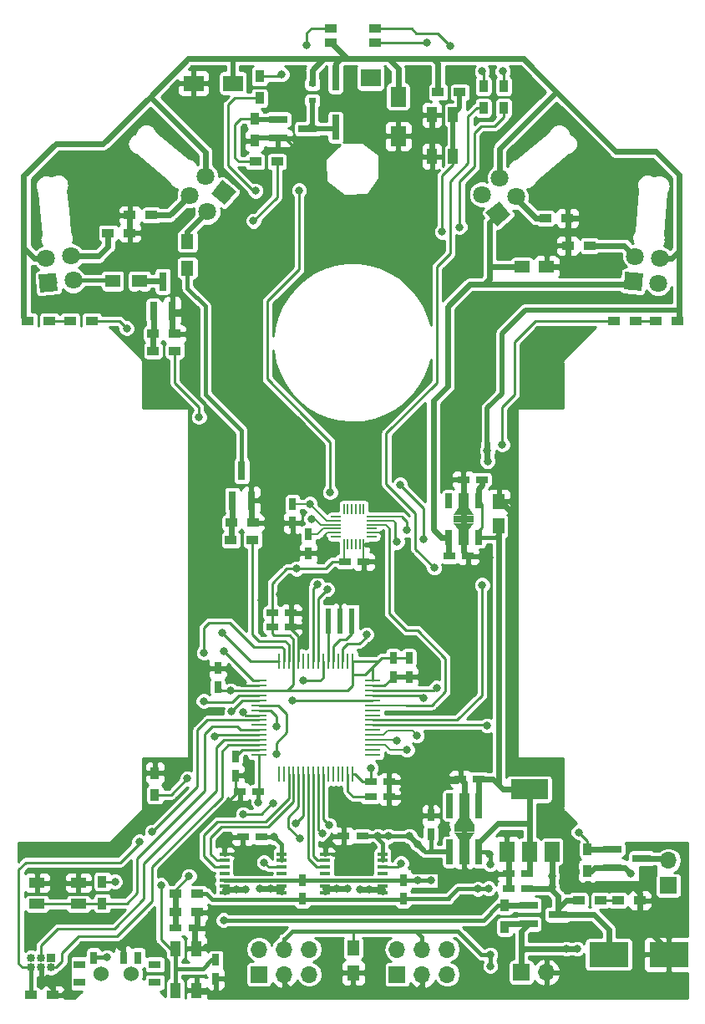
<source format=gtl>
G04 #@! TF.GenerationSoftware,KiCad,Pcbnew,(5.0.0)*
G04 #@! TF.CreationDate,2019-01-08T13:39:35+09:00*
G04 #@! TF.ProjectId,novem,6E6F76656D2E6B696361645F70636200,rev?*
G04 #@! TF.SameCoordinates,PX3473bc0PY17d7840*
G04 #@! TF.FileFunction,Copper,L1,Top,Signal*
G04 #@! TF.FilePolarity,Positive*
%FSLAX46Y46*%
G04 Gerber Fmt 4.6, Leading zero omitted, Abs format (unit mm)*
G04 Created by KiCad (PCBNEW (5.0.0)) date 01/08/19 13:39:35*
%MOMM*%
%LPD*%
G01*
G04 APERTURE LIST*
G04 #@! TA.AperFunction,SMDPad,CuDef*
%ADD10R,1.000000X1.600000*%
G04 #@! TD*
G04 #@! TA.AperFunction,SMDPad,CuDef*
%ADD11R,1.200000X0.750000*%
G04 #@! TD*
G04 #@! TA.AperFunction,SMDPad,CuDef*
%ADD12R,1.600000X2.000000*%
G04 #@! TD*
G04 #@! TA.AperFunction,SMDPad,CuDef*
%ADD13R,0.750000X1.200000*%
G04 #@! TD*
G04 #@! TA.AperFunction,SMDPad,CuDef*
%ADD14R,1.200000X0.900000*%
G04 #@! TD*
G04 #@! TA.AperFunction,SMDPad,CuDef*
%ADD15R,2.000000X1.800000*%
G04 #@! TD*
G04 #@! TA.AperFunction,SMDPad,CuDef*
%ADD16R,0.800000X2.500000*%
G04 #@! TD*
G04 #@! TA.AperFunction,SMDPad,CuDef*
%ADD17R,4.000000X2.500000*%
G04 #@! TD*
G04 #@! TA.AperFunction,ComponentPad*
%ADD18O,1.700000X1.700000*%
G04 #@! TD*
G04 #@! TA.AperFunction,ComponentPad*
%ADD19R,1.700000X1.700000*%
G04 #@! TD*
G04 #@! TA.AperFunction,ComponentPad*
%ADD20C,1.800000*%
G04 #@! TD*
G04 #@! TA.AperFunction,Conductor*
%ADD21C,0.100000*%
G04 #@! TD*
G04 #@! TA.AperFunction,SMDPad,CuDef*
%ADD22R,0.800000X0.600000*%
G04 #@! TD*
G04 #@! TA.AperFunction,SMDPad,CuDef*
%ADD23R,1.300000X0.900000*%
G04 #@! TD*
G04 #@! TA.AperFunction,SMDPad,CuDef*
%ADD24R,1.900000X0.800000*%
G04 #@! TD*
G04 #@! TA.AperFunction,SMDPad,CuDef*
%ADD25R,0.800000X1.900000*%
G04 #@! TD*
G04 #@! TA.AperFunction,SMDPad,CuDef*
%ADD26R,0.900000X1.200000*%
G04 #@! TD*
G04 #@! TA.AperFunction,SMDPad,CuDef*
%ADD27R,1.500000X1.300000*%
G04 #@! TD*
G04 #@! TA.AperFunction,SMDPad,CuDef*
%ADD28R,1.300000X1.500000*%
G04 #@! TD*
G04 #@! TA.AperFunction,ComponentPad*
%ADD29C,1.524000*%
G04 #@! TD*
G04 #@! TA.AperFunction,SMDPad,CuDef*
%ADD30R,1.200000X0.800000*%
G04 #@! TD*
G04 #@! TA.AperFunction,SMDPad,CuDef*
%ADD31R,0.700000X1.300000*%
G04 #@! TD*
G04 #@! TA.AperFunction,SMDPad,CuDef*
%ADD32R,3.800000X2.000000*%
G04 #@! TD*
G04 #@! TA.AperFunction,SMDPad,CuDef*
%ADD33R,1.500000X2.000000*%
G04 #@! TD*
G04 #@! TA.AperFunction,SMDPad,CuDef*
%ADD34R,1.000000X0.200000*%
G04 #@! TD*
G04 #@! TA.AperFunction,SMDPad,CuDef*
%ADD35R,0.200000X1.000000*%
G04 #@! TD*
G04 #@! TA.AperFunction,ComponentPad*
%ADD36R,0.850000X0.850000*%
G04 #@! TD*
G04 #@! TA.AperFunction,ComponentPad*
%ADD37O,0.850000X0.850000*%
G04 #@! TD*
G04 #@! TA.AperFunction,SMDPad,CuDef*
%ADD38R,1.600000X0.250000*%
G04 #@! TD*
G04 #@! TA.AperFunction,SMDPad,CuDef*
%ADD39R,0.250000X1.600000*%
G04 #@! TD*
G04 #@! TA.AperFunction,SMDPad,CuDef*
%ADD40R,1.000000X0.400000*%
G04 #@! TD*
G04 #@! TA.AperFunction,SMDPad,CuDef*
%ADD41C,0.750000*%
G04 #@! TD*
G04 #@! TA.AperFunction,SMDPad,CuDef*
%ADD42R,0.700000X2.500000*%
G04 #@! TD*
G04 #@! TA.AperFunction,SMDPad,CuDef*
%ADD43R,1.000000X2.500000*%
G04 #@! TD*
G04 #@! TA.AperFunction,SMDPad,CuDef*
%ADD44R,2.000000X0.800000*%
G04 #@! TD*
G04 #@! TA.AperFunction,SMDPad,CuDef*
%ADD45R,0.700000X1.500000*%
G04 #@! TD*
G04 #@! TA.AperFunction,SMDPad,CuDef*
%ADD46R,1.000000X1.500000*%
G04 #@! TD*
G04 #@! TA.AperFunction,SMDPad,CuDef*
%ADD47R,1.500000X1.250000*%
G04 #@! TD*
G04 #@! TA.AperFunction,SMDPad,CuDef*
%ADD48R,1.250000X1.500000*%
G04 #@! TD*
G04 #@! TA.AperFunction,SMDPad,CuDef*
%ADD49R,1.600000X1.000000*%
G04 #@! TD*
G04 #@! TA.AperFunction,SMDPad,CuDef*
%ADD50R,2.000000X1.600000*%
G04 #@! TD*
G04 #@! TA.AperFunction,SMDPad,CuDef*
%ADD51R,0.600000X2.600000*%
G04 #@! TD*
G04 #@! TA.AperFunction,ViaPad*
%ADD52C,0.800000*%
G04 #@! TD*
G04 #@! TA.AperFunction,Conductor*
%ADD53C,0.400000*%
G04 #@! TD*
G04 #@! TA.AperFunction,Conductor*
%ADD54C,0.600000*%
G04 #@! TD*
G04 #@! TA.AperFunction,Conductor*
%ADD55C,0.250000*%
G04 #@! TD*
G04 #@! TA.AperFunction,Conductor*
%ADD56C,0.200000*%
G04 #@! TD*
G04 #@! TA.AperFunction,Conductor*
%ADD57C,0.500000*%
G04 #@! TD*
G04 #@! TA.AperFunction,Conductor*
%ADD58C,0.254000*%
G04 #@! TD*
G04 APERTURE END LIST*
D10*
G04 #@! TO.P,SW3,2*
G04 #@! TO.N,Net-(C14-Pad1)*
X16525000Y-98600000D03*
X16525000Y-94400000D03*
G04 #@! TO.P,SW3,1*
G04 #@! TO.N,GND*
X18675000Y-98600000D03*
X18675000Y-94400000D03*
G04 #@! TD*
D11*
G04 #@! TO.P,C15,2*
G04 #@! TO.N,GND*
X28250000Y-61800000D03*
G04 #@! TO.P,C15,1*
G04 #@! TO.N,VDD*
X26350000Y-61800000D03*
G04 #@! TD*
D10*
G04 #@! TO.P,SW2,1*
G04 #@! TO.N,push1*
X44675000Y-9950000D03*
X44675000Y-14150000D03*
G04 #@! TO.P,SW2,2*
G04 #@! TO.N,GND*
X42525000Y-9950000D03*
X42525000Y-14150000D03*
G04 #@! TD*
D12*
G04 #@! TO.P,C7,2*
G04 #@! TO.N,GND*
X39100000Y-12100000D03*
G04 #@! TO.P,C7,1*
G04 #@! TO.N,VDD*
X39100000Y-8100000D03*
G04 #@! TD*
D13*
G04 #@! TO.P,C22,1*
G04 #@! TO.N,Net-(C22-Pad1)*
X22600000Y-74950000D03*
G04 #@! TO.P,C22,2*
G04 #@! TO.N,GND*
X22600000Y-76850000D03*
G04 #@! TD*
D14*
G04 #@! TO.P,R10,2*
G04 #@! TO.N,GND*
X18700000Y-90700000D03*
G04 #@! TO.P,R10,1*
G04 #@! TO.N,batt_analog*
X16500000Y-90700000D03*
G04 #@! TD*
D13*
G04 #@! TO.P,C17,2*
G04 #@! TO.N,VBAT*
X39600000Y-89350000D03*
G04 #@! TO.P,C17,1*
G04 #@! TO.N,GND*
X39600000Y-87450000D03*
G04 #@! TD*
D15*
G04 #@! TO.P,BZ1,3*
G04 #@! TO.N,Net-(BZ1-Pad3)*
X36300000Y-6200000D03*
D16*
G04 #@! TO.P,BZ1,2*
G04 #@! TO.N,Net-(BZ1-Pad2)*
X32750000Y-11200000D03*
G04 #@! TO.P,BZ1,1*
G04 #@! TO.N,VDD*
X32750000Y-6200000D03*
G04 #@! TD*
D17*
G04 #@! TO.P,C1,1*
G04 #@! TO.N,VBAT*
X60450000Y-95000000D03*
G04 #@! TO.P,C1,2*
G04 #@! TO.N,GND*
X66550000Y-95000000D03*
G04 #@! TD*
D11*
G04 #@! TO.P,C2,2*
G04 #@! TO.N,GND*
X50300000Y-88300000D03*
G04 #@! TO.P,C2,1*
G04 #@! TO.N,VBAT*
X52200000Y-88300000D03*
G04 #@! TD*
G04 #@! TO.P,C3,1*
G04 #@! TO.N,VCC*
X52200000Y-86800000D03*
G04 #@! TO.P,C3,2*
G04 #@! TO.N,GND*
X50300000Y-86800000D03*
G04 #@! TD*
G04 #@! TO.P,C9,2*
G04 #@! TO.N,GND*
X35600000Y-55200000D03*
G04 #@! TO.P,C9,1*
G04 #@! TO.N,VDD*
X33700000Y-55200000D03*
G04 #@! TD*
D13*
G04 #@! TO.P,C10,2*
G04 #@! TO.N,GND*
X28400000Y-51250000D03*
G04 #@! TO.P,C10,1*
G04 #@! TO.N,VDD*
X28400000Y-49350000D03*
G04 #@! TD*
G04 #@! TO.P,C11,2*
G04 #@! TO.N,VBAT*
X29400000Y-89350000D03*
G04 #@! TO.P,C11,1*
G04 #@! TO.N,GND*
X29400000Y-87450000D03*
G04 #@! TD*
D11*
G04 #@! TO.P,C12,2*
G04 #@! TO.N,VDD*
X25250000Y-83100000D03*
G04 #@! TO.P,C12,1*
G04 #@! TO.N,GND*
X23350000Y-83100000D03*
G04 #@! TD*
D13*
G04 #@! TO.P,C13,1*
G04 #@! TO.N,Net-(C13-Pad1)*
X30000000Y-52450000D03*
G04 #@! TO.P,C13,2*
G04 #@! TO.N,GND*
X30000000Y-54350000D03*
G04 #@! TD*
G04 #@! TO.P,C14,2*
G04 #@! TO.N,GND*
X20600000Y-97450000D03*
G04 #@! TO.P,C14,1*
G04 #@! TO.N,Net-(C14-Pad1)*
X20600000Y-95550000D03*
G04 #@! TD*
D11*
G04 #@! TO.P,C16,1*
G04 #@! TO.N,VDD*
X26350000Y-60400000D03*
G04 #@! TO.P,C16,2*
G04 #@! TO.N,GND*
X28250000Y-60400000D03*
G04 #@! TD*
G04 #@! TO.P,C18,1*
G04 #@! TO.N,GND*
X33550000Y-83000000D03*
G04 #@! TO.P,C18,2*
G04 #@! TO.N,VDD*
X35450000Y-83000000D03*
G04 #@! TD*
D13*
G04 #@! TO.P,C19,1*
G04 #@! TO.N,VDD*
X38600000Y-64950000D03*
G04 #@! TO.P,C19,2*
G04 #@! TO.N,GND*
X38600000Y-66850000D03*
G04 #@! TD*
G04 #@! TO.P,C20,2*
G04 #@! TO.N,GND*
X40200000Y-66850000D03*
G04 #@! TO.P,C20,1*
G04 #@! TO.N,VDD*
X40200000Y-64950000D03*
G04 #@! TD*
G04 #@! TO.P,C21,2*
G04 #@! TO.N,GND*
X20810000Y-66000000D03*
G04 #@! TO.P,C21,1*
G04 #@! TO.N,VDD*
X20810000Y-67900000D03*
G04 #@! TD*
D11*
G04 #@! TO.P,C23,1*
G04 #@! TO.N,VDD*
X24950000Y-78500000D03*
G04 #@! TO.P,C23,2*
G04 #@! TO.N,GND*
X23050000Y-78500000D03*
G04 #@! TD*
G04 #@! TO.P,C24,2*
G04 #@! TO.N,VDD*
X36300000Y-77500000D03*
G04 #@! TO.P,C24,1*
G04 #@! TO.N,GND*
X38200000Y-77500000D03*
G04 #@! TD*
G04 #@! TO.P,C25,1*
G04 #@! TO.N,GND*
X38200000Y-79000000D03*
G04 #@! TO.P,C25,2*
G04 #@! TO.N,Net-(C25-Pad2)*
X36300000Y-79000000D03*
G04 #@! TD*
D18*
G04 #@! TO.P,CN1,2*
G04 #@! TO.N,GND*
X54140000Y-96800000D03*
D19*
G04 #@! TO.P,CN1,1*
G04 #@! TO.N,fun_power*
X51600000Y-96800000D03*
G04 #@! TD*
D20*
G04 #@! TO.P,D1,2*
G04 #@! TO.N,Net-(D1-Pad2)*
X21401019Y-17814268D03*
D21*
G04 #@! TD*
G04 #@! TO.N,Net-(D1-Pad2)*
G04 #@! TO.C,D1*
G36*
X21290088Y-16546319D02*
X22668968Y-17703337D01*
X21511950Y-19082217D01*
X20133070Y-17925199D01*
X21290088Y-16546319D01*
X21290088Y-16546319D01*
G37*
D20*
G04 #@! TO.P,D1,1*
G04 #@! TO.N,Net-(D1-Pad1)*
X19768339Y-19760021D03*
G04 #@! TD*
G04 #@! TO.P,D2,1*
G04 #@! TO.N,Net-(D2-Pad1)*
X6166910Y-26709236D03*
G04 #@! TO.P,D2,2*
G04 #@! TO.N,Net-(D2-Pad2)*
X3636576Y-26930612D03*
D21*
G04 #@! TD*
G04 #@! TO.N,Net-(D2-Pad2)*
G04 #@! TO.C,D2*
G36*
X2818441Y-27905627D02*
X2661561Y-26112477D01*
X4454711Y-25955597D01*
X4611591Y-27748747D01*
X2818441Y-27905627D01*
X2818441Y-27905627D01*
G37*
D14*
G04 #@! TO.P,D3,1*
G04 #@! TO.N,Net-(D3-Pad1)*
X59600000Y-89500000D03*
G04 #@! TO.P,D3,2*
G04 #@! TO.N,VBAT*
X57400000Y-89500000D03*
G04 #@! TD*
D20*
G04 #@! TO.P,D4,2*
G04 #@! TO.N,+3V3*
X49231661Y-19960021D03*
D21*
G04 #@! TD*
G04 #@! TO.N,+3V3*
G04 #@! TO.C,D4*
G36*
X50499610Y-20070952D02*
X49120730Y-21227970D01*
X47963712Y-19849090D01*
X49342592Y-18692072D01*
X50499610Y-20070952D01*
X50499610Y-20070952D01*
G37*
D20*
G04 #@! TO.P,D4,1*
G04 #@! TO.N,Net-(D1-Pad2)*
X47598981Y-18014268D03*
G04 #@! TD*
G04 #@! TO.P,D5,1*
G04 #@! TO.N,Net-(D2-Pad2)*
X65463424Y-27030612D03*
G04 #@! TO.P,D5,2*
G04 #@! TO.N,+3V3*
X62933090Y-26809236D03*
D21*
G04 #@! TD*
G04 #@! TO.N,+3V3*
G04 #@! TO.C,D5*
G36*
X61958075Y-27627371D02*
X62114955Y-25834221D01*
X63908105Y-25991101D01*
X63751225Y-27784251D01*
X61958075Y-27627371D01*
X61958075Y-27627371D01*
G37*
D22*
G04 #@! TO.P,D6,2*
G04 #@! TO.N,Net-(BZ1-Pad2)*
X30400000Y-8500000D03*
G04 #@! TO.P,D6,1*
G04 #@! TO.N,VDD*
X30400000Y-6800000D03*
G04 #@! TD*
D14*
G04 #@! TO.P,D7,2*
G04 #@! TO.N,VDD*
X1550000Y-30800000D03*
G04 #@! TO.P,D7,1*
G04 #@! TO.N,Net-(D7-Pad1)*
X3750000Y-30800000D03*
G04 #@! TD*
G04 #@! TO.P,D8,2*
G04 #@! TO.N,VDD*
X67400000Y-30850000D03*
G04 #@! TO.P,D8,1*
G04 #@! TO.N,Net-(D8-Pad1)*
X65200000Y-30850000D03*
G04 #@! TD*
D23*
G04 #@! TO.P,D9,3*
G04 #@! TO.N,Net-(D9-Pad3)*
X32300000Y-1200000D03*
G04 #@! TO.P,D9,2*
G04 #@! TO.N,VDD*
X32300000Y-2600000D03*
G04 #@! TO.P,D9,4*
G04 #@! TO.N,Net-(D9-Pad4)*
X36750000Y-1200000D03*
G04 #@! TO.P,D9,1*
G04 #@! TO.N,Net-(D9-Pad1)*
X36750000Y-2650000D03*
G04 #@! TD*
D24*
G04 #@! TO.P,Q1,3*
G04 #@! TO.N,VBAT*
X55300000Y-90950000D03*
G04 #@! TO.P,Q1,2*
G04 #@! TO.N,fun_power*
X52300000Y-91900000D03*
G04 #@! TO.P,Q1,1*
G04 #@! TO.N,Net-(Q1-Pad1)*
X52300000Y-90000000D03*
G04 #@! TD*
D25*
G04 #@! TO.P,Q2,1*
G04 #@! TO.N,Net-(Q2-Pad1)*
X14290000Y-29810000D03*
G04 #@! TO.P,Q2,2*
G04 #@! TO.N,GND*
X16190000Y-29810000D03*
G04 #@! TO.P,Q2,3*
G04 #@! TO.N,Net-(Q2-Pad3)*
X15240000Y-26810000D03*
G04 #@! TD*
G04 #@! TO.P,Q3,3*
G04 #@! TO.N,Net-(Q3-Pad3)*
X23250000Y-46000000D03*
G04 #@! TO.P,Q3,2*
G04 #@! TO.N,GND*
X24200000Y-49000000D03*
G04 #@! TO.P,Q3,1*
G04 #@! TO.N,Net-(Q3-Pad1)*
X22300000Y-49000000D03*
G04 #@! TD*
D20*
G04 #@! TO.P,Q4,2*
G04 #@! TO.N,sensor0*
X63125135Y-24291424D03*
G04 #@! TO.P,Q4,1*
G04 #@! TO.N,VDD*
X65655470Y-24512800D03*
G04 #@! TD*
G04 #@! TO.P,Q5,1*
G04 #@! TO.N,VDD*
X19579708Y-16157467D03*
G04 #@! TO.P,Q5,2*
G04 #@! TO.N,sensor2*
X17947028Y-18103220D03*
G04 #@! TD*
G04 #@! TO.P,Q6,2*
G04 #@! TO.N,sensor1*
X51036823Y-18248951D03*
G04 #@! TO.P,Q6,1*
G04 #@! TO.N,VDD*
X49404143Y-16303198D03*
G04 #@! TD*
G04 #@! TO.P,Q7,1*
G04 #@! TO.N,VDD*
X3423613Y-24473713D03*
G04 #@! TO.P,Q7,2*
G04 #@! TO.N,sensor3*
X5953948Y-24252338D03*
G04 #@! TD*
D24*
G04 #@! TO.P,Q8,3*
G04 #@! TO.N,Net-(BZ1-Pad2)*
X29940000Y-11350000D03*
G04 #@! TO.P,Q8,2*
G04 #@! TO.N,GND*
X26940000Y-12300000D03*
G04 #@! TO.P,Q8,1*
G04 #@! TO.N,Net-(Q8-Pad1)*
X26940000Y-10400000D03*
G04 #@! TD*
G04 #@! TO.P,Q9,1*
G04 #@! TO.N,fun*
X60800000Y-84300000D03*
G04 #@! TO.P,Q9,2*
G04 #@! TO.N,GND*
X60800000Y-86200000D03*
G04 #@! TO.P,Q9,3*
G04 #@! TO.N,Net-(J1-Pad2)*
X63800000Y-85250000D03*
G04 #@! TD*
D14*
G04 #@! TO.P,R1,2*
G04 #@! TO.N,sensor_paluse_front*
X16470000Y-33860000D03*
G04 #@! TO.P,R1,1*
G04 #@! TO.N,Net-(Q2-Pad1)*
X14270000Y-33860000D03*
G04 #@! TD*
D26*
G04 #@! TO.P,R2,2*
G04 #@! TO.N,fun_power*
X49900000Y-92200000D03*
G04 #@! TO.P,R2,1*
G04 #@! TO.N,Net-(Q1-Pad1)*
X49900000Y-90000000D03*
G04 #@! TD*
D14*
G04 #@! TO.P,R3,1*
G04 #@! TO.N,Net-(Q2-Pad1)*
X14250000Y-32130000D03*
G04 #@! TO.P,R3,2*
G04 #@! TO.N,GND*
X16450000Y-32130000D03*
G04 #@! TD*
D27*
G04 #@! TO.P,R4,1*
G04 #@! TO.N,Net-(D2-Pad1)*
X10160000Y-26770000D03*
G04 #@! TO.P,R4,2*
G04 #@! TO.N,Net-(Q2-Pad3)*
X12860000Y-26770000D03*
G04 #@! TD*
D14*
G04 #@! TO.P,R5,2*
G04 #@! TO.N,GND*
X63600000Y-89500000D03*
G04 #@! TO.P,R5,1*
G04 #@! TO.N,Net-(D3-Pad1)*
X61400000Y-89500000D03*
G04 #@! TD*
G04 #@! TO.P,R6,1*
G04 #@! TO.N,Net-(Q3-Pad1)*
X22150000Y-53000000D03*
G04 #@! TO.P,R6,2*
G04 #@! TO.N,sensor_paluse_side*
X24350000Y-53000000D03*
G04 #@! TD*
G04 #@! TO.P,R7,2*
G04 #@! TO.N,GND*
X24400000Y-51250000D03*
G04 #@! TO.P,R7,1*
G04 #@! TO.N,Net-(Q3-Pad1)*
X22200000Y-51250000D03*
G04 #@! TD*
D28*
G04 #@! TO.P,R8,1*
G04 #@! TO.N,Net-(D1-Pad1)*
X17750000Y-22750000D03*
G04 #@! TO.P,R8,2*
G04 #@! TO.N,Net-(Q3-Pad3)*
X17750000Y-25450000D03*
G04 #@! TD*
D14*
G04 #@! TO.P,R11,1*
G04 #@! TO.N,sensor0*
X58500000Y-23200000D03*
G04 #@! TO.P,R11,2*
G04 #@! TO.N,GND*
X56300000Y-23200000D03*
G04 #@! TD*
G04 #@! TO.P,R12,1*
G04 #@! TO.N,sensor2*
X14100000Y-20100000D03*
G04 #@! TO.P,R12,2*
G04 #@! TO.N,GND*
X11900000Y-20100000D03*
G04 #@! TD*
G04 #@! TO.P,R13,2*
G04 #@! TO.N,buzzer_pwm*
X26820000Y-14670000D03*
G04 #@! TO.P,R13,1*
G04 #@! TO.N,Net-(Q8-Pad1)*
X24620000Y-14670000D03*
G04 #@! TD*
D26*
G04 #@! TO.P,R14,2*
G04 #@! TO.N,Net-(Q8-Pad1)*
X24540000Y-10350000D03*
G04 #@! TO.P,R14,1*
G04 #@! TO.N,GND*
X24540000Y-12550000D03*
G04 #@! TD*
D14*
G04 #@! TO.P,R15,2*
G04 #@! TO.N,GND*
X56250000Y-20400000D03*
G04 #@! TO.P,R15,1*
G04 #@! TO.N,sensor1*
X54050000Y-20400000D03*
G04 #@! TD*
G04 #@! TO.P,R16,2*
G04 #@! TO.N,GND*
X11900000Y-21900000D03*
G04 #@! TO.P,R16,1*
G04 #@! TO.N,sensor3*
X9700000Y-21900000D03*
G04 #@! TD*
G04 #@! TO.P,R17,1*
G04 #@! TO.N,push1*
X45350000Y-7650000D03*
G04 #@! TO.P,R17,2*
G04 #@! TO.N,VDD*
X43150000Y-7650000D03*
G04 #@! TD*
D26*
G04 #@! TO.P,R18,1*
G04 #@! TO.N,Net-(D9-Pad1)*
X47750000Y-7050000D03*
G04 #@! TO.P,R18,2*
G04 #@! TO.N,fledred*
X47750000Y-9250000D03*
G04 #@! TD*
G04 #@! TO.P,R19,2*
G04 #@! TO.N,fledgreen*
X49800000Y-9250000D03*
G04 #@! TO.P,R19,1*
G04 #@! TO.N,Net-(D9-Pad4)*
X49800000Y-7050000D03*
G04 #@! TD*
D14*
G04 #@! TO.P,R20,2*
G04 #@! TO.N,Net-(D7-Pad1)*
X5850000Y-30800000D03*
G04 #@! TO.P,R20,1*
G04 #@! TO.N,led1*
X8050000Y-30800000D03*
G04 #@! TD*
G04 #@! TO.P,R21,1*
G04 #@! TO.N,led2*
X60950000Y-30850000D03*
G04 #@! TO.P,R21,2*
G04 #@! TO.N,Net-(D8-Pad1)*
X63150000Y-30850000D03*
G04 #@! TD*
D26*
G04 #@! TO.P,R22,1*
G04 #@! TO.N,Net-(D9-Pad3)*
X25050000Y-6050000D03*
G04 #@! TO.P,R22,2*
G04 #@! TO.N,fledblue*
X25050000Y-8250000D03*
G04 #@! TD*
D14*
G04 #@! TO.P,R23,1*
G04 #@! TO.N,boot*
X1900000Y-99100000D03*
G04 #@! TO.P,R23,2*
G04 #@! TO.N,GND*
X4100000Y-99100000D03*
G04 #@! TD*
D26*
G04 #@! TO.P,R24,1*
G04 #@! TO.N,Net-(R24-Pad1)*
X14450000Y-78800000D03*
G04 #@! TO.P,R24,2*
G04 #@! TO.N,GND*
X14450000Y-76600000D03*
G04 #@! TD*
G04 #@! TO.P,R25,2*
G04 #@! TO.N,GND*
X58300000Y-86550000D03*
G04 #@! TO.P,R25,1*
G04 #@! TO.N,fun*
X58300000Y-84350000D03*
G04 #@! TD*
D29*
G04 #@! TO.P,SW1,*
G04 #@! TO.N,*
X9012000Y-96924000D03*
X12060000Y-96924000D03*
D30*
G04 #@! TO.P,SW1,4*
G04 #@! TO.N,N/C*
X6750000Y-97800000D03*
X14450000Y-97800000D03*
X6750000Y-96000000D03*
X14450000Y-96000000D03*
D31*
G04 #@! TO.P,SW1,3*
X12750000Y-95300000D03*
G04 #@! TO.P,SW1,2*
G04 #@! TO.N,GND*
X11250000Y-95300000D03*
G04 #@! TO.P,SW1,1*
G04 #@! TO.N,Net-(Q1-Pad1)*
X8250000Y-95300000D03*
G04 #@! TD*
D18*
G04 #@! TO.P,U1,6*
G04 #@! TO.N,enc_LB*
X30080000Y-94460000D03*
G04 #@! TO.P,U1,5*
G04 #@! TO.N,enc_LA*
X30080000Y-97000000D03*
G04 #@! TO.P,U1,4*
G04 #@! TO.N,VCC*
X27540000Y-94460000D03*
G04 #@! TO.P,U1,3*
G04 #@! TO.N,GND*
X27540000Y-97000000D03*
G04 #@! TO.P,U1,2*
G04 #@! TO.N,MOTOR_L2*
X25000000Y-94460000D03*
D19*
G04 #@! TO.P,U1,1*
G04 #@! TO.N,MOTOR_L1*
X25000000Y-97000000D03*
G04 #@! TD*
G04 #@! TO.P,U2,1*
G04 #@! TO.N,MOTOR_R1*
X39000000Y-97000000D03*
D18*
G04 #@! TO.P,U2,2*
G04 #@! TO.N,MOTOR_R2*
X39000000Y-94460000D03*
G04 #@! TO.P,U2,3*
G04 #@! TO.N,GND*
X41540000Y-97000000D03*
G04 #@! TO.P,U2,4*
G04 #@! TO.N,VCC*
X41540000Y-94460000D03*
G04 #@! TO.P,U2,5*
G04 #@! TO.N,enc_RA*
X44080000Y-97000000D03*
G04 #@! TO.P,U2,6*
G04 #@! TO.N,enc_RB*
X44080000Y-94460000D03*
G04 #@! TD*
D32*
G04 #@! TO.P,U3,4*
G04 #@! TO.N,VCC*
X52400000Y-78250000D03*
D33*
G04 #@! TO.P,U3,2*
X52400000Y-84550000D03*
G04 #@! TO.P,U3,3*
G04 #@! TO.N,VBAT*
X54700000Y-84550000D03*
G04 #@! TO.P,U3,1*
G04 #@! TO.N,GND*
X50100000Y-84550000D03*
G04 #@! TD*
D34*
G04 #@! TO.P,U5,24*
G04 #@! TO.N,SDI*
X36400000Y-50650000D03*
G04 #@! TO.P,U5,23*
G04 #@! TO.N,SCL*
X36400000Y-51050000D03*
G04 #@! TO.P,U5,22*
G04 #@! TO.N,gyro_cs*
X36400000Y-51450000D03*
G04 #@! TO.P,U5,21*
G04 #@! TO.N,Net-(U5-Pad21)*
X36400000Y-51850000D03*
G04 #@! TO.P,U5,20*
G04 #@! TO.N,GND*
X36400000Y-52250000D03*
G04 #@! TO.P,U5,19*
G04 #@! TO.N,Net-(U5-Pad19)*
X36400000Y-52650000D03*
D35*
G04 #@! TO.P,U5,18*
G04 #@! TO.N,GND*
X35600000Y-53450000D03*
G04 #@! TO.P,U5,17*
G04 #@! TO.N,Net-(U5-Pad17)*
X35200000Y-53450000D03*
G04 #@! TO.P,U5,16*
G04 #@! TO.N,Net-(U5-Pad16)*
X34800000Y-53450000D03*
G04 #@! TO.P,U5,15*
G04 #@! TO.N,Net-(U5-Pad15)*
X34400000Y-53450000D03*
G04 #@! TO.P,U5,14*
G04 #@! TO.N,Net-(U5-Pad14)*
X34000000Y-53450000D03*
G04 #@! TO.P,U5,13*
G04 #@! TO.N,VDD*
X33600000Y-53450000D03*
D34*
G04 #@! TO.P,U5,12*
G04 #@! TO.N,Net-(U5-Pad12)*
X32800000Y-52650000D03*
G04 #@! TO.P,U5,11*
G04 #@! TO.N,GND*
X32800000Y-52250000D03*
G04 #@! TO.P,U5,10*
G04 #@! TO.N,Net-(C13-Pad1)*
X32800000Y-51850000D03*
G04 #@! TO.P,U5,9*
G04 #@! TO.N,SD0*
X32800000Y-51450000D03*
G04 #@! TO.P,U5,8*
G04 #@! TO.N,VDD*
X32800000Y-51050000D03*
G04 #@! TO.P,U5,7*
G04 #@! TO.N,Net-(U5-Pad7)*
X32800000Y-50650000D03*
D35*
G04 #@! TO.P,U5,6*
G04 #@! TO.N,Net-(U5-Pad6)*
X33600000Y-49850000D03*
G04 #@! TO.P,U5,5*
G04 #@! TO.N,Net-(U5-Pad5)*
X34000000Y-49850000D03*
G04 #@! TO.P,U5,4*
G04 #@! TO.N,Net-(U5-Pad4)*
X34400000Y-49850000D03*
G04 #@! TO.P,U5,3*
G04 #@! TO.N,Net-(U5-Pad3)*
X34800000Y-49850000D03*
G04 #@! TO.P,U5,2*
G04 #@! TO.N,Net-(U5-Pad2)*
X35200000Y-49850000D03*
G04 #@! TO.P,U5,1*
G04 #@! TO.N,Net-(U5-Pad1)*
X35600000Y-49850000D03*
G04 #@! TD*
D36*
G04 #@! TO.P,U8,1*
G04 #@! TO.N,VDD*
X3900000Y-95300000D03*
D37*
G04 #@! TO.P,U8,2*
G04 #@! TO.N,usart3_rx*
X3900000Y-96300000D03*
G04 #@! TO.P,U8,3*
G04 #@! TO.N,usart3_tx*
X2900000Y-95300000D03*
G04 #@! TO.P,U8,4*
G04 #@! TO.N,GND*
X2900000Y-96300000D03*
G04 #@! TO.P,U8,5*
G04 #@! TO.N,Net-(U8-Pad5)*
X1900000Y-95300000D03*
G04 #@! TO.P,U8,6*
G04 #@! TO.N,boot*
X1900000Y-96300000D03*
G04 #@! TD*
D38*
G04 #@! TO.P,U9,64*
G04 #@! TO.N,VDD*
X36500000Y-67250000D03*
G04 #@! TO.P,U9,63*
G04 #@! TO.N,GND*
X36500000Y-67750000D03*
G04 #@! TO.P,U9,62*
G04 #@! TO.N,fledgreen*
X36500000Y-68250000D03*
G04 #@! TO.P,U9,61*
G04 #@! TO.N,fledred*
X36500000Y-68750000D03*
G04 #@! TO.P,U9,60*
G04 #@! TO.N,boot*
X36500000Y-69250000D03*
G04 #@! TO.P,U9,59*
G04 #@! TO.N,gyro_cs*
X36500000Y-69750000D03*
G04 #@! TO.P,U9,58*
G04 #@! TO.N,Net-(U9-Pad58)*
X36500000Y-70250000D03*
G04 #@! TO.P,U9,57*
G04 #@! TO.N,Net-(U9-Pad57)*
X36500000Y-70750000D03*
G04 #@! TO.P,U9,56*
G04 #@! TO.N,led2*
X36500000Y-71250000D03*
G04 #@! TO.P,U9,55*
G04 #@! TO.N,fun*
X36500000Y-71750000D03*
G04 #@! TO.P,U9,54*
G04 #@! TO.N,Net-(U9-Pad54)*
X36500000Y-72250000D03*
G04 #@! TO.P,U9,53*
G04 #@! TO.N,SDI*
X36500000Y-72750000D03*
G04 #@! TO.P,U9,52*
G04 #@! TO.N,SD0*
X36500000Y-73250000D03*
G04 #@! TO.P,U9,51*
G04 #@! TO.N,SCL*
X36500000Y-73750000D03*
G04 #@! TO.P,U9,50*
G04 #@! TO.N,Net-(U9-Pad50)*
X36500000Y-74250000D03*
G04 #@! TO.P,U9,49*
G04 #@! TO.N,Net-(U9-Pad49)*
X36500000Y-74750000D03*
D39*
G04 #@! TO.P,U9,48*
G04 #@! TO.N,VDD*
X34500000Y-76750000D03*
G04 #@! TO.P,U9,47*
G04 #@! TO.N,Net-(C25-Pad2)*
X34000000Y-76750000D03*
G04 #@! TO.P,U9,46*
G04 #@! TO.N,Net-(U9-Pad46)*
X33500000Y-76750000D03*
G04 #@! TO.P,U9,45*
G04 #@! TO.N,Net-(U9-Pad45)*
X33000000Y-76750000D03*
G04 #@! TO.P,U9,44*
G04 #@! TO.N,Net-(U9-Pad44)*
X32500000Y-76750000D03*
G04 #@! TO.P,U9,43*
G04 #@! TO.N,Net-(U9-Pad43)*
X32000000Y-76750000D03*
G04 #@! TO.P,U9,42*
G04 #@! TO.N,enc_RA*
X31500000Y-76750000D03*
G04 #@! TO.P,U9,41*
G04 #@! TO.N,enc_RB*
X31000000Y-76750000D03*
G04 #@! TO.P,U9,40*
G04 #@! TO.N,IN1_R*
X30500000Y-76750000D03*
G04 #@! TO.P,U9,39*
G04 #@! TO.N,IN2_R*
X30000000Y-76750000D03*
G04 #@! TO.P,U9,38*
G04 #@! TO.N,enc_LA*
X29500000Y-76750000D03*
G04 #@! TO.P,U9,37*
G04 #@! TO.N,enc_LB*
X29000000Y-76750000D03*
G04 #@! TO.P,U9,36*
G04 #@! TO.N,IN1_L*
X28500000Y-76750000D03*
G04 #@! TO.P,U9,35*
G04 #@! TO.N,IN2_L*
X28000000Y-76750000D03*
G04 #@! TO.P,U9,34*
G04 #@! TO.N,Net-(U9-Pad34)*
X27500000Y-76750000D03*
G04 #@! TO.P,U9,33*
G04 #@! TO.N,Net-(U9-Pad33)*
X27000000Y-76750000D03*
D38*
G04 #@! TO.P,U9,32*
G04 #@! TO.N,VDD*
X25000000Y-74750000D03*
G04 #@! TO.P,U9,31*
G04 #@! TO.N,Net-(C22-Pad1)*
X25000000Y-74250000D03*
G04 #@! TO.P,U9,30*
G04 #@! TO.N,usart3_rx*
X25000000Y-73750000D03*
G04 #@! TO.P,U9,29*
G04 #@! TO.N,usart3_tx*
X25000000Y-73250000D03*
G04 #@! TO.P,U9,28*
G04 #@! TO.N,Net-(R24-Pad1)*
X25000000Y-72750000D03*
G04 #@! TO.P,U9,27*
G04 #@! TO.N,push2*
X25000000Y-72250000D03*
G04 #@! TO.P,U9,26*
G04 #@! TO.N,Net-(U9-Pad26)*
X25000000Y-71750000D03*
G04 #@! TO.P,U9,25*
G04 #@! TO.N,batt_analog*
X25000000Y-71250000D03*
G04 #@! TO.P,U9,24*
G04 #@! TO.N,push1*
X25000000Y-70750000D03*
G04 #@! TO.P,U9,23*
G04 #@! TO.N,PWM_R*
X25000000Y-70250000D03*
G04 #@! TO.P,U9,22*
G04 #@! TO.N,PWM_L*
X25000000Y-69750000D03*
G04 #@! TO.P,U9,21*
G04 #@! TO.N,buzzer_pwm*
X25000000Y-69250000D03*
G04 #@! TO.P,U9,20*
G04 #@! TO.N,led1*
X25000000Y-68750000D03*
G04 #@! TO.P,U9,19*
G04 #@! TO.N,VDD*
X25000000Y-68250000D03*
G04 #@! TO.P,U9,18*
G04 #@! TO.N,GND*
X25000000Y-67750000D03*
G04 #@! TO.P,U9,17*
G04 #@! TO.N,sensor3*
X25000000Y-67250000D03*
D39*
G04 #@! TO.P,U9,16*
G04 #@! TO.N,sensor2*
X27000000Y-65250000D03*
G04 #@! TO.P,U9,15*
G04 #@! TO.N,sensor_paluse_front*
X27500000Y-65250000D03*
G04 #@! TO.P,U9,14*
G04 #@! TO.N,sensor_paluse_side*
X28000000Y-65250000D03*
G04 #@! TO.P,U9,13*
G04 #@! TO.N,VDD*
X28500000Y-65250000D03*
G04 #@! TO.P,U9,12*
G04 #@! TO.N,GND*
X29000000Y-65250000D03*
G04 #@! TO.P,U9,11*
G04 #@! TO.N,Net-(U9-Pad11)*
X29500000Y-65250000D03*
G04 #@! TO.P,U9,10*
G04 #@! TO.N,Net-(U9-Pad10)*
X30000000Y-65250000D03*
G04 #@! TO.P,U9,9*
G04 #@! TO.N,sensor1*
X30500000Y-65250000D03*
G04 #@! TO.P,U9,8*
G04 #@! TO.N,sensor0*
X31000000Y-65250000D03*
G04 #@! TO.P,U9,7*
G04 #@! TO.N,Net-(C14-Pad1)*
X31500000Y-65250000D03*
G04 #@! TO.P,U9,6*
G04 #@! TO.N,Net-(U7-Pad3)*
X32000000Y-65250000D03*
G04 #@! TO.P,U9,5*
G04 #@! TO.N,Net-(U7-Pad1)*
X32500000Y-65250000D03*
G04 #@! TO.P,U9,4*
G04 #@! TO.N,Net-(U9-Pad4)*
X33000000Y-65250000D03*
G04 #@! TO.P,U9,3*
G04 #@! TO.N,fledblue*
X33500000Y-65250000D03*
G04 #@! TO.P,U9,2*
G04 #@! TO.N,Net-(U9-Pad2)*
X34000000Y-65250000D03*
G04 #@! TO.P,U9,1*
G04 #@! TO.N,VDD*
X34500000Y-65250000D03*
G04 #@! TD*
D40*
G04 #@! TO.P,U6,1*
G04 #@! TO.N,GND*
X21500000Y-84825000D03*
G04 #@! TO.P,U6,2*
G04 #@! TO.N,IN1_L*
X21500000Y-85475000D03*
G04 #@! TO.P,U6,3*
G04 #@! TO.N,IN2_L*
X21500000Y-86125000D03*
G04 #@! TO.P,U6,4*
G04 #@! TO.N,Net-(U6-Pad4)*
X21500000Y-86775000D03*
G04 #@! TO.P,U6,5*
G04 #@! TO.N,GND*
X21500000Y-87425000D03*
G04 #@! TO.P,U6,6*
G04 #@! TO.N,MOTOR_L1*
X21500000Y-88075000D03*
G04 #@! TO.P,U6,7*
X21500000Y-88725000D03*
G04 #@! TO.P,U6,8*
G04 #@! TO.N,VBAT*
X21500000Y-89375000D03*
G04 #@! TO.P,U6,9*
X27300000Y-89375000D03*
G04 #@! TO.P,U6,10*
G04 #@! TO.N,MOTOR_L2*
X27300000Y-88725000D03*
G04 #@! TO.P,U6,11*
X27300000Y-88075000D03*
G04 #@! TO.P,U6,12*
G04 #@! TO.N,GND*
X27300000Y-87425000D03*
G04 #@! TO.P,U6,13*
G04 #@! TO.N,Net-(U6-Pad13)*
X27300000Y-86775000D03*
G04 #@! TO.P,U6,14*
G04 #@! TO.N,PWM_L*
X27300000Y-86125000D03*
G04 #@! TO.P,U6,15*
G04 #@! TO.N,VDD*
X27300000Y-85475000D03*
G04 #@! TO.P,U6,16*
X27300000Y-84825000D03*
G04 #@! TD*
G04 #@! TO.P,U10,1*
G04 #@! TO.N,GND*
X31700000Y-84825000D03*
G04 #@! TO.P,U10,2*
G04 #@! TO.N,IN1_R*
X31700000Y-85475000D03*
G04 #@! TO.P,U10,3*
G04 #@! TO.N,IN2_R*
X31700000Y-86125000D03*
G04 #@! TO.P,U10,4*
G04 #@! TO.N,Net-(U10-Pad4)*
X31700000Y-86775000D03*
G04 #@! TO.P,U10,5*
G04 #@! TO.N,GND*
X31700000Y-87425000D03*
G04 #@! TO.P,U10,6*
G04 #@! TO.N,MOTOR_R1*
X31700000Y-88075000D03*
G04 #@! TO.P,U10,7*
X31700000Y-88725000D03*
G04 #@! TO.P,U10,8*
G04 #@! TO.N,VBAT*
X31700000Y-89375000D03*
G04 #@! TO.P,U10,9*
X37500000Y-89375000D03*
G04 #@! TO.P,U10,10*
G04 #@! TO.N,MOTOR_R2*
X37500000Y-88725000D03*
G04 #@! TO.P,U10,11*
X37500000Y-88075000D03*
G04 #@! TO.P,U10,12*
G04 #@! TO.N,GND*
X37500000Y-87425000D03*
G04 #@! TO.P,U10,13*
G04 #@! TO.N,Net-(U10-Pad13)*
X37500000Y-86775000D03*
G04 #@! TO.P,U10,14*
G04 #@! TO.N,PWM_R*
X37500000Y-86125000D03*
G04 #@! TO.P,U10,15*
G04 #@! TO.N,VDD*
X37500000Y-85475000D03*
G04 #@! TO.P,U10,16*
X37500000Y-84825000D03*
G04 #@! TD*
D18*
G04 #@! TO.P,J1,2*
G04 #@! TO.N,Net-(J1-Pad2)*
X66500000Y-85460000D03*
D19*
G04 #@! TO.P,J1,1*
G04 #@! TO.N,fun_power*
X66500000Y-88000000D03*
G04 #@! TD*
D14*
G04 #@! TO.P,R9,1*
G04 #@! TO.N,VBAT*
X18700000Y-88800000D03*
G04 #@! TO.P,R9,2*
G04 #@! TO.N,batt_analog*
X16500000Y-88800000D03*
G04 #@! TD*
D11*
G04 #@! TO.P,C4,2*
G04 #@! TO.N,batt_analog*
X16550000Y-92300000D03*
G04 #@! TO.P,C4,1*
G04 #@! TO.N,GND*
X18450000Y-92300000D03*
G04 #@! TD*
G04 #@! TO.P,C8,2*
G04 #@! TO.N,GND*
X45400000Y-77200000D03*
G04 #@! TO.P,C8,1*
G04 #@! TO.N,VCC*
X47300000Y-77200000D03*
G04 #@! TD*
D13*
G04 #@! TO.P,C27,1*
G04 #@! TO.N,GND*
X42400000Y-80900000D03*
G04 #@! TO.P,C27,2*
G04 #@! TO.N,VDD*
X42400000Y-82800000D03*
G04 #@! TD*
D11*
G04 #@! TO.P,C28,2*
G04 #@! TO.N,GND*
X45700000Y-46900000D03*
G04 #@! TO.P,C28,1*
G04 #@! TO.N,VCC*
X47600000Y-46900000D03*
G04 #@! TD*
G04 #@! TO.P,C29,1*
G04 #@! TO.N,+3V3*
X44300000Y-54650000D03*
G04 #@! TO.P,C29,2*
G04 #@! TO.N,GND*
X46200000Y-54650000D03*
G04 #@! TD*
D41*
G04 #@! TO.P,U4,2*
G04 #@! TO.N,GND*
X45800000Y-83030000D03*
D21*
G04 #@! TD*
G04 #@! TO.N,GND*
G04 #@! TO.C,U4*
G36*
X46800000Y-82655000D02*
X46300000Y-83405000D01*
X45300000Y-83405000D01*
X44800000Y-82655000D01*
X46800000Y-82655000D01*
X46800000Y-82655000D01*
G37*
D42*
G04 #@! TO.P,U4,5*
G04 #@! TO.N,VCC*
X47300000Y-84600000D03*
G04 #@! TO.P,U4,4*
G04 #@! TO.N,VDD*
X44300000Y-84600000D03*
G04 #@! TO.P,U4,1*
G04 #@! TO.N,VCC*
X47300000Y-79900000D03*
D43*
G04 #@! TO.P,U4,2*
G04 #@! TO.N,GND*
X45800000Y-79900000D03*
D42*
G04 #@! TO.P,U4,3*
G04 #@! TO.N,Net-(U4-Pad3)*
X44300000Y-79900000D03*
D43*
G04 #@! TO.P,U4,2*
G04 #@! TO.N,GND*
X45800000Y-84600000D03*
D41*
X45800000Y-81470000D03*
D21*
G04 #@! TD*
G04 #@! TO.N,GND*
G04 #@! TO.C,U4*
G36*
X44800000Y-81845000D02*
X45300000Y-81095000D01*
X46300000Y-81095000D01*
X46800000Y-81845000D01*
X44800000Y-81845000D01*
X44800000Y-81845000D01*
G37*
D44*
G04 #@! TO.P,U4,2*
G04 #@! TO.N,GND*
X45800000Y-82250000D03*
G04 #@! TD*
D41*
G04 #@! TO.P,U11,2*
G04 #@! TO.N,GND*
X45750000Y-51650000D03*
D21*
G04 #@! TD*
G04 #@! TO.N,GND*
G04 #@! TO.C,U11*
G36*
X46750000Y-51275000D02*
X46250000Y-52025000D01*
X45250000Y-52025000D01*
X44750000Y-51275000D01*
X46750000Y-51275000D01*
X46750000Y-51275000D01*
G37*
D45*
G04 #@! TO.P,U11,5*
G04 #@! TO.N,VCC*
X47250000Y-52725000D03*
G04 #@! TO.P,U11,4*
G04 #@! TO.N,+3V3*
X44250000Y-52725000D03*
G04 #@! TO.P,U11,1*
G04 #@! TO.N,VCC*
X47250000Y-49025000D03*
D46*
G04 #@! TO.P,U11,2*
G04 #@! TO.N,GND*
X45750000Y-49025000D03*
D45*
G04 #@! TO.P,U11,3*
G04 #@! TO.N,Net-(U11-Pad3)*
X44250000Y-49025000D03*
D46*
G04 #@! TO.P,U11,2*
G04 #@! TO.N,GND*
X45750000Y-52725000D03*
D41*
X45750000Y-50100000D03*
D21*
G04 #@! TD*
G04 #@! TO.N,GND*
G04 #@! TO.C,U11*
G36*
X44750000Y-50475000D02*
X45250000Y-49725000D01*
X46250000Y-49725000D01*
X46750000Y-50475000D01*
X44750000Y-50475000D01*
X44750000Y-50475000D01*
G37*
D44*
G04 #@! TO.P,U11,2*
G04 #@! TO.N,GND*
X45750000Y-50875000D03*
G04 #@! TD*
D47*
G04 #@! TO.P,C26,1*
G04 #@! TO.N,+3V3*
X51650000Y-25350000D03*
G04 #@! TO.P,C26,2*
G04 #@! TO.N,GND*
X54150000Y-25350000D03*
G04 #@! TD*
D48*
G04 #@! TO.P,C6,1*
G04 #@! TO.N,VCC*
X49300000Y-51600000D03*
G04 #@! TO.P,C6,2*
G04 #@! TO.N,GND*
X49300000Y-49100000D03*
G04 #@! TD*
D26*
G04 #@! TO.P,R26,1*
G04 #@! TO.N,push2*
X9100000Y-89800000D03*
G04 #@! TO.P,R26,2*
G04 #@! TO.N,VDD*
X9100000Y-87600000D03*
G04 #@! TD*
D49*
G04 #@! TO.P,SW4,1*
G04 #@! TO.N,push2*
X6700000Y-89875000D03*
X2500000Y-89875000D03*
G04 #@! TO.P,SW4,2*
G04 #@! TO.N,GND*
X6700000Y-87725000D03*
X2500000Y-87725000D03*
G04 #@! TD*
D48*
G04 #@! TO.P,C5,1*
G04 #@! TO.N,VCC*
X34550000Y-94350000D03*
G04 #@! TO.P,C5,2*
G04 #@! TO.N,GND*
X34550000Y-96850000D03*
G04 #@! TD*
D50*
G04 #@! TO.P,C30,1*
G04 #@! TO.N,VDD*
X22360000Y-6740000D03*
G04 #@! TO.P,C30,2*
G04 #@! TO.N,GND*
X18360000Y-6740000D03*
G04 #@! TD*
D51*
G04 #@! TO.P,U7,1*
G04 #@! TO.N,Net-(U7-Pad1)*
X34400000Y-61200000D03*
G04 #@! TO.P,U7,2*
G04 #@! TO.N,GND*
X33200000Y-61200000D03*
G04 #@! TO.P,U7,3*
G04 #@! TO.N,Net-(U7-Pad3)*
X32000000Y-61200000D03*
G04 #@! TD*
D52*
G04 #@! TO.N,VDD*
X10400000Y-87600000D03*
X37050000Y-83000000D03*
X26550000Y-83100000D03*
X38100000Y-83000000D03*
X24950000Y-79550000D03*
X36350000Y-76100000D03*
X40250000Y-83000000D03*
X41050000Y-83800000D03*
X48150000Y-45050000D03*
X22150000Y-68250000D03*
X48140000Y-43960000D03*
X48140000Y-43960000D03*
X28820000Y-55900000D03*
X30150000Y-49350000D03*
G04 #@! TO.N,GND*
X62700000Y-86800000D03*
X4600000Y-87725000D03*
X5650000Y-99100000D03*
X18550000Y-85300000D03*
X23300000Y-84750000D03*
X42400000Y-87450000D03*
X41050000Y-87450000D03*
X24000000Y-76050000D03*
X15350000Y-86450000D03*
X9600000Y-91500000D03*
X2400000Y-91550000D03*
X14450000Y-94300000D03*
X20300000Y-90650000D03*
X42400000Y-66850000D03*
X41800000Y-77500000D03*
X58520000Y-20500000D03*
X42525000Y-12100000D03*
X28680000Y-13360000D03*
X18200000Y-10030000D03*
X11850000Y-18470000D03*
X15950000Y-77630000D03*
X19280000Y-27380000D03*
X23486000Y-23768000D03*
X30344000Y-20212000D03*
X25264000Y-59074000D03*
X23486000Y-59074000D03*
X48378000Y-54756000D03*
X50450000Y-54756000D03*
X13800000Y-39000000D03*
X16650000Y-39100000D03*
X12050000Y-33050000D03*
X12850000Y-28150000D03*
X12800000Y-30450000D03*
X2400000Y-29100000D03*
X7650000Y-29100000D03*
X11500000Y-25500000D03*
X7750000Y-25400000D03*
X7800000Y-22900000D03*
X4600000Y-15400000D03*
X9530000Y-14300000D03*
X13950000Y-10000000D03*
X13650000Y-15650000D03*
X15750000Y-18100000D03*
X6400000Y-19200000D03*
X16000000Y-24450000D03*
X21200000Y-37550000D03*
X20650000Y-32050000D03*
X19650000Y-22100000D03*
X22100000Y-20050000D03*
X21708000Y-23768000D03*
X21650000Y-27500000D03*
X28050000Y-20212000D03*
X27950000Y-24100000D03*
X25550000Y-26650000D03*
X24200000Y-30500000D03*
X24200000Y-34950000D03*
X25200000Y-37750000D03*
X23600000Y-37700000D03*
X24600000Y-43900000D03*
X25300000Y-54650000D03*
X27050000Y-55100000D03*
X27100000Y-52450000D03*
X29400000Y-47800000D03*
X27300000Y-47750000D03*
X31100000Y-43400000D03*
X31000000Y-46650000D03*
X32600000Y-41850000D03*
X36900000Y-41600000D03*
X37000000Y-44350000D03*
X33350000Y-44300000D03*
X33200000Y-46800000D03*
X36950000Y-46850000D03*
X40550000Y-44300000D03*
X40400000Y-46250000D03*
X41450000Y-40250000D03*
X39000000Y-42600000D03*
X43800000Y-41350000D03*
X46350000Y-39500000D03*
X47050000Y-35800000D03*
X46300000Y-28850000D03*
X49900000Y-28450000D03*
X46400000Y-31250000D03*
X47050000Y-26050000D03*
X46950000Y-20250000D03*
X44050000Y-27500000D03*
X42050000Y-27700000D03*
X41850000Y-23050000D03*
X41950000Y-20050000D03*
X35900000Y-20050000D03*
X35900000Y-23150000D03*
X30200000Y-23100000D03*
X50050000Y-21900000D03*
X49500000Y-24150000D03*
X52850000Y-21650000D03*
X52800000Y-23800000D03*
X58500000Y-25250000D03*
X61450000Y-25250000D03*
X57750000Y-31850000D03*
X53500000Y-31800000D03*
X51850000Y-35050000D03*
X55250000Y-39100000D03*
X55350000Y-35150000D03*
X51900000Y-39050000D03*
X50750000Y-41500000D03*
X50800000Y-46250000D03*
X50450000Y-59350000D03*
X1150000Y-84150000D03*
X9200000Y-84200000D03*
X22300000Y-98800000D03*
X34550000Y-98750000D03*
X46800000Y-98800000D03*
X60150000Y-98800000D03*
X67900000Y-98750000D03*
X37450000Y-17750000D03*
X42500000Y-17750000D03*
X30900000Y-17600000D03*
X27850000Y-16250000D03*
X31550000Y-13350000D03*
X34550000Y-12100000D03*
X36900000Y-12100000D03*
X40900000Y-5500000D03*
X41050000Y-8050000D03*
X55150000Y-9730000D03*
X50950000Y-13650000D03*
X58450000Y-13300000D03*
X55250000Y-16000000D03*
X52950000Y-17850000D03*
X56300000Y-18650000D03*
X62200000Y-21900000D03*
X62700000Y-18850000D03*
X64450000Y-15250000D03*
X66500000Y-22600000D03*
X60950000Y-14800000D03*
X45300000Y-72750000D03*
X45250000Y-75650000D03*
X42400000Y-74000000D03*
X38200000Y-75650000D03*
X27100000Y-58550000D03*
X36250000Y-64150000D03*
X37100000Y-59900000D03*
X40400000Y-57250000D03*
X40250000Y-60750000D03*
X42650000Y-58900000D03*
X42700000Y-61900000D03*
X37250000Y-62350000D03*
X34950000Y-48400000D03*
X37150000Y-49450000D03*
X27350000Y-39750000D03*
X27250000Y-43650000D03*
X24800000Y-46750000D03*
X23450000Y-54500000D03*
X56750000Y-92950000D03*
X62500000Y-90850000D03*
X65250000Y-90800000D03*
X67950000Y-92400000D03*
X67850000Y-89950000D03*
X67900000Y-84050000D03*
X55450000Y-81300000D03*
X55350000Y-75650000D03*
X50850000Y-75700000D03*
X50450000Y-68800000D03*
X50450000Y-64100000D03*
X5300000Y-84050000D03*
X29250000Y-5650000D03*
X29150000Y-9950000D03*
X26400000Y-7250000D03*
X26550000Y-9000000D03*
X20900000Y-8450000D03*
X20900000Y-13950000D03*
X16320000Y-8620000D03*
X8950000Y-17150000D03*
X1850000Y-93800000D03*
X34200000Y-57300000D03*
X37100000Y-56600000D03*
X35600000Y-61200000D03*
X41800000Y-64400000D03*
X60700000Y-28400000D03*
X55500000Y-28400000D03*
X58100000Y-28400000D03*
X50100000Y-94350000D03*
X57150000Y-95650000D03*
X55350000Y-98800000D03*
X64200000Y-98800000D03*
X61800000Y-92600000D03*
X58900000Y-92800000D03*
X64300000Y-87050000D03*
X56500000Y-86500000D03*
X43700000Y-82300000D03*
X27300000Y-90450000D03*
X32750000Y-90400000D03*
X41900000Y-90500000D03*
X48050000Y-12100000D03*
X48000000Y-14350000D03*
X51850000Y-8300000D03*
X20850000Y-10800000D03*
X40950000Y-80400000D03*
X14100000Y-90900000D03*
X12500000Y-92900000D03*
X11700000Y-88250000D03*
X5600000Y-91500000D03*
X35150000Y-85000000D03*
X42600000Y-85750000D03*
G04 #@! TO.N,VBAT*
X54700000Y-88150000D03*
X54700000Y-87050000D03*
X47150000Y-88350000D03*
X48250000Y-88300000D03*
G04 #@! TO.N,VCC*
X48400000Y-84800000D03*
X48450000Y-85850000D03*
X48450000Y-96150000D03*
X48450000Y-95000000D03*
G04 #@! TO.N,batt_analog*
X14150000Y-82550000D03*
X17900000Y-87050000D03*
G04 #@! TO.N,Net-(C14-Pad1)*
X15050000Y-87950000D03*
X29520000Y-67250000D03*
G04 #@! TO.N,led1*
X11580000Y-31560000D03*
X19390000Y-69310000D03*
G04 #@! TO.N,Net-(D9-Pad1)*
X42050000Y-2650000D03*
X47600000Y-5550000D03*
G04 #@! TO.N,Net-(D9-Pad4)*
X44400000Y-2950000D03*
X49700000Y-5550000D03*
G04 #@! TO.N,Net-(D9-Pad3)*
X29850000Y-2850000D03*
X27300000Y-5850000D03*
G04 #@! TO.N,Net-(Q1-Pad1)*
X21400000Y-91500000D03*
X9600000Y-95250000D03*
G04 #@! TO.N,sensor0*
X31900000Y-58000000D03*
G04 #@! TO.N,sensor2*
X21290000Y-62380000D03*
G04 #@! TO.N,sensor1*
X30900000Y-57500000D03*
G04 #@! TO.N,sensor3*
X21410000Y-64300000D03*
G04 #@! TO.N,fun*
X57400000Y-82600000D03*
X48100000Y-71800000D03*
G04 #@! TO.N,buzzer_pwm*
X24440000Y-20680000D03*
X22220000Y-70350000D03*
G04 #@! TO.N,push1*
X23360000Y-70460000D03*
X43550000Y-21800000D03*
G04 #@! TO.N,fledred*
X41660000Y-68990000D03*
X42750000Y-55810000D03*
G04 #@! TO.N,boot*
X12850000Y-83550000D03*
X28410000Y-69250000D03*
G04 #@! TO.N,Net-(R24-Pad1)*
X20500000Y-72900000D03*
X17750000Y-77150000D03*
G04 #@! TO.N,MOTOR_L1*
X22700000Y-88400000D03*
X23650000Y-88400000D03*
G04 #@! TO.N,MOTOR_L2*
X26150000Y-88350000D03*
X25050000Y-88350000D03*
G04 #@! TO.N,enc_LA*
X28750000Y-81700000D03*
G04 #@! TO.N,enc_LB*
X29100000Y-83250000D03*
G04 #@! TO.N,enc_RB*
X31400000Y-82750000D03*
G04 #@! TO.N,enc_RA*
X32100000Y-81900000D03*
G04 #@! TO.N,MOTOR_R2*
X36150000Y-88400000D03*
X35200000Y-88400000D03*
G04 #@! TO.N,SD0*
X39000000Y-73350000D03*
X30300000Y-50850000D03*
G04 #@! TO.N,SCL*
X40000000Y-74250000D03*
X39000000Y-53200000D03*
G04 #@! TO.N,SDI*
X41000000Y-72800000D03*
X39950000Y-52000000D03*
G04 #@! TO.N,fledgreen*
X39310000Y-47390000D03*
X42990000Y-67960000D03*
X45350000Y-21300000D03*
X41700000Y-52900000D03*
G04 #@! TO.N,led2*
X47616000Y-57550000D03*
X49648000Y-43326000D03*
G04 #@! TO.N,fledblue*
X24650000Y-17640000D03*
X29060000Y-17580000D03*
X35880000Y-62590000D03*
X32212000Y-48152000D03*
G04 #@! TO.N,MOTOR_R1*
X32900000Y-88350000D03*
X33950000Y-88350000D03*
G04 #@! TO.N,PWM_L*
X26750000Y-74650000D03*
X26400000Y-79700000D03*
X25500000Y-85650000D03*
X23400000Y-80800000D03*
G04 #@! TO.N,PWM_R*
X39400000Y-85750000D03*
X26750000Y-71850000D03*
G04 #@! TO.N,sensor_paluse_front*
X18914000Y-40532000D03*
X19422000Y-64408000D03*
G04 #@! TO.N,fun_power*
X57250000Y-94400000D03*
X56150000Y-94400000D03*
G04 #@! TD*
D53*
G04 #@! TO.N,VDD*
X25250000Y-83100000D02*
X26550000Y-83100000D01*
X26550000Y-83100000D02*
X27250000Y-83800000D01*
X27250000Y-84775000D02*
X27300000Y-84825000D01*
X27250000Y-83800000D02*
X27250000Y-84775000D01*
X37500000Y-84825000D02*
X37500000Y-83700000D01*
X36800000Y-83000000D02*
X35450000Y-83000000D01*
X37500000Y-83700000D02*
X36800000Y-83000000D01*
D54*
X61150000Y-13600000D02*
X65200000Y-13600000D01*
X65200000Y-13600000D02*
X67600000Y-16000000D01*
X66787200Y-24512800D02*
X65655470Y-24512800D01*
X67600000Y-23700000D02*
X66787200Y-24512800D01*
X67600000Y-23300000D02*
X67600000Y-23700000D01*
X67600000Y-30650000D02*
X67400000Y-30850000D01*
X67600000Y-22600000D02*
X67600000Y-23300000D01*
X67600000Y-16000000D02*
X67600000Y-22600000D01*
X39100000Y-8100000D02*
X39100000Y-5250000D01*
X39100000Y-5250000D02*
X38100000Y-4250000D01*
X32750000Y-4750000D02*
X33600000Y-3900000D01*
X32750000Y-6200000D02*
X32750000Y-4750000D01*
X33950000Y-4250000D02*
X33600000Y-3900000D01*
X33600000Y-3900000D02*
X32300000Y-2600000D01*
X30400000Y-5400000D02*
X30400000Y-6800000D01*
X31550000Y-4250000D02*
X30400000Y-5400000D01*
X31850000Y-4250000D02*
X31550000Y-4250000D01*
X33950000Y-4250000D02*
X31850000Y-4250000D01*
X4400000Y-12850000D02*
X1150000Y-16100000D01*
X2223713Y-24473713D02*
X3423613Y-24473713D01*
X1150000Y-23400000D02*
X2223713Y-24473713D01*
X1150000Y-30400000D02*
X1550000Y-30800000D01*
X1150000Y-22750000D02*
X1150000Y-23400000D01*
X1150000Y-16100000D02*
X1150000Y-22750000D01*
X56100000Y-8550000D02*
X61150000Y-13600000D01*
X49404143Y-13345857D02*
X55150000Y-7600000D01*
X49404143Y-16303198D02*
X49404143Y-13345857D01*
X55150000Y-7600000D02*
X56100000Y-8550000D01*
X19579708Y-16157467D02*
X19579708Y-13729708D01*
X19579708Y-13729708D02*
X13950000Y-8100000D01*
X13950000Y-8100000D02*
X9200000Y-12850000D01*
X17800000Y-4250000D02*
X13950000Y-8100000D01*
X9200000Y-12850000D02*
X4400000Y-12850000D01*
X52800000Y-5250000D02*
X55150000Y-7600000D01*
X51800000Y-4250000D02*
X52800000Y-5250000D01*
X37200000Y-4250000D02*
X33950000Y-4250000D01*
X38100000Y-4250000D02*
X37200000Y-4250000D01*
X43150000Y-4750000D02*
X42650000Y-4250000D01*
X43150000Y-7650000D02*
X43150000Y-4750000D01*
X37200000Y-4250000D02*
X42650000Y-4250000D01*
X42650000Y-4250000D02*
X51800000Y-4250000D01*
D55*
X36300000Y-77500000D02*
X35500000Y-77500000D01*
X34750000Y-76750000D02*
X34500000Y-76750000D01*
X35500000Y-77500000D02*
X34750000Y-76750000D01*
X25000000Y-78450000D02*
X24950000Y-78500000D01*
X25000000Y-74750000D02*
X25000000Y-78450000D01*
X36500000Y-67250000D02*
X36500000Y-65850000D01*
X37400000Y-64950000D02*
X38600000Y-64950000D01*
X36500000Y-65850000D02*
X37400000Y-64950000D01*
X38600000Y-64950000D02*
X40200000Y-64950000D01*
X28500000Y-65250000D02*
X28500000Y-63100000D01*
X28500000Y-63100000D02*
X28100000Y-62700000D01*
X28100000Y-62700000D02*
X26550000Y-62700000D01*
X26350000Y-62500000D02*
X26350000Y-61800000D01*
X26550000Y-62700000D02*
X26350000Y-62500000D01*
X26350000Y-61800000D02*
X26350000Y-60400000D01*
X37050000Y-83000000D02*
X35450000Y-83000000D01*
X9100000Y-87600000D02*
X10400000Y-87600000D01*
D53*
X38100000Y-83000000D02*
X40250000Y-83000000D01*
X37050000Y-83000000D02*
X38100000Y-83000000D01*
X44200000Y-84500000D02*
X44300000Y-84600000D01*
X42450000Y-84500000D02*
X44200000Y-84500000D01*
X42400000Y-84400000D02*
X42200000Y-84600000D01*
X42400000Y-82800000D02*
X42400000Y-84400000D01*
X41850000Y-84600000D02*
X42200000Y-84600000D01*
X42200000Y-84600000D02*
X44300000Y-84600000D01*
X37500000Y-84825000D02*
X37500000Y-85475000D01*
X27300000Y-84825000D02*
X27300000Y-85475000D01*
X24950000Y-79550000D02*
X24950000Y-78500000D01*
D55*
X25000000Y-68250000D02*
X27900000Y-68250000D01*
X28500000Y-67650000D02*
X28500000Y-65250000D01*
X27900000Y-68250000D02*
X28500000Y-67650000D01*
X27900000Y-68250000D02*
X34000000Y-68250000D01*
X34000000Y-68250000D02*
X34500000Y-67750000D01*
X36300000Y-77500000D02*
X36300000Y-76700000D01*
X36300000Y-76700000D02*
X36350000Y-76650000D01*
X36350000Y-76650000D02*
X36350000Y-76100000D01*
D56*
X33600000Y-55100000D02*
X33700000Y-55200000D01*
X33600000Y-53450000D02*
X33600000Y-55100000D01*
X32800000Y-51050000D02*
X31850000Y-51050000D01*
X30150000Y-49350000D02*
X28400000Y-49350000D01*
X31850000Y-51050000D02*
X30150000Y-49350000D01*
D55*
X34500000Y-66600000D02*
X35750000Y-66600000D01*
X34500000Y-66600000D02*
X34500000Y-65250000D01*
X34500000Y-67750000D02*
X34500000Y-66600000D01*
X37100000Y-65250000D02*
X37350000Y-65000000D01*
X34500000Y-65250000D02*
X37100000Y-65250000D01*
X35750000Y-66600000D02*
X37350000Y-65000000D01*
X37350000Y-65000000D02*
X37400000Y-64950000D01*
X26350000Y-60400000D02*
X26350000Y-58850000D01*
D54*
X1150000Y-22750000D02*
X1150000Y-30400000D01*
X67600000Y-22600000D02*
X67600000Y-29000000D01*
X21760000Y-4250000D02*
X17800000Y-4250000D01*
D57*
X22360000Y-4330000D02*
X22440000Y-4250000D01*
X22360000Y-6740000D02*
X22360000Y-4330000D01*
D54*
X31850000Y-4250000D02*
X22440000Y-4250000D01*
X22440000Y-4250000D02*
X21760000Y-4250000D01*
D55*
X33700000Y-55200000D02*
X32440000Y-55200000D01*
X32440000Y-55200000D02*
X31740000Y-55900000D01*
X26350000Y-57370000D02*
X26350000Y-60400000D01*
X27820000Y-55900000D02*
X26350000Y-57370000D01*
X21160000Y-68250000D02*
X20810000Y-67900000D01*
X25000000Y-68250000D02*
X22150000Y-68250000D01*
X22150000Y-68250000D02*
X21160000Y-68250000D01*
D57*
X48140000Y-39610000D02*
X49600000Y-38150000D01*
X49600000Y-38150000D02*
X49600000Y-32075000D01*
D55*
X28820000Y-55900000D02*
X27820000Y-55900000D01*
X31740000Y-55900000D02*
X28820000Y-55900000D01*
D54*
X41600000Y-84350000D02*
X40250000Y-83000000D01*
D53*
X41600000Y-84350000D02*
X41850000Y-84600000D01*
X41050000Y-83800000D02*
X41600000Y-84350000D01*
D54*
X48140000Y-45040000D02*
X48150000Y-45050000D01*
X48140000Y-43200000D02*
X48140000Y-45040000D01*
D57*
X48140000Y-43200000D02*
X48140000Y-39610000D01*
X48140000Y-43960000D02*
X48140000Y-43200000D01*
X67400000Y-29700000D02*
X67600000Y-29500000D01*
X51975000Y-29700000D02*
X67400000Y-29700000D01*
D54*
X67600000Y-29500000D02*
X67600000Y-30650000D01*
X67600000Y-29000000D02*
X67600000Y-29500000D01*
D57*
X49600000Y-32075000D02*
X51975000Y-29700000D01*
G04 #@! TO.N,Net-(BZ1-Pad2)*
X30400000Y-10890000D02*
X29940000Y-11350000D01*
X30400000Y-8500000D02*
X30400000Y-10890000D01*
X32600000Y-11350000D02*
X32750000Y-11200000D01*
X29940000Y-11350000D02*
X32600000Y-11350000D01*
D54*
G04 #@! TO.N,GND*
X50300000Y-86800000D02*
X50300000Y-88300000D01*
X50300000Y-84750000D02*
X50100000Y-84550000D01*
X50300000Y-86800000D02*
X50300000Y-84750000D01*
X58300000Y-86550000D02*
X58650000Y-86550000D01*
X59000000Y-86200000D02*
X60800000Y-86200000D01*
X58650000Y-86550000D02*
X59000000Y-86200000D01*
D53*
X21500000Y-87425000D02*
X27300000Y-87425000D01*
X29375000Y-87425000D02*
X29400000Y-87450000D01*
X27300000Y-87425000D02*
X29375000Y-87425000D01*
X29425000Y-87425000D02*
X29400000Y-87450000D01*
X31700000Y-87425000D02*
X29425000Y-87425000D01*
X31700000Y-87425000D02*
X37500000Y-87425000D01*
X39575000Y-87425000D02*
X39600000Y-87450000D01*
X37500000Y-87425000D02*
X39575000Y-87425000D01*
X27540000Y-97890000D02*
X27540000Y-97000000D01*
X28450000Y-98800000D02*
X27540000Y-97890000D01*
X41540000Y-98010000D02*
X40750000Y-98800000D01*
X41540000Y-97000000D02*
X41540000Y-98010000D01*
X40300000Y-98800000D02*
X40750000Y-98800000D01*
X54140000Y-98010000D02*
X54140000Y-96800000D01*
X53350000Y-98800000D02*
X54140000Y-98010000D01*
X53150000Y-98800000D02*
X55350000Y-98800000D01*
X53150000Y-98800000D02*
X53350000Y-98800000D01*
X40300000Y-98800000D02*
X46800000Y-98800000D01*
X66550000Y-97500000D02*
X66550000Y-95000000D01*
X65250000Y-98800000D02*
X66550000Y-97500000D01*
X45800000Y-84600000D02*
X45800000Y-82250000D01*
X45800000Y-82250000D02*
X45800000Y-79900000D01*
D54*
X45800000Y-79900000D02*
X45800000Y-77600000D01*
X45800000Y-77600000D02*
X45400000Y-77200000D01*
D53*
X21500000Y-84825000D02*
X21500000Y-83950000D01*
X22350000Y-83100000D02*
X23350000Y-83100000D01*
X21500000Y-83950000D02*
X22350000Y-83100000D01*
X33300000Y-98800000D02*
X28750000Y-98800000D01*
X28750000Y-98800000D02*
X28450000Y-98800000D01*
X18875000Y-98800000D02*
X18675000Y-98600000D01*
X23150000Y-98800000D02*
X28750000Y-98800000D01*
X20600000Y-98600000D02*
X20400000Y-98800000D01*
X20600000Y-97450000D02*
X20600000Y-98600000D01*
X20400000Y-98800000D02*
X18875000Y-98800000D01*
X18675000Y-94400000D02*
X19300000Y-94400000D01*
X19300000Y-94400000D02*
X19600000Y-94100000D01*
X19600000Y-94100000D02*
X21350000Y-94100000D01*
X22300000Y-95050000D02*
X22300000Y-98800000D01*
X21350000Y-94100000D02*
X22300000Y-95050000D01*
X23150000Y-98800000D02*
X22300000Y-98800000D01*
X22300000Y-98800000D02*
X20400000Y-98800000D01*
X11250000Y-94700000D02*
X10550000Y-94000000D01*
X11250000Y-95300000D02*
X11250000Y-94700000D01*
X6950000Y-94000000D02*
X5750000Y-95200000D01*
X5750000Y-95200000D02*
X5750000Y-98350000D01*
X5000000Y-99100000D02*
X4100000Y-99100000D01*
X5750000Y-98350000D02*
X5000000Y-99100000D01*
X2900000Y-96300000D02*
X2900000Y-97250000D01*
X4100000Y-98450000D02*
X4100000Y-99100000D01*
X2900000Y-97250000D02*
X4100000Y-98450000D01*
D54*
X63600000Y-88800000D02*
X63600000Y-89500000D01*
X62900000Y-88100000D02*
X63600000Y-88800000D01*
X56500000Y-83250000D02*
X56500000Y-86500000D01*
X57350000Y-88100000D02*
X62900000Y-88100000D01*
X55450000Y-82200000D02*
X56500000Y-83250000D01*
X55450000Y-77050000D02*
X55450000Y-81300000D01*
X49300000Y-49100000D02*
X49500000Y-49100000D01*
X56500000Y-87250000D02*
X57350000Y-88100000D01*
X49500000Y-49100000D02*
X50450000Y-50050000D01*
X50450000Y-75300000D02*
X50850000Y-75700000D01*
X51350000Y-76200000D02*
X54600000Y-76200000D01*
X54600000Y-76200000D02*
X55450000Y-77050000D01*
X66550000Y-95000000D02*
X66550000Y-94650000D01*
X63600000Y-91700000D02*
X63600000Y-89500000D01*
X66550000Y-94650000D02*
X63600000Y-91700000D01*
X60800000Y-86200000D02*
X62100000Y-86200000D01*
X62100000Y-86200000D02*
X62700000Y-86800000D01*
X45750000Y-54200000D02*
X46200000Y-54650000D01*
X45750000Y-52725000D02*
X45750000Y-54200000D01*
X45750000Y-52725000D02*
X45750000Y-50875000D01*
X45750000Y-50875000D02*
X45750000Y-49025000D01*
X45700000Y-48975000D02*
X45750000Y-49025000D01*
X45700000Y-46900000D02*
X45700000Y-48975000D01*
X49450000Y-48950000D02*
X49300000Y-49100000D01*
X11900000Y-20100000D02*
X11900000Y-21900000D01*
X16190000Y-31870000D02*
X16450000Y-32130000D01*
X16190000Y-29810000D02*
X16190000Y-31870000D01*
X24200000Y-51050000D02*
X24400000Y-51250000D01*
X24200000Y-49000000D02*
X24200000Y-51050000D01*
X56300000Y-20450000D02*
X56250000Y-20400000D01*
X56300000Y-23200000D02*
X56300000Y-20450000D01*
X54150000Y-25350000D02*
X55450000Y-25350000D01*
X56300000Y-24500000D02*
X56300000Y-23200000D01*
X55450000Y-25350000D02*
X56300000Y-24500000D01*
X18700000Y-92050000D02*
X18450000Y-92300000D01*
X18700000Y-90700000D02*
X18700000Y-92050000D01*
X18450000Y-94175000D02*
X18675000Y-94400000D01*
X18450000Y-92300000D02*
X18450000Y-94175000D01*
D55*
X42525000Y-9950000D02*
X42525000Y-12100000D01*
X42525000Y-12100000D02*
X42525000Y-14150000D01*
X22600000Y-78050000D02*
X23050000Y-78500000D01*
X22600000Y-76850000D02*
X22600000Y-78050000D01*
X34550000Y-98750000D02*
X34550000Y-98750000D01*
X34550000Y-96850000D02*
X34550000Y-98750000D01*
D53*
X33300000Y-98800000D02*
X34600000Y-98800000D01*
X34600000Y-98800000D02*
X40300000Y-98800000D01*
D55*
X37700000Y-67750000D02*
X38600000Y-66850000D01*
X36500000Y-67750000D02*
X37700000Y-67750000D01*
X38600000Y-66850000D02*
X40200000Y-66850000D01*
X28250000Y-61800000D02*
X28250000Y-62000000D01*
X29000000Y-62750000D02*
X29000000Y-65250000D01*
X28250000Y-62000000D02*
X29000000Y-62750000D01*
X28250000Y-61800000D02*
X28250000Y-60400000D01*
X4600000Y-87725000D02*
X2500000Y-87725000D01*
X6700000Y-87725000D02*
X4600000Y-87725000D01*
X4100000Y-99100000D02*
X5650000Y-99100000D01*
X23050000Y-78500000D02*
X22950000Y-78500000D01*
X23350000Y-84700000D02*
X23350000Y-83100000D01*
X23300000Y-84750000D02*
X23350000Y-84700000D01*
X21575000Y-84750000D02*
X21500000Y-84825000D01*
X23300000Y-84750000D02*
X21575000Y-84750000D01*
D53*
X50300000Y-86800000D02*
X46400000Y-86800000D01*
X45800000Y-86200000D02*
X45800000Y-84600000D01*
X46400000Y-86800000D02*
X45800000Y-86200000D01*
X45100000Y-77500000D02*
X45400000Y-77200000D01*
X38200000Y-77500000D02*
X38200000Y-79000000D01*
X42400000Y-78100000D02*
X41800000Y-77500000D01*
X42400000Y-80900000D02*
X42400000Y-78100000D01*
X38200000Y-77500000D02*
X41800000Y-77500000D01*
X39600000Y-87450000D02*
X41050000Y-87450000D01*
X33550000Y-81950000D02*
X33700000Y-81800000D01*
X37550000Y-81800000D02*
X38200000Y-81150000D01*
X38200000Y-81150000D02*
X38200000Y-79000000D01*
X33550000Y-83000000D02*
X33550000Y-81950000D01*
X33700000Y-81800000D02*
X37550000Y-81800000D01*
D55*
X23050000Y-78500000D02*
X22850000Y-78500000D01*
X18550000Y-82800000D02*
X18550000Y-85300000D01*
X22850000Y-78500000D02*
X18550000Y-82800000D01*
X22600000Y-76850000D02*
X23200000Y-76850000D01*
X23200000Y-76850000D02*
X24000000Y-76050000D01*
X18550000Y-85300000D02*
X16450000Y-85300000D01*
X16450000Y-85300000D02*
X15350000Y-86400000D01*
X15350000Y-86400000D02*
X15350000Y-86450000D01*
X9600000Y-91500000D02*
X5600000Y-91500000D01*
X2450000Y-91500000D02*
X2400000Y-91550000D01*
X14150000Y-94000000D02*
X14450000Y-94300000D01*
X10350000Y-94000000D02*
X14150000Y-94000000D01*
D53*
X10350000Y-94000000D02*
X6950000Y-94000000D01*
X10550000Y-94000000D02*
X10350000Y-94000000D01*
D55*
X18750000Y-90650000D02*
X18700000Y-90700000D01*
X20300000Y-90650000D02*
X18750000Y-90650000D01*
D56*
X35600000Y-53450000D02*
X35600000Y-55200000D01*
X36400000Y-52250000D02*
X37250000Y-52250000D01*
X37250000Y-52250000D02*
X37400000Y-52400000D01*
X37400000Y-52400000D02*
X37400000Y-54400000D01*
X36600000Y-55200000D02*
X35600000Y-55200000D01*
X37400000Y-54400000D02*
X36600000Y-55200000D01*
X30000000Y-54350000D02*
X31050000Y-54350000D01*
X31050000Y-54350000D02*
X31600000Y-53800000D01*
X31600000Y-53800000D02*
X31600000Y-52600000D01*
X31950000Y-52250000D02*
X32800000Y-52250000D01*
X31600000Y-52600000D02*
X31950000Y-52250000D01*
X28400000Y-51250000D02*
X28400000Y-53600000D01*
X29150000Y-54350000D02*
X30000000Y-54350000D01*
X28400000Y-53600000D02*
X29150000Y-54350000D01*
D53*
X41800000Y-77500000D02*
X42000000Y-77500000D01*
X42000000Y-77500000D02*
X45100000Y-77500000D01*
D55*
X40200000Y-66850000D02*
X42400000Y-66850000D01*
X24400000Y-51250000D02*
X28400000Y-51250000D01*
D54*
X56250000Y-20400000D02*
X58420000Y-20400000D01*
X58420000Y-20400000D02*
X58520000Y-20500000D01*
D57*
X42525000Y-9950000D02*
X42525000Y-14150000D01*
D55*
X26940000Y-12300000D02*
X27620000Y-12300000D01*
X27620000Y-12300000D02*
X28680000Y-13360000D01*
X11850000Y-20050000D02*
X11900000Y-20100000D01*
X11850000Y-18470000D02*
X11850000Y-20050000D01*
D57*
X24790000Y-12300000D02*
X24540000Y-12550000D01*
X26940000Y-12300000D02*
X24790000Y-12300000D01*
X18360000Y-9870000D02*
X18200000Y-10030000D01*
X18360000Y-6740000D02*
X18360000Y-9870000D01*
X39100000Y-12100000D02*
X42525000Y-12100000D01*
D55*
X21470000Y-66000000D02*
X23220000Y-67750000D01*
X20810000Y-66000000D02*
X21470000Y-66000000D01*
X23220000Y-67750000D02*
X25000000Y-67750000D01*
X19030000Y-66000000D02*
X20810000Y-66000000D01*
X18150000Y-66880000D02*
X19030000Y-66000000D01*
X14450000Y-76600000D02*
X15370000Y-76600000D01*
X15950000Y-77180000D02*
X15950000Y-77630000D01*
X15370000Y-76600000D02*
X15950000Y-77180000D01*
X15950000Y-77630000D02*
X15950000Y-77600000D01*
X18150000Y-75400000D02*
X18150000Y-67610000D01*
X15950000Y-77600000D02*
X18150000Y-75400000D01*
X24200000Y-49000000D02*
X24700000Y-49000000D01*
X24700000Y-49000000D02*
X25770000Y-47930000D01*
X25770000Y-47930000D02*
X25770000Y-42120000D01*
X25770000Y-42120000D02*
X21200000Y-37550000D01*
X20650000Y-37000000D02*
X20650000Y-32050000D01*
X20650000Y-28750000D02*
X19280000Y-27380000D01*
X16610000Y-30230000D02*
X16190000Y-29810000D01*
X18700000Y-30230000D02*
X16610000Y-30230000D01*
X19280000Y-27380000D02*
X19280000Y-26196000D01*
X19280000Y-26196000D02*
X21708000Y-23768000D01*
X21708000Y-23768000D02*
X23486000Y-23768000D01*
X30344000Y-15024000D02*
X28680000Y-13360000D01*
X30344000Y-20212000D02*
X30344000Y-15024000D01*
X30000000Y-54350000D02*
X26940000Y-54350000D01*
X26940000Y-54350000D02*
X25264000Y-56026000D01*
X25264000Y-56026000D02*
X25264000Y-59074000D01*
X23486000Y-59074000D02*
X19676000Y-59074000D01*
X18150000Y-60600000D02*
X18150000Y-66948000D01*
X19676000Y-59074000D02*
X18150000Y-60600000D01*
X18150000Y-67610000D02*
X18150000Y-66948000D01*
X18150000Y-66948000D02*
X18150000Y-66880000D01*
X46200000Y-54650000D02*
X48272000Y-54650000D01*
X48272000Y-54650000D02*
X48378000Y-54756000D01*
D54*
X50450000Y-50050000D02*
X50450000Y-54756000D01*
X50450000Y-54756000D02*
X50450000Y-59350000D01*
D53*
X32350000Y-83000000D02*
X33550000Y-83000000D01*
X31700000Y-83650000D02*
X32350000Y-83000000D01*
X31700000Y-84825000D02*
X31700000Y-83650000D01*
D55*
X21200000Y-37550000D02*
X20650000Y-37000000D01*
X20650000Y-32050000D02*
X20650000Y-28750000D01*
X21708000Y-23768000D02*
X21708000Y-23768000D01*
D54*
X50450000Y-59350000D02*
X50450000Y-64100000D01*
D53*
X22300000Y-98800000D02*
X22300000Y-98800000D01*
D55*
X34550000Y-98750000D02*
X34600000Y-98800000D01*
D53*
X46800000Y-98800000D02*
X53150000Y-98800000D01*
X60150000Y-98800000D02*
X64200000Y-98800000D01*
X39600000Y-87450000D02*
X42400000Y-87450000D01*
D54*
X55450000Y-81300000D02*
X55450000Y-82200000D01*
X50850000Y-75700000D02*
X51350000Y-76200000D01*
X50450000Y-68800000D02*
X50450000Y-75300000D01*
X50450000Y-64100000D02*
X50450000Y-68800000D01*
D55*
X28250000Y-60400000D02*
X28250000Y-58150000D01*
X28250000Y-58150000D02*
X29700000Y-56700000D01*
X32288000Y-56700000D02*
X33200000Y-57612000D01*
X29700000Y-56700000D02*
X32288000Y-56700000D01*
X35200000Y-58000000D02*
X35600000Y-57600000D01*
X33200000Y-58000000D02*
X35200000Y-58000000D01*
X35600000Y-55200000D02*
X35600000Y-57600000D01*
X33200000Y-58000000D02*
X33200000Y-57612000D01*
X33200000Y-61300000D02*
X33200000Y-58000000D01*
X42400000Y-64900000D02*
X41900000Y-64400000D01*
X40450000Y-62950000D02*
X42400000Y-64900000D01*
X38600000Y-62950000D02*
X40450000Y-62950000D01*
X35600000Y-59950000D02*
X38600000Y-62950000D01*
X35600000Y-57600000D02*
X35600000Y-59950000D01*
X41900000Y-64400000D02*
X42400000Y-66850000D01*
D53*
X55350000Y-98800000D02*
X60150000Y-98800000D01*
X64200000Y-98800000D02*
X65250000Y-98800000D01*
D54*
X56500000Y-86500000D02*
X56500000Y-87250000D01*
D55*
X5600000Y-91500000D02*
X2450000Y-91500000D01*
D54*
G04 #@! TO.N,VBAT*
X55300000Y-90950000D02*
X55300000Y-90350000D01*
X56150000Y-89500000D02*
X57400000Y-89500000D01*
X55300000Y-90350000D02*
X56150000Y-89500000D01*
X52200000Y-88300000D02*
X54550000Y-88300000D01*
X55300000Y-89050000D02*
X55300000Y-90950000D01*
X54550000Y-88300000D02*
X55300000Y-89050000D01*
X54700000Y-88150000D02*
X54550000Y-88300000D01*
D53*
X39575000Y-89375000D02*
X39600000Y-89350000D01*
X37500000Y-89375000D02*
X39575000Y-89375000D01*
X37500000Y-89375000D02*
X31700000Y-89375000D01*
X29425000Y-89375000D02*
X29400000Y-89350000D01*
X31700000Y-89375000D02*
X29425000Y-89375000D01*
X29375000Y-89375000D02*
X29400000Y-89350000D01*
X27300000Y-89375000D02*
X29375000Y-89375000D01*
X21500000Y-89375000D02*
X27300000Y-89375000D01*
X18700000Y-88800000D02*
X19650000Y-88800000D01*
X20225000Y-89375000D02*
X21500000Y-89375000D01*
X19650000Y-88800000D02*
X20225000Y-89375000D01*
D54*
X54700000Y-84550000D02*
X54700000Y-87050000D01*
D53*
X43300000Y-89350000D02*
X44200000Y-89350000D01*
X43300000Y-89350000D02*
X43500000Y-89350000D01*
X39600000Y-89350000D02*
X43300000Y-89350000D01*
X48200000Y-88350000D02*
X47150000Y-88350000D01*
X48250000Y-88300000D02*
X48200000Y-88350000D01*
X45150000Y-88350000D02*
X44150000Y-89350000D01*
X47150000Y-88350000D02*
X45150000Y-88350000D01*
X39600000Y-89350000D02*
X44150000Y-89350000D01*
D54*
X54700000Y-88450000D02*
X55300000Y-89050000D01*
X54700000Y-84550000D02*
X54700000Y-88450000D01*
X60450000Y-92450000D02*
X60450000Y-95000000D01*
X55300000Y-90950000D02*
X58950000Y-90950000D01*
X58950000Y-90950000D02*
X60450000Y-92450000D01*
G04 #@! TO.N,VCC*
X52400000Y-86600000D02*
X52200000Y-86800000D01*
X52400000Y-84550000D02*
X52400000Y-86600000D01*
X47300000Y-77200000D02*
X48700000Y-77200000D01*
X49750000Y-78250000D02*
X52400000Y-78250000D01*
X47300000Y-84600000D02*
X47300000Y-83650000D01*
X49250000Y-81700000D02*
X52400000Y-81700000D01*
X47300000Y-83650000D02*
X49250000Y-81700000D01*
X52400000Y-84550000D02*
X52400000Y-81700000D01*
X52400000Y-81700000D02*
X52400000Y-78250000D01*
X47300000Y-79900000D02*
X47300000Y-77200000D01*
D53*
X47300000Y-84600000D02*
X48200000Y-84600000D01*
X48200000Y-84600000D02*
X48400000Y-84800000D01*
X48450000Y-84850000D02*
X48400000Y-84800000D01*
X48450000Y-85850000D02*
X48450000Y-84850000D01*
X27540000Y-93400000D02*
X27600000Y-93400000D01*
X27540000Y-93400000D02*
X27540000Y-94460000D01*
X28400000Y-92600000D02*
X34550000Y-92600000D01*
X27600000Y-93400000D02*
X28400000Y-92600000D01*
X40890000Y-92600000D02*
X41540000Y-93250000D01*
X41540000Y-94460000D02*
X41540000Y-93250000D01*
X40600000Y-92600000D02*
X40890000Y-92600000D01*
X49300000Y-51600000D02*
X49300000Y-52400000D01*
X48975000Y-52725000D02*
X47250000Y-52725000D01*
X49300000Y-52400000D02*
X48975000Y-52725000D01*
D54*
X48700000Y-77200000D02*
X49750000Y-78250000D01*
X49300000Y-77800000D02*
X49750000Y-78250000D01*
X49300000Y-73750000D02*
X49300000Y-77800000D01*
X49300000Y-73750000D02*
X49300000Y-75150000D01*
X49300000Y-51600000D02*
X49300000Y-73750000D01*
X47600000Y-46900000D02*
X47600000Y-47450000D01*
X47250000Y-47800000D02*
X47250000Y-49025000D01*
X47600000Y-47450000D02*
X47250000Y-47800000D01*
D53*
X34550000Y-92600000D02*
X40350000Y-92600000D01*
X40350000Y-92600000D02*
X40600000Y-92600000D01*
X48450000Y-96150000D02*
X48450000Y-95000000D01*
X48450000Y-95000000D02*
X47550000Y-95000000D01*
X45150000Y-92600000D02*
X43900000Y-92600000D01*
X47550000Y-95000000D02*
X45150000Y-92600000D01*
X43900000Y-92600000D02*
X40350000Y-92600000D01*
D55*
X34550000Y-94350000D02*
X34550000Y-92850000D01*
X34550000Y-92850000D02*
X34550000Y-92600000D01*
X47250000Y-52725000D02*
X47250000Y-52074000D01*
X47250000Y-52074000D02*
X47616000Y-51708000D01*
X47616000Y-49391000D02*
X47250000Y-49025000D01*
X47616000Y-51708000D02*
X47616000Y-49391000D01*
D54*
G04 #@! TO.N,batt_analog*
X16500000Y-92250000D02*
X16550000Y-92300000D01*
X16500000Y-90700000D02*
X16500000Y-92250000D01*
X16500000Y-88800000D02*
X16500000Y-90250000D01*
D53*
X16500000Y-90250000D02*
X16500000Y-90700000D01*
D54*
X16500000Y-90700000D02*
X16500000Y-88800000D01*
D55*
X18750000Y-77950000D02*
X14150000Y-82550000D01*
X18750000Y-72250000D02*
X18750000Y-77950000D01*
X19750000Y-71250000D02*
X18750000Y-72250000D01*
X25000000Y-71250000D02*
X19750000Y-71250000D01*
X16500000Y-88800000D02*
X16500000Y-88450000D01*
X16500000Y-88450000D02*
X17900000Y-87050000D01*
D56*
G04 #@! TO.N,Net-(C13-Pad1)*
X32800000Y-51850000D02*
X31550000Y-51850000D01*
X30950000Y-52450000D02*
X30000000Y-52450000D01*
X31550000Y-51850000D02*
X30950000Y-52450000D01*
D53*
G04 #@! TO.N,Net-(C14-Pad1)*
X20600000Y-95550000D02*
X20200000Y-95550000D01*
X19300000Y-96450000D02*
X16525000Y-96450000D01*
X20200000Y-95550000D02*
X19300000Y-96450000D01*
X16525000Y-94400000D02*
X16525000Y-96450000D01*
X16525000Y-96450000D02*
X16525000Y-98600000D01*
D55*
X16525000Y-94400000D02*
X16000000Y-94400000D01*
X16000000Y-94400000D02*
X15050000Y-93450000D01*
X15050000Y-93450000D02*
X15050000Y-87950000D01*
X31500000Y-66950000D02*
X31200000Y-67250000D01*
X31500000Y-65250000D02*
X31500000Y-66950000D01*
X31200000Y-67250000D02*
X29520000Y-67250000D01*
G04 #@! TO.N,Net-(C22-Pad1)*
X23300000Y-74250000D02*
X22600000Y-74950000D01*
X25000000Y-74250000D02*
X23300000Y-74250000D01*
G04 #@! TO.N,Net-(C25-Pad2)*
X34000000Y-76750000D02*
X34000000Y-78450000D01*
X34550000Y-79000000D02*
X36300000Y-79000000D01*
X34000000Y-78450000D02*
X34550000Y-79000000D01*
D54*
G04 #@! TO.N,fun_power*
X50200000Y-91900000D02*
X49900000Y-92200000D01*
X52300000Y-91900000D02*
X50200000Y-91900000D01*
X51600000Y-92600000D02*
X52300000Y-91900000D01*
G04 #@! TO.N,Net-(D1-Pad1)*
X17750000Y-21778360D02*
X19768339Y-19760021D01*
X17750000Y-22750000D02*
X17750000Y-21778360D01*
D53*
G04 #@! TO.N,Net-(D2-Pad1)*
X10099236Y-26709236D02*
X10160000Y-26770000D01*
X6166910Y-26709236D02*
X10099236Y-26709236D01*
D55*
G04 #@! TO.N,Net-(D3-Pad1)*
X59600000Y-89500000D02*
X61400000Y-89500000D01*
G04 #@! TO.N,Net-(D7-Pad1)*
X5850000Y-30800000D02*
X3750000Y-30800000D01*
G04 #@! TO.N,led1*
X8050000Y-30800000D02*
X10820000Y-30800000D01*
X10820000Y-30800000D02*
X11580000Y-31560000D01*
X22990000Y-68750000D02*
X25000000Y-68750000D01*
X19510000Y-69430000D02*
X19390000Y-69310000D01*
X22310000Y-69430000D02*
X19510000Y-69430000D01*
X22310000Y-69430000D02*
X22990000Y-68750000D01*
G04 #@! TO.N,Net-(D8-Pad1)*
X63150000Y-30850000D02*
X65200000Y-30850000D01*
G04 #@! TO.N,Net-(D9-Pad1)*
X42050000Y-2650000D02*
X36750000Y-2650000D01*
X47750000Y-5700000D02*
X47750000Y-7050000D01*
X47600000Y-5550000D02*
X47750000Y-5700000D01*
G04 #@! TO.N,Net-(D9-Pad4)*
X36750000Y-1200000D02*
X40450000Y-1200000D01*
X40450000Y-1200000D02*
X40950000Y-1700000D01*
X40950000Y-1700000D02*
X43150000Y-1700000D01*
X43150000Y-1700000D02*
X44400000Y-2950000D01*
X49800000Y-5650000D02*
X49800000Y-7050000D01*
X49700000Y-5550000D02*
X49800000Y-5650000D01*
G04 #@! TO.N,Net-(D9-Pad3)*
X32300000Y-1200000D02*
X30300000Y-1200000D01*
X30300000Y-1200000D02*
X29850000Y-1650000D01*
X29850000Y-1650000D02*
X29850000Y-2850000D01*
X25050000Y-6050000D02*
X27100000Y-6050000D01*
X27100000Y-6050000D02*
X27300000Y-5850000D01*
D54*
G04 #@! TO.N,Net-(J1-Pad2)*
X66290000Y-85250000D02*
X66500000Y-85460000D01*
X63800000Y-85250000D02*
X66290000Y-85250000D01*
D53*
G04 #@! TO.N,Net-(Q1-Pad1)*
X8300000Y-95250000D02*
X8250000Y-95300000D01*
X9600000Y-95250000D02*
X8300000Y-95250000D01*
X49900000Y-90000000D02*
X49250000Y-90000000D01*
X47750000Y-91500000D02*
X21400000Y-91500000D01*
X49250000Y-90000000D02*
X47750000Y-91500000D01*
D54*
X49900000Y-90000000D02*
X52300000Y-90000000D01*
G04 #@! TO.N,Net-(Q2-Pad3)*
X15200000Y-26770000D02*
X15240000Y-26810000D01*
X12860000Y-26770000D02*
X15200000Y-26770000D01*
G04 #@! TO.N,Net-(Q2-Pad1)*
X14290000Y-32090000D02*
X14250000Y-32130000D01*
X14290000Y-29810000D02*
X14290000Y-32090000D01*
X14250000Y-33840000D02*
X14270000Y-33860000D01*
X14250000Y-32130000D02*
X14250000Y-33840000D01*
G04 #@! TO.N,Net-(Q3-Pad1)*
X22300000Y-51150000D02*
X22200000Y-51250000D01*
X22300000Y-49000000D02*
X22300000Y-51150000D01*
X22200000Y-52950000D02*
X22150000Y-53000000D01*
X22200000Y-51250000D02*
X22200000Y-52950000D01*
D53*
G04 #@! TO.N,Net-(Q3-Pad3)*
X17750000Y-25450000D02*
X17750000Y-27500000D01*
X17750000Y-27500000D02*
X19550000Y-29300000D01*
X23250000Y-41950000D02*
X19550000Y-38250000D01*
X23250000Y-46000000D02*
X23250000Y-41950000D01*
X19550000Y-29300000D02*
X19550000Y-38250000D01*
D54*
G04 #@! TO.N,sensor0*
X62033711Y-23200000D02*
X63125135Y-24291424D01*
X58500000Y-23200000D02*
X62033711Y-23200000D01*
D55*
X31000000Y-58900000D02*
X31900000Y-58000000D01*
X31000000Y-60300000D02*
X31000000Y-58900000D01*
X31000000Y-65250000D02*
X31000000Y-60300000D01*
D54*
G04 #@! TO.N,sensor2*
X15950248Y-20100000D02*
X17947028Y-18103220D01*
X14100000Y-20100000D02*
X15950248Y-20100000D01*
D55*
X27000000Y-65250000D02*
X24160000Y-65250000D01*
X24160000Y-65250000D02*
X21290000Y-62380000D01*
D54*
G04 #@! TO.N,sensor1*
X51036823Y-18248951D02*
X51036823Y-18386823D01*
X53050000Y-20400000D02*
X54050000Y-20400000D01*
X51036823Y-18386823D02*
X53050000Y-20400000D01*
D55*
X30500000Y-57900000D02*
X30900000Y-57500000D01*
X30500000Y-59700000D02*
X30500000Y-57900000D01*
X30500000Y-59700000D02*
X30500000Y-65250000D01*
D54*
G04 #@! TO.N,sensor3*
X5953948Y-24252338D02*
X8747662Y-24252338D01*
X9700000Y-23300000D02*
X9700000Y-21900000D01*
X8747662Y-24252338D02*
X9700000Y-23300000D01*
D55*
X25000000Y-67250000D02*
X24360000Y-67250000D01*
X24360000Y-67250000D02*
X21410000Y-64300000D01*
G04 #@! TO.N,Net-(Q8-Pad1)*
X24540000Y-10350000D02*
X23150000Y-10350000D01*
X23150000Y-10350000D02*
X22580000Y-10920000D01*
X22580000Y-10920000D02*
X22580000Y-14290000D01*
X22960000Y-14670000D02*
X24620000Y-14670000D01*
X22580000Y-14290000D02*
X22960000Y-14670000D01*
D57*
X24590000Y-10400000D02*
X24540000Y-10350000D01*
X26940000Y-10400000D02*
X24590000Y-10400000D01*
D54*
G04 #@! TO.N,fun*
X58350000Y-84300000D02*
X58300000Y-84350000D01*
X60800000Y-84300000D02*
X58350000Y-84300000D01*
D55*
X58300000Y-83500000D02*
X58300000Y-84350000D01*
X57400000Y-82600000D02*
X58300000Y-83500000D01*
X48050000Y-71750000D02*
X48100000Y-71800000D01*
X36500000Y-71750000D02*
X48050000Y-71750000D01*
G04 #@! TO.N,buzzer_pwm*
X26820000Y-18300000D02*
X24440000Y-20680000D01*
X26820000Y-14670000D02*
X26820000Y-18300000D01*
X25000000Y-69250000D02*
X23320000Y-69250000D01*
X23320000Y-69250000D02*
X22220000Y-70350000D01*
G04 #@! TO.N,push1*
X25000000Y-70750000D02*
X23650000Y-70750000D01*
X23650000Y-70750000D02*
X23360000Y-70460000D01*
D57*
X44675000Y-14150000D02*
X44675000Y-9950000D01*
X45350000Y-9275000D02*
X44675000Y-9950000D01*
X45350000Y-7650000D02*
X45350000Y-9275000D01*
D55*
X44675000Y-14150000D02*
X44675000Y-14975000D01*
X43550000Y-16100000D02*
X43550000Y-21800000D01*
X44675000Y-14975000D02*
X43550000Y-16100000D01*
G04 #@! TO.N,fledred*
X36500000Y-68750000D02*
X41420000Y-68750000D01*
X41420000Y-68750000D02*
X41660000Y-68990000D01*
X37900000Y-47360000D02*
X40840000Y-50300000D01*
X37900000Y-42200000D02*
X37900000Y-47360000D01*
X43000000Y-25350000D02*
X43000000Y-37100000D01*
X44380000Y-23970000D02*
X43000000Y-25350000D01*
X43000000Y-37100000D02*
X37900000Y-42200000D01*
X40840000Y-50300000D02*
X40840000Y-53900000D01*
X42750000Y-55810000D02*
X40840000Y-53900000D01*
X44380000Y-16670000D02*
X44380000Y-17900000D01*
X46200000Y-14850000D02*
X44380000Y-16670000D01*
X44380000Y-17900000D02*
X44380000Y-23970000D01*
X47050000Y-9250000D02*
X47750000Y-9250000D01*
X46200000Y-10100000D02*
X47050000Y-9250000D01*
X46200000Y-14850000D02*
X46200000Y-10100000D01*
D53*
G04 #@! TO.N,boot*
X1900000Y-96300000D02*
X1900000Y-99100000D01*
D55*
X12850000Y-83550000D02*
X12850000Y-83750000D01*
X12850000Y-83750000D02*
X10950000Y-85650000D01*
X10950000Y-85650000D02*
X1350000Y-85650000D01*
X1350000Y-85650000D02*
X650000Y-86350000D01*
X650000Y-86350000D02*
X650000Y-95950000D01*
X1000000Y-96300000D02*
X1900000Y-96300000D01*
X650000Y-95950000D02*
X1000000Y-96300000D01*
X36500000Y-69250000D02*
X28410000Y-69250000D01*
G04 #@! TO.N,Net-(R24-Pad1)*
X25000000Y-72750000D02*
X20650000Y-72750000D01*
X20650000Y-72750000D02*
X20500000Y-72900000D01*
X14450000Y-78800000D02*
X16100000Y-78800000D01*
X16100000Y-78800000D02*
X17750000Y-77150000D01*
D53*
G04 #@! TO.N,MOTOR_L1*
X21500000Y-88400000D02*
X22700000Y-88400000D01*
X21500000Y-88400000D02*
X21500000Y-88725000D01*
X21500000Y-88075000D02*
X21500000Y-88400000D01*
D54*
X21500000Y-88400000D02*
X23650000Y-88400000D01*
D53*
G04 #@! TO.N,MOTOR_L2*
X27300000Y-88350000D02*
X26150000Y-88350000D01*
X27300000Y-88350000D02*
X27300000Y-88725000D01*
X27300000Y-88075000D02*
X27300000Y-88350000D01*
D54*
X27300000Y-88350000D02*
X25050000Y-88350000D01*
D55*
G04 #@! TO.N,enc_LA*
X29500000Y-80950000D02*
X28750000Y-81700000D01*
X29500000Y-80300000D02*
X29500000Y-80950000D01*
X29500000Y-76750000D02*
X29500000Y-80300000D01*
G04 #@! TO.N,enc_LB*
X29100000Y-83250000D02*
X27950000Y-82100000D01*
X27950000Y-82100000D02*
X27950000Y-81100000D01*
X29000000Y-80050000D02*
X29000000Y-76750000D01*
X27950000Y-81100000D02*
X29000000Y-80050000D01*
G04 #@! TO.N,enc_RB*
X31000000Y-82350000D02*
X31400000Y-82750000D01*
X31000000Y-79800000D02*
X31000000Y-82350000D01*
X31000000Y-76750000D02*
X31000000Y-79800000D01*
G04 #@! TO.N,enc_RA*
X31500000Y-81300000D02*
X32100000Y-81900000D01*
X31500000Y-79400000D02*
X31500000Y-81300000D01*
X31500000Y-76750000D02*
X31500000Y-79400000D01*
D53*
G04 #@! TO.N,MOTOR_R2*
X37500000Y-88400000D02*
X37500000Y-88725000D01*
X37500000Y-88075000D02*
X37500000Y-88400000D01*
D54*
X37500000Y-88400000D02*
X36150000Y-88400000D01*
X37500000Y-88400000D02*
X35200000Y-88400000D01*
D56*
G04 #@! TO.N,SD0*
X36500000Y-73250000D02*
X38900000Y-73250000D01*
X38900000Y-73250000D02*
X39000000Y-73350000D01*
X30300000Y-50850000D02*
X30700000Y-50850000D01*
X31300000Y-51450000D02*
X32800000Y-51450000D01*
X30700000Y-50850000D02*
X31300000Y-51450000D01*
G04 #@! TO.N,gyro_cs*
X37850000Y-51450000D02*
X36400000Y-51450000D01*
X38200000Y-51800000D02*
X37850000Y-51450000D01*
D55*
X38200000Y-52100000D02*
X38200000Y-51800000D01*
X38200000Y-52050000D02*
X38200000Y-52100000D01*
D56*
X36500000Y-69750000D02*
X39900000Y-69750000D01*
D55*
X38200000Y-60450000D02*
X38200000Y-52100000D01*
X39900000Y-69750000D02*
X42480000Y-69750000D01*
X42480000Y-69750000D02*
X43890000Y-68340000D01*
X43890000Y-68340000D02*
X43890000Y-64990000D01*
X43890000Y-64990000D02*
X41050000Y-62150000D01*
X41050000Y-62150000D02*
X39900000Y-62150000D01*
X39900000Y-62150000D02*
X38200000Y-60450000D01*
D56*
G04 #@! TO.N,SCL*
X36400000Y-51050000D02*
X38650000Y-51050000D01*
X36500000Y-73750000D02*
X37800000Y-73750000D01*
X37800000Y-73750000D02*
X38300000Y-74250000D01*
X38300000Y-74250000D02*
X40000000Y-74250000D01*
D55*
X38800000Y-53000000D02*
X39000000Y-53200000D01*
X38800000Y-51200000D02*
X38800000Y-53000000D01*
D56*
X38650000Y-51050000D02*
X38800000Y-51200000D01*
G04 #@! TO.N,SDI*
X36500000Y-72750000D02*
X37600000Y-72750000D01*
X37600000Y-72750000D02*
X38000000Y-72350000D01*
X40550000Y-72350000D02*
X41000000Y-72800000D01*
X38000000Y-72350000D02*
X40550000Y-72350000D01*
D55*
X39950000Y-51150000D02*
X39450000Y-50650000D01*
X39950000Y-52000000D02*
X39950000Y-51150000D01*
D56*
X36400000Y-50650000D02*
X39450000Y-50650000D01*
D55*
G04 #@! TO.N,Net-(U7-Pad1)*
X34400000Y-61200000D02*
X34400000Y-62500000D01*
X34400000Y-62500000D02*
X33800000Y-63100000D01*
X33200000Y-63100000D02*
X32500000Y-63800000D01*
X33800000Y-63100000D02*
X33200000Y-63100000D01*
X32500000Y-65250000D02*
X32500000Y-63800000D01*
G04 #@! TO.N,Net-(U7-Pad3)*
X32000000Y-61300000D02*
X32000000Y-65250000D01*
G04 #@! TO.N,usart3_tx*
X21450000Y-73250000D02*
X25000000Y-73250000D01*
X20700000Y-78400000D02*
X20700000Y-74000000D01*
X2900000Y-95300000D02*
X2900000Y-94050000D01*
X2900000Y-94050000D02*
X4600000Y-92350000D01*
X20700000Y-74000000D02*
X21450000Y-73250000D01*
X4600000Y-92350000D02*
X10350000Y-92350000D01*
X10350000Y-92350000D02*
X13350000Y-89350000D01*
X13350000Y-89350000D02*
X13350000Y-85750000D01*
X13350000Y-85750000D02*
X20700000Y-78400000D01*
G04 #@! TO.N,usart3_rx*
X21900000Y-73750000D02*
X25000000Y-73750000D01*
X21250000Y-74400000D02*
X21900000Y-73750000D01*
X14150000Y-86150000D02*
X21250000Y-79050000D01*
X3900000Y-96300000D02*
X4450000Y-96300000D01*
X5050000Y-95700000D02*
X5050000Y-94800000D01*
X4450000Y-96300000D02*
X5050000Y-95700000D01*
X5050000Y-94800000D02*
X6700000Y-93150000D01*
X6700000Y-93150000D02*
X10600000Y-93150000D01*
X21250000Y-79050000D02*
X21250000Y-74400000D01*
X14150000Y-89600000D02*
X14150000Y-86150000D01*
X10600000Y-93150000D02*
X14150000Y-89600000D01*
G04 #@! TO.N,fledgreen*
X47500000Y-11100000D02*
X46850000Y-11750000D01*
X46850000Y-14290000D02*
X46850000Y-14700000D01*
X42700000Y-68250000D02*
X42990000Y-67960000D01*
X36500000Y-68250000D02*
X42700000Y-68250000D01*
X41700000Y-49780000D02*
X39310000Y-47390000D01*
X41700000Y-52900000D02*
X41700000Y-49780000D01*
X49800000Y-10200000D02*
X48900000Y-11100000D01*
X49800000Y-9250000D02*
X49800000Y-10200000D01*
X48900000Y-11100000D02*
X47500000Y-11100000D01*
X46850000Y-13100000D02*
X46850000Y-15200000D01*
X46850000Y-13100000D02*
X46850000Y-14290000D01*
X46850000Y-11750000D02*
X46850000Y-13100000D01*
X45350000Y-16700000D02*
X45350000Y-17850000D01*
X46850000Y-15200000D02*
X45350000Y-16700000D01*
X45350000Y-21300000D02*
X45350000Y-17850000D01*
G04 #@! TO.N,led2*
X43806000Y-71250000D02*
X45092000Y-71250000D01*
X36500000Y-71250000D02*
X43806000Y-71250000D01*
X45092000Y-71250000D02*
X47616000Y-68726000D01*
X47616000Y-68726000D02*
X47616000Y-57550000D01*
X49648000Y-43326000D02*
X49648000Y-39516000D01*
X49648000Y-39516000D02*
X50918000Y-38246000D01*
X50918000Y-38246000D02*
X50918000Y-32912000D01*
X52980000Y-30850000D02*
X60950000Y-30850000D01*
X50918000Y-32912000D02*
X52980000Y-30850000D01*
G04 #@! TO.N,fledblue*
X25050000Y-8250000D02*
X22830000Y-8250000D01*
X25050000Y-8250000D02*
X22550000Y-8250000D01*
X22550000Y-8250000D02*
X21870000Y-8930000D01*
X21870000Y-8930000D02*
X21870000Y-15090000D01*
X21870000Y-15090000D02*
X24670000Y-17890000D01*
X24670000Y-17890000D02*
X24670000Y-17660000D01*
X24670000Y-17660000D02*
X24650000Y-17640000D01*
X29060000Y-17580000D02*
X29060000Y-25580000D01*
X29060000Y-25580000D02*
X25840000Y-28800000D01*
X25840000Y-28800000D02*
X25840000Y-36700000D01*
X25840000Y-36700000D02*
X29670000Y-40530000D01*
X32212000Y-43072000D02*
X29670000Y-40530000D01*
X32212000Y-48152000D02*
X32212000Y-43072000D01*
X33500000Y-65250000D02*
X33500000Y-64020000D01*
X35880000Y-62590000D02*
X35880000Y-62820000D01*
X35180000Y-63520000D02*
X34000000Y-63520000D01*
X35880000Y-62820000D02*
X35180000Y-63520000D01*
X33500000Y-64020000D02*
X34000000Y-63520000D01*
D53*
G04 #@! TO.N,MOTOR_R1*
X31700000Y-88350000D02*
X31700000Y-88725000D01*
X31700000Y-88075000D02*
X31700000Y-88350000D01*
D54*
X32900000Y-88350000D02*
X31700000Y-88350000D01*
X31700000Y-88350000D02*
X33950000Y-88350000D01*
D55*
G04 #@! TO.N,IN1_L*
X28500000Y-79500000D02*
X28500000Y-76750000D01*
X21500000Y-85475000D02*
X20725000Y-85475000D01*
X20725000Y-85475000D02*
X20050000Y-84800000D01*
X20050000Y-84800000D02*
X20050000Y-83150000D01*
X20050000Y-83150000D02*
X21150000Y-82050000D01*
X21150000Y-82050000D02*
X25950000Y-82050000D01*
X25950000Y-82050000D02*
X28500000Y-79500000D01*
G04 #@! TO.N,IN2_L*
X28000000Y-79200000D02*
X28000000Y-76750000D01*
X25650000Y-81550000D02*
X28000000Y-79200000D01*
X21500000Y-86125000D02*
X20475000Y-86125000D01*
X20475000Y-86125000D02*
X19400000Y-85050000D01*
X19400000Y-85050000D02*
X19400000Y-82900000D01*
X20750000Y-81550000D02*
X25650000Y-81550000D01*
X19400000Y-82900000D02*
X20750000Y-81550000D01*
G04 #@! TO.N,PWM_L*
X25000000Y-69750000D02*
X26950000Y-69750000D01*
X26950000Y-69750000D02*
X27800000Y-70600000D01*
X27800000Y-70600000D02*
X27800000Y-72500000D01*
X27800000Y-72500000D02*
X26750000Y-73550000D01*
X26750000Y-73550000D02*
X26750000Y-74650000D01*
X25975000Y-86125000D02*
X27300000Y-86125000D01*
X25500000Y-85650000D02*
X25975000Y-86125000D01*
X26300000Y-79700000D02*
X25250000Y-80750000D01*
X26400000Y-79700000D02*
X26300000Y-79700000D01*
X25250000Y-80750000D02*
X23450000Y-80750000D01*
X23450000Y-80750000D02*
X23400000Y-80800000D01*
G04 #@! TO.N,PWM_R*
X37500000Y-86125000D02*
X39025000Y-86125000D01*
X39025000Y-86125000D02*
X39400000Y-85750000D01*
X26150000Y-70250000D02*
X25000000Y-70250000D01*
X26750000Y-70850000D02*
X26150000Y-70250000D01*
X26750000Y-70850000D02*
X26750000Y-71850000D01*
G04 #@! TO.N,IN2_R*
X31700000Y-86125000D02*
X30825000Y-86125000D01*
X30000000Y-85300000D02*
X30000000Y-76750000D01*
X30825000Y-86125000D02*
X30000000Y-85300000D01*
G04 #@! TO.N,IN1_R*
X30500000Y-76750000D02*
X30500000Y-85050000D01*
X30925000Y-85475000D02*
X31700000Y-85475000D01*
X30500000Y-85050000D02*
X30925000Y-85475000D01*
D54*
G04 #@! TO.N,+3V3*
X44250000Y-54600000D02*
X44300000Y-54650000D01*
X44250000Y-52725000D02*
X44250000Y-54600000D01*
X48350000Y-20841682D02*
X49231661Y-19960021D01*
X48600000Y-25350000D02*
X48350000Y-25100000D01*
X51650000Y-25350000D02*
X48600000Y-25350000D01*
X48350000Y-25100000D02*
X48350000Y-20841682D01*
X62617326Y-27125000D02*
X62933090Y-26809236D01*
X48350000Y-26575000D02*
X47800000Y-27125000D01*
X48350000Y-20841682D02*
X48350000Y-26575000D01*
X47800000Y-27125000D02*
X62617326Y-27125000D01*
X46350000Y-27125000D02*
X47800000Y-27125000D01*
X43475000Y-52725000D02*
X42650000Y-51900000D01*
X44250000Y-52725000D02*
X43475000Y-52725000D01*
X42650000Y-51900000D02*
X42650000Y-38875000D01*
X42650000Y-38875000D02*
X44125000Y-37400000D01*
X44125000Y-37400000D02*
X44125000Y-29350000D01*
X44125000Y-29350000D02*
X46350000Y-27125000D01*
D55*
G04 #@! TO.N,sensor_paluse_front*
X27500000Y-64050000D02*
X27500000Y-65250000D01*
X16470000Y-33860000D02*
X16470000Y-37120000D01*
X27300000Y-63850000D02*
X27500000Y-64050000D01*
X18914000Y-39564000D02*
X18406000Y-39056000D01*
X18914000Y-40532000D02*
X18914000Y-39564000D01*
X16470000Y-37120000D02*
X18406000Y-39056000D01*
X24502000Y-63850000D02*
X27300000Y-63850000D01*
X22012000Y-61360000D02*
X24502000Y-63850000D01*
X19930000Y-61360000D02*
X22012000Y-61360000D01*
X19422000Y-61868000D02*
X19930000Y-61360000D01*
X19422000Y-64408000D02*
X19422000Y-61868000D01*
G04 #@! TO.N,sensor_paluse_side*
X28000000Y-63600000D02*
X28000000Y-65250000D01*
X27650000Y-63250000D02*
X28000000Y-63600000D01*
X25020000Y-63250000D02*
X27650000Y-63250000D01*
X24350000Y-62580000D02*
X25020000Y-63250000D01*
X24350000Y-53000000D02*
X24350000Y-62580000D01*
G04 #@! TO.N,push2*
X6700000Y-89875000D02*
X2500000Y-89875000D01*
X9025000Y-89875000D02*
X9100000Y-89800000D01*
X6700000Y-89875000D02*
X9025000Y-89875000D01*
X11600000Y-89800000D02*
X9100000Y-89800000D01*
X12650000Y-88750000D02*
X11600000Y-89800000D01*
X12650000Y-85250000D02*
X12650000Y-88750000D01*
X25000000Y-72250000D02*
X23100000Y-72250000D01*
X23100000Y-72250000D02*
X22750000Y-71900000D01*
X22750000Y-71900000D02*
X20250000Y-71900000D01*
X20250000Y-71900000D02*
X19500000Y-72650000D01*
X19500000Y-72650000D02*
X19500000Y-78400000D01*
X19500000Y-78400000D02*
X12650000Y-85250000D01*
D54*
G04 #@! TO.N,fun_power*
X51600000Y-94350000D02*
X51600000Y-92600000D01*
X51950000Y-94400000D02*
X51600000Y-94750000D01*
X51600000Y-96800000D02*
X51600000Y-94750000D01*
X51600000Y-94750000D02*
X51600000Y-94350000D01*
X57250000Y-94400000D02*
X56150000Y-94400000D01*
X56150000Y-94400000D02*
X51950000Y-94400000D01*
G04 #@! TD*
D58*
G04 #@! TO.N,GND*
G36*
X66823001Y-28923470D02*
X66823000Y-28923475D01*
X66823000Y-28973000D01*
X52046593Y-28973000D01*
X51974999Y-28958759D01*
X51903405Y-28973000D01*
X51903401Y-28973000D01*
X51691339Y-29015182D01*
X51450863Y-29175863D01*
X51410306Y-29236562D01*
X49136562Y-31510306D01*
X49075864Y-31550863D01*
X49035307Y-31611561D01*
X49035306Y-31611562D01*
X48915182Y-31791340D01*
X48858759Y-32075000D01*
X48873001Y-32146600D01*
X48873000Y-37848867D01*
X47676562Y-39045306D01*
X47615864Y-39085863D01*
X47575307Y-39146561D01*
X47575306Y-39146562D01*
X47455182Y-39326340D01*
X47398759Y-39610000D01*
X47413001Y-39681600D01*
X47413000Y-42889470D01*
X47408082Y-42896831D01*
X47363000Y-43123475D01*
X47363000Y-43544134D01*
X47263000Y-43785554D01*
X47263000Y-44134446D01*
X47363001Y-44375867D01*
X47363001Y-44658274D01*
X47273000Y-44875554D01*
X47273000Y-45224446D01*
X47406516Y-45546780D01*
X47653220Y-45793484D01*
X47975554Y-45927000D01*
X48324446Y-45927000D01*
X48646780Y-45793484D01*
X48893484Y-45546780D01*
X49027000Y-45224446D01*
X49027000Y-44875554D01*
X48917000Y-44609992D01*
X48917000Y-44375866D01*
X49017000Y-44134446D01*
X49017000Y-43935264D01*
X49151220Y-44069484D01*
X49473554Y-44203000D01*
X49822446Y-44203000D01*
X50144780Y-44069484D01*
X50391484Y-43822780D01*
X50525000Y-43500446D01*
X50525000Y-43151554D01*
X50391484Y-42829220D01*
X50250000Y-42687736D01*
X50250000Y-39765356D01*
X51301758Y-38713599D01*
X51352017Y-38680017D01*
X51385599Y-38629758D01*
X51385601Y-38629756D01*
X51485070Y-38480890D01*
X51485070Y-38480889D01*
X51485071Y-38480888D01*
X51520000Y-38305288D01*
X51520000Y-38305284D01*
X51531792Y-38246001D01*
X51520000Y-38186718D01*
X51520000Y-33161356D01*
X53229356Y-31452000D01*
X59081859Y-31452000D01*
X59055800Y-31469412D01*
X59023608Y-31517591D01*
X55982186Y-34559014D01*
X55934007Y-34591206D01*
X55821675Y-34759323D01*
X55806479Y-34782066D01*
X55761696Y-35007200D01*
X55773001Y-35064033D01*
X55773001Y-39623000D01*
X51250000Y-39623000D01*
X51201399Y-39632667D01*
X51160197Y-39660197D01*
X51132667Y-39701399D01*
X51123000Y-39750000D01*
X51123000Y-75000000D01*
X51132667Y-75048601D01*
X51160197Y-75089803D01*
X51201399Y-75117333D01*
X51250000Y-75127000D01*
X55773000Y-75127000D01*
X55773000Y-80033646D01*
X55761696Y-80090474D01*
X55773000Y-80147302D01*
X55806478Y-80315607D01*
X55934006Y-80506468D01*
X55982188Y-80538662D01*
X57183814Y-81740289D01*
X56903220Y-81856516D01*
X56656516Y-82103220D01*
X56523000Y-82425554D01*
X56523000Y-82774446D01*
X56656516Y-83096780D01*
X56903220Y-83343484D01*
X57225554Y-83477000D01*
X57425643Y-83477000D01*
X57445478Y-83496835D01*
X57400677Y-83563884D01*
X57363656Y-83750000D01*
X57363656Y-84950000D01*
X57400677Y-85136116D01*
X57506103Y-85293897D01*
X57608867Y-85362561D01*
X57583666Y-85373000D01*
X57500000Y-85373000D01*
X57451399Y-85382667D01*
X57410197Y-85410197D01*
X57382667Y-85451399D01*
X57373000Y-85500000D01*
X57373000Y-85528975D01*
X57311673Y-85590302D01*
X57215000Y-85823691D01*
X57215000Y-86264250D01*
X57373000Y-86422250D01*
X57373000Y-86677750D01*
X57215000Y-86835750D01*
X57215000Y-87276309D01*
X57311673Y-87509698D01*
X57490301Y-87688327D01*
X57723690Y-87785000D01*
X58014250Y-87785000D01*
X58172250Y-87627000D01*
X58427750Y-87627000D01*
X58585750Y-87785000D01*
X58876310Y-87785000D01*
X59109699Y-87688327D01*
X59171026Y-87627000D01*
X63500000Y-87627000D01*
X63548601Y-87617333D01*
X63589803Y-87589803D01*
X63617333Y-87548601D01*
X63627000Y-87500000D01*
X63627000Y-86136344D01*
X64750000Y-86136344D01*
X64936116Y-86099323D01*
X65044355Y-86027000D01*
X65173000Y-86027000D01*
X65173000Y-87000000D01*
X65182667Y-87048601D01*
X65183560Y-87049937D01*
X65163656Y-87150000D01*
X65163656Y-88850000D01*
X65200677Y-89036116D01*
X65306103Y-89193897D01*
X65463884Y-89299323D01*
X65650000Y-89336344D01*
X67350000Y-89336344D01*
X67536116Y-89299323D01*
X67693897Y-89193897D01*
X67799323Y-89036116D01*
X67836344Y-88850000D01*
X67836344Y-87150000D01*
X67799323Y-86963884D01*
X67693897Y-86806103D01*
X67536116Y-86700677D01*
X67350000Y-86663656D01*
X67087138Y-86663656D01*
X67456713Y-86416713D01*
X67750006Y-85977770D01*
X67852997Y-85460000D01*
X67750006Y-84942230D01*
X67456713Y-84503287D01*
X67017770Y-84209994D01*
X66630696Y-84133000D01*
X66369304Y-84133000D01*
X65982230Y-84209994D01*
X65588615Y-84473000D01*
X65044355Y-84473000D01*
X64936116Y-84400677D01*
X64750000Y-84363656D01*
X62850000Y-84363656D01*
X62663884Y-84400677D01*
X62506103Y-84506103D01*
X62400677Y-84663884D01*
X62363656Y-84850000D01*
X62363656Y-85373000D01*
X62221026Y-85373000D01*
X62109698Y-85261673D01*
X61876309Y-85165000D01*
X61857303Y-85165000D01*
X61936116Y-85149323D01*
X62093897Y-85043897D01*
X62199323Y-84886116D01*
X62236344Y-84700000D01*
X62236344Y-83900000D01*
X62199323Y-83713884D01*
X62168313Y-83667474D01*
X68423001Y-83667474D01*
X68423000Y-93115000D01*
X66835750Y-93115000D01*
X66677000Y-93273750D01*
X66677000Y-94873000D01*
X66697000Y-94873000D01*
X66697000Y-95127000D01*
X66677000Y-95127000D01*
X66677000Y-96726250D01*
X66835750Y-96885000D01*
X68423000Y-96885000D01*
X68423000Y-99430200D01*
X19810000Y-99430200D01*
X19810000Y-98885750D01*
X19651250Y-98727000D01*
X18802000Y-98727000D01*
X18802000Y-98747000D01*
X18548000Y-98747000D01*
X18548000Y-98727000D01*
X17698750Y-98727000D01*
X17540000Y-98885750D01*
X17540000Y-99430200D01*
X17505337Y-99430200D01*
X17511344Y-99400000D01*
X17511344Y-97800000D01*
X17486220Y-97673691D01*
X17540000Y-97673691D01*
X17540000Y-98314250D01*
X17698750Y-98473000D01*
X18548000Y-98473000D01*
X18548000Y-97323750D01*
X18389250Y-97165000D01*
X18048690Y-97165000D01*
X17815301Y-97261673D01*
X17636673Y-97440302D01*
X17540000Y-97673691D01*
X17486220Y-97673691D01*
X17474323Y-97613884D01*
X17368897Y-97456103D01*
X17211116Y-97350677D01*
X17202000Y-97348864D01*
X17202000Y-97127000D01*
X19233324Y-97127000D01*
X19300000Y-97140263D01*
X19366676Y-97127000D01*
X19366678Y-97127000D01*
X19564152Y-97087720D01*
X19590000Y-97070449D01*
X19590000Y-97164250D01*
X19748748Y-97322998D01*
X19596024Y-97322998D01*
X19534699Y-97261673D01*
X19301310Y-97165000D01*
X18960750Y-97165000D01*
X18802000Y-97323750D01*
X18802000Y-98473000D01*
X19651250Y-98473000D01*
X19700612Y-98423638D01*
X19865301Y-98588327D01*
X20098690Y-98685000D01*
X20314250Y-98685000D01*
X20473000Y-98526250D01*
X20473000Y-97577000D01*
X20727000Y-97577000D01*
X20727000Y-98526250D01*
X20885750Y-98685000D01*
X21101310Y-98685000D01*
X21334699Y-98588327D01*
X21513327Y-98409698D01*
X21610000Y-98176309D01*
X21610000Y-97735750D01*
X21451250Y-97577000D01*
X20727000Y-97577000D01*
X20473000Y-97577000D01*
X20453000Y-97577000D01*
X20453000Y-97323000D01*
X20473000Y-97323000D01*
X20473000Y-97303000D01*
X20727000Y-97303000D01*
X20727000Y-97323000D01*
X21451250Y-97323000D01*
X21610000Y-97164250D01*
X21610000Y-96723691D01*
X21513327Y-96490302D01*
X21398215Y-96375189D01*
X21424323Y-96336116D01*
X21461344Y-96150000D01*
X21461344Y-94950000D01*
X21424323Y-94763884D01*
X21318897Y-94606103D01*
X21161116Y-94500677D01*
X20975000Y-94463656D01*
X20225000Y-94463656D01*
X20038884Y-94500677D01*
X19881103Y-94606103D01*
X19810000Y-94712516D01*
X19810000Y-94685750D01*
X19651250Y-94527000D01*
X18802000Y-94527000D01*
X18802000Y-94547000D01*
X18548000Y-94547000D01*
X18548000Y-94527000D01*
X17698750Y-94527000D01*
X17540000Y-94685750D01*
X17540000Y-95326309D01*
X17636673Y-95559698D01*
X17815301Y-95738327D01*
X17899009Y-95773000D01*
X17202000Y-95773000D01*
X17202000Y-95651136D01*
X17211116Y-95649323D01*
X17368897Y-95543897D01*
X17474323Y-95386116D01*
X17511344Y-95200000D01*
X17511344Y-93600000D01*
X17474323Y-93413884D01*
X17368897Y-93256103D01*
X17211116Y-93150677D01*
X17207371Y-93149932D01*
X17336116Y-93124323D01*
X17375189Y-93098215D01*
X17490302Y-93213327D01*
X17624775Y-93269027D01*
X17540000Y-93473691D01*
X17540000Y-94114250D01*
X17698750Y-94273000D01*
X18548000Y-94273000D01*
X18548000Y-94253000D01*
X18802000Y-94253000D01*
X18802000Y-94273000D01*
X19651250Y-94273000D01*
X19810000Y-94114250D01*
X19810000Y-93473691D01*
X19713327Y-93240302D01*
X19548026Y-93075000D01*
X19588327Y-93034699D01*
X19685000Y-92801310D01*
X19685000Y-92585750D01*
X19526250Y-92427000D01*
X18577000Y-92427000D01*
X18577000Y-92447000D01*
X18323000Y-92447000D01*
X18323000Y-92427000D01*
X18303000Y-92427000D01*
X18303000Y-92173000D01*
X18323000Y-92173000D01*
X18323000Y-92153000D01*
X18577000Y-92153000D01*
X18577000Y-92173000D01*
X19526250Y-92173000D01*
X19685000Y-92014250D01*
X19685000Y-91798690D01*
X19642275Y-91695544D01*
X19659698Y-91688327D01*
X19838327Y-91509699D01*
X19935000Y-91276310D01*
X19935000Y-90985750D01*
X19776250Y-90827000D01*
X18827000Y-90827000D01*
X18827000Y-90847000D01*
X18573000Y-90847000D01*
X18573000Y-90827000D01*
X18553000Y-90827000D01*
X18553000Y-90573000D01*
X18573000Y-90573000D01*
X18573000Y-90553000D01*
X18827000Y-90553000D01*
X18827000Y-90573000D01*
X19776250Y-90573000D01*
X19935000Y-90414250D01*
X19935000Y-90123690D01*
X19861553Y-89946373D01*
X19960848Y-90012720D01*
X20158322Y-90052000D01*
X20158323Y-90052000D01*
X20225000Y-90065263D01*
X20291676Y-90052000D01*
X20953025Y-90052000D01*
X21000000Y-90061344D01*
X22000000Y-90061344D01*
X22046975Y-90052000D01*
X26753025Y-90052000D01*
X26800000Y-90061344D01*
X27800000Y-90061344D01*
X27846975Y-90052000D01*
X28558945Y-90052000D01*
X28575677Y-90136116D01*
X28681103Y-90293897D01*
X28838884Y-90399323D01*
X29025000Y-90436344D01*
X29775000Y-90436344D01*
X29961116Y-90399323D01*
X30118897Y-90293897D01*
X30224323Y-90136116D01*
X30241055Y-90052000D01*
X31153025Y-90052000D01*
X31200000Y-90061344D01*
X32200000Y-90061344D01*
X32246975Y-90052000D01*
X36953025Y-90052000D01*
X37000000Y-90061344D01*
X38000000Y-90061344D01*
X38046975Y-90052000D01*
X38758945Y-90052000D01*
X38775677Y-90136116D01*
X38881103Y-90293897D01*
X39038884Y-90399323D01*
X39225000Y-90436344D01*
X39975000Y-90436344D01*
X40161116Y-90399323D01*
X40318897Y-90293897D01*
X40424323Y-90136116D01*
X40446028Y-90027000D01*
X44083324Y-90027000D01*
X44150000Y-90040263D01*
X44216676Y-90027000D01*
X44266678Y-90027000D01*
X44464152Y-89987720D01*
X44688090Y-89838090D01*
X44826545Y-89630876D01*
X45430423Y-89027000D01*
X46586736Y-89027000D01*
X46653220Y-89093484D01*
X46975554Y-89227000D01*
X47324446Y-89227000D01*
X47646780Y-89093484D01*
X47713264Y-89027000D01*
X47736736Y-89027000D01*
X47753220Y-89043484D01*
X48075554Y-89177000D01*
X48424446Y-89177000D01*
X48746780Y-89043484D01*
X48993484Y-88796780D01*
X49065000Y-88624126D01*
X49065000Y-88801310D01*
X49156571Y-89022381D01*
X49106103Y-89056103D01*
X49000677Y-89213884D01*
X48968907Y-89373599D01*
X48761910Y-89511910D01*
X48724140Y-89568437D01*
X47469579Y-90823000D01*
X21963264Y-90823000D01*
X21896780Y-90756516D01*
X21574446Y-90623000D01*
X21225554Y-90623000D01*
X20903220Y-90756516D01*
X20656516Y-91003220D01*
X20523000Y-91325554D01*
X20523000Y-91674446D01*
X20656516Y-91996780D01*
X20903220Y-92243484D01*
X21225554Y-92377000D01*
X21574446Y-92377000D01*
X21896780Y-92243484D01*
X21963264Y-92177000D01*
X27865578Y-92177000D01*
X27281404Y-92761175D01*
X27275848Y-92762280D01*
X27051910Y-92911910D01*
X26902280Y-93135848D01*
X26866885Y-93313793D01*
X26583287Y-93503287D01*
X26289994Y-93942230D01*
X26270000Y-94042746D01*
X26250006Y-93942230D01*
X25956713Y-93503287D01*
X25517770Y-93209994D01*
X25130696Y-93133000D01*
X24869304Y-93133000D01*
X24482230Y-93209994D01*
X24043287Y-93503287D01*
X23749994Y-93942230D01*
X23647003Y-94460000D01*
X23749994Y-94977770D01*
X24043287Y-95416713D01*
X24412862Y-95663656D01*
X24150000Y-95663656D01*
X23963884Y-95700677D01*
X23806103Y-95806103D01*
X23700677Y-95963884D01*
X23663656Y-96150000D01*
X23663656Y-97850000D01*
X23700677Y-98036116D01*
X23806103Y-98193897D01*
X23963884Y-98299323D01*
X24150000Y-98336344D01*
X25850000Y-98336344D01*
X26036116Y-98299323D01*
X26193897Y-98193897D01*
X26299323Y-98036116D01*
X26334483Y-97859354D01*
X26344817Y-97881358D01*
X26773076Y-98271645D01*
X27183110Y-98441476D01*
X27413000Y-98320155D01*
X27413000Y-97127000D01*
X27393000Y-97127000D01*
X27393000Y-96873000D01*
X27413000Y-96873000D01*
X27413000Y-96853000D01*
X27667000Y-96853000D01*
X27667000Y-96873000D01*
X27687000Y-96873000D01*
X27687000Y-97127000D01*
X27667000Y-97127000D01*
X27667000Y-98320155D01*
X27896890Y-98441476D01*
X28306924Y-98271645D01*
X28735183Y-97881358D01*
X28874590Y-97584512D01*
X29123287Y-97956713D01*
X29562230Y-98250006D01*
X29949304Y-98327000D01*
X30210696Y-98327000D01*
X30597770Y-98250006D01*
X31036713Y-97956713D01*
X31330006Y-97517770D01*
X31405994Y-97135750D01*
X33290000Y-97135750D01*
X33290000Y-97726309D01*
X33386673Y-97959698D01*
X33565301Y-98138327D01*
X33798690Y-98235000D01*
X34264250Y-98235000D01*
X34423000Y-98076250D01*
X34423000Y-96977000D01*
X34677000Y-96977000D01*
X34677000Y-98076250D01*
X34835750Y-98235000D01*
X35301310Y-98235000D01*
X35534699Y-98138327D01*
X35713327Y-97959698D01*
X35810000Y-97726309D01*
X35810000Y-97135750D01*
X35651250Y-96977000D01*
X34677000Y-96977000D01*
X34423000Y-96977000D01*
X33448750Y-96977000D01*
X33290000Y-97135750D01*
X31405994Y-97135750D01*
X31432997Y-97000000D01*
X31330006Y-96482230D01*
X31036713Y-96043287D01*
X30597770Y-95749994D01*
X30497254Y-95730000D01*
X30597770Y-95710006D01*
X31036713Y-95416713D01*
X31330006Y-94977770D01*
X31432997Y-94460000D01*
X31330006Y-93942230D01*
X31036713Y-93503287D01*
X30698051Y-93277000D01*
X33567140Y-93277000D01*
X33475677Y-93413884D01*
X33438656Y-93600000D01*
X33438656Y-95100000D01*
X33475677Y-95286116D01*
X33581103Y-95443897D01*
X33683867Y-95512561D01*
X33565301Y-95561673D01*
X33386673Y-95740302D01*
X33290000Y-95973691D01*
X33290000Y-96564250D01*
X33448750Y-96723000D01*
X34423000Y-96723000D01*
X34423000Y-96703000D01*
X34677000Y-96703000D01*
X34677000Y-96723000D01*
X35651250Y-96723000D01*
X35810000Y-96564250D01*
X35810000Y-95973691D01*
X35713327Y-95740302D01*
X35534699Y-95561673D01*
X35416133Y-95512561D01*
X35518897Y-95443897D01*
X35624323Y-95286116D01*
X35661344Y-95100000D01*
X35661344Y-93600000D01*
X35624323Y-93413884D01*
X35532860Y-93277000D01*
X38381949Y-93277000D01*
X38043287Y-93503287D01*
X37749994Y-93942230D01*
X37647003Y-94460000D01*
X37749994Y-94977770D01*
X38043287Y-95416713D01*
X38412862Y-95663656D01*
X38150000Y-95663656D01*
X37963884Y-95700677D01*
X37806103Y-95806103D01*
X37700677Y-95963884D01*
X37663656Y-96150000D01*
X37663656Y-97850000D01*
X37700677Y-98036116D01*
X37806103Y-98193897D01*
X37963884Y-98299323D01*
X38150000Y-98336344D01*
X39850000Y-98336344D01*
X40036116Y-98299323D01*
X40193897Y-98193897D01*
X40299323Y-98036116D01*
X40334483Y-97859354D01*
X40344817Y-97881358D01*
X40773076Y-98271645D01*
X41183110Y-98441476D01*
X41413000Y-98320155D01*
X41413000Y-97127000D01*
X41393000Y-97127000D01*
X41393000Y-96873000D01*
X41413000Y-96873000D01*
X41413000Y-96853000D01*
X41667000Y-96853000D01*
X41667000Y-96873000D01*
X41687000Y-96873000D01*
X41687000Y-97127000D01*
X41667000Y-97127000D01*
X41667000Y-98320155D01*
X41896890Y-98441476D01*
X42306924Y-98271645D01*
X42735183Y-97881358D01*
X42874590Y-97584512D01*
X43123287Y-97956713D01*
X43562230Y-98250006D01*
X43949304Y-98327000D01*
X44210696Y-98327000D01*
X44597770Y-98250006D01*
X45036713Y-97956713D01*
X45330006Y-97517770D01*
X45432997Y-97000000D01*
X45330006Y-96482230D01*
X45036713Y-96043287D01*
X44597770Y-95749994D01*
X44497254Y-95730000D01*
X44597770Y-95710006D01*
X45036713Y-95416713D01*
X45330006Y-94977770D01*
X45432997Y-94460000D01*
X45330006Y-93942230D01*
X45036713Y-93503287D01*
X44698051Y-93277000D01*
X44869579Y-93277000D01*
X47024140Y-95431563D01*
X47061910Y-95488090D01*
X47118437Y-95525860D01*
X47285847Y-95637720D01*
X47550000Y-95690263D01*
X47616678Y-95677000D01*
X47696666Y-95677000D01*
X47573000Y-95975554D01*
X47573000Y-96324446D01*
X47706516Y-96646780D01*
X47953220Y-96893484D01*
X48275554Y-97027000D01*
X48624446Y-97027000D01*
X48946780Y-96893484D01*
X49193484Y-96646780D01*
X49327000Y-96324446D01*
X49327000Y-95975554D01*
X49193484Y-95653220D01*
X49127000Y-95586736D01*
X49127000Y-95563264D01*
X49193484Y-95496780D01*
X49327000Y-95174446D01*
X49327000Y-94825554D01*
X49193484Y-94503220D01*
X48946780Y-94256516D01*
X48624446Y-94123000D01*
X48275554Y-94123000D01*
X47953220Y-94256516D01*
X47886736Y-94323000D01*
X47830423Y-94323000D01*
X45684421Y-92177000D01*
X47683324Y-92177000D01*
X47750000Y-92190263D01*
X47816676Y-92177000D01*
X47816678Y-92177000D01*
X48014152Y-92137720D01*
X48238090Y-91988090D01*
X48275864Y-91931557D01*
X49200471Y-91006952D01*
X49263884Y-91049323D01*
X49450000Y-91086344D01*
X50350000Y-91086344D01*
X50536116Y-91049323D01*
X50693897Y-90943897D01*
X50799323Y-90786116D01*
X50801136Y-90777000D01*
X51055645Y-90777000D01*
X51163884Y-90849323D01*
X51350000Y-90886344D01*
X53250000Y-90886344D01*
X53436116Y-90849323D01*
X53593897Y-90743897D01*
X53699323Y-90586116D01*
X53736344Y-90400000D01*
X53736344Y-89600000D01*
X53699323Y-89413884D01*
X53593897Y-89256103D01*
X53436116Y-89150677D01*
X53250000Y-89113656D01*
X53002080Y-89113656D01*
X53056940Y-89077000D01*
X54228157Y-89077000D01*
X54523000Y-89371844D01*
X54523001Y-90063656D01*
X54350000Y-90063656D01*
X54163884Y-90100677D01*
X54006103Y-90206103D01*
X53900677Y-90363884D01*
X53863656Y-90550000D01*
X53863656Y-91350000D01*
X53900677Y-91536116D01*
X54006103Y-91693897D01*
X54163884Y-91799323D01*
X54350000Y-91836344D01*
X56250000Y-91836344D01*
X56436116Y-91799323D01*
X56544355Y-91727000D01*
X58628157Y-91727000D01*
X59673000Y-92771844D01*
X59673000Y-93263656D01*
X58450000Y-93263656D01*
X58263884Y-93300677D01*
X58106103Y-93406103D01*
X58000677Y-93563884D01*
X57963656Y-93750000D01*
X57963656Y-93873392D01*
X57746780Y-93656516D01*
X57424446Y-93523000D01*
X57075554Y-93523000D01*
X56834134Y-93623000D01*
X56565866Y-93623000D01*
X56324446Y-93523000D01*
X55975554Y-93523000D01*
X55734134Y-93623000D01*
X52377000Y-93623000D01*
X52377000Y-92921843D01*
X52512500Y-92786344D01*
X53250000Y-92786344D01*
X53436116Y-92749323D01*
X53593897Y-92643897D01*
X53699323Y-92486116D01*
X53736344Y-92300000D01*
X53736344Y-91500000D01*
X53699323Y-91313884D01*
X53593897Y-91156103D01*
X53436116Y-91050677D01*
X53250000Y-91013656D01*
X51350000Y-91013656D01*
X51163884Y-91050677D01*
X51055645Y-91123000D01*
X50396975Y-91123000D01*
X50350000Y-91113656D01*
X50229549Y-91113656D01*
X50199999Y-91107778D01*
X50170449Y-91113656D01*
X49450000Y-91113656D01*
X49263884Y-91150677D01*
X49106103Y-91256103D01*
X49000677Y-91413884D01*
X48963656Y-91600000D01*
X48963656Y-92800000D01*
X49000677Y-92986116D01*
X49106103Y-93143897D01*
X49263884Y-93249323D01*
X49450000Y-93286344D01*
X50350000Y-93286344D01*
X50536116Y-93249323D01*
X50693897Y-93143897D01*
X50799323Y-92986116D01*
X50823001Y-92867080D01*
X50823000Y-94273474D01*
X50823000Y-94673474D01*
X50807778Y-94750000D01*
X50823000Y-94826525D01*
X50823001Y-94826530D01*
X50823001Y-95463656D01*
X50750000Y-95463656D01*
X50563884Y-95500677D01*
X50406103Y-95606103D01*
X50300677Y-95763884D01*
X50263656Y-95950000D01*
X50263656Y-97650000D01*
X50300677Y-97836116D01*
X50406103Y-97993897D01*
X50563884Y-98099323D01*
X50750000Y-98136344D01*
X52450000Y-98136344D01*
X52636116Y-98099323D01*
X52793897Y-97993897D01*
X52899323Y-97836116D01*
X52934483Y-97659354D01*
X52944817Y-97681358D01*
X53373076Y-98071645D01*
X53783110Y-98241476D01*
X54013000Y-98120155D01*
X54013000Y-96927000D01*
X54267000Y-96927000D01*
X54267000Y-98120155D01*
X54496890Y-98241476D01*
X54906924Y-98071645D01*
X55335183Y-97681358D01*
X55581486Y-97156892D01*
X55460819Y-96927000D01*
X54267000Y-96927000D01*
X54013000Y-96927000D01*
X53993000Y-96927000D01*
X53993000Y-96673000D01*
X54013000Y-96673000D01*
X54013000Y-95479845D01*
X54267000Y-95479845D01*
X54267000Y-96673000D01*
X55460819Y-96673000D01*
X55581486Y-96443108D01*
X55335183Y-95918642D01*
X54906924Y-95528355D01*
X54496890Y-95358524D01*
X54267000Y-95479845D01*
X54013000Y-95479845D01*
X53783110Y-95358524D01*
X53373076Y-95528355D01*
X52944817Y-95918642D01*
X52934483Y-95940646D01*
X52899323Y-95763884D01*
X52793897Y-95606103D01*
X52636116Y-95500677D01*
X52450000Y-95463656D01*
X52377000Y-95463656D01*
X52377000Y-95177000D01*
X55734134Y-95177000D01*
X55975554Y-95277000D01*
X56324446Y-95277000D01*
X56565866Y-95177000D01*
X56834134Y-95177000D01*
X57075554Y-95277000D01*
X57424446Y-95277000D01*
X57746780Y-95143484D01*
X57963656Y-94926608D01*
X57963656Y-96250000D01*
X58000677Y-96436116D01*
X58106103Y-96593897D01*
X58263884Y-96699323D01*
X58450000Y-96736344D01*
X62450000Y-96736344D01*
X62636116Y-96699323D01*
X62793897Y-96593897D01*
X62899323Y-96436116D01*
X62936344Y-96250000D01*
X62936344Y-95285750D01*
X63915000Y-95285750D01*
X63915000Y-96376310D01*
X64011673Y-96609699D01*
X64190302Y-96788327D01*
X64423691Y-96885000D01*
X66264250Y-96885000D01*
X66423000Y-96726250D01*
X66423000Y-95127000D01*
X64073750Y-95127000D01*
X63915000Y-95285750D01*
X62936344Y-95285750D01*
X62936344Y-93750000D01*
X62911220Y-93623690D01*
X63915000Y-93623690D01*
X63915000Y-94714250D01*
X64073750Y-94873000D01*
X66423000Y-94873000D01*
X66423000Y-93273750D01*
X66264250Y-93115000D01*
X64423691Y-93115000D01*
X64190302Y-93211673D01*
X64011673Y-93390301D01*
X63915000Y-93623690D01*
X62911220Y-93623690D01*
X62899323Y-93563884D01*
X62793897Y-93406103D01*
X62636116Y-93300677D01*
X62450000Y-93263656D01*
X61227000Y-93263656D01*
X61227000Y-92526524D01*
X61242222Y-92449999D01*
X61219516Y-92335848D01*
X61181918Y-92146830D01*
X61010186Y-91889814D01*
X60945308Y-91846465D01*
X59553538Y-90454695D01*
X59541276Y-90436344D01*
X60200000Y-90436344D01*
X60386116Y-90399323D01*
X60500000Y-90323228D01*
X60613884Y-90399323D01*
X60800000Y-90436344D01*
X62000000Y-90436344D01*
X62186116Y-90399323D01*
X62343897Y-90293897D01*
X62412561Y-90191133D01*
X62461673Y-90309699D01*
X62640302Y-90488327D01*
X62873691Y-90585000D01*
X63314250Y-90585000D01*
X63473000Y-90426250D01*
X63473000Y-89627000D01*
X63727000Y-89627000D01*
X63727000Y-90426250D01*
X63885750Y-90585000D01*
X64326309Y-90585000D01*
X64559698Y-90488327D01*
X64738327Y-90309699D01*
X64835000Y-90076310D01*
X64835000Y-89785750D01*
X64676250Y-89627000D01*
X63727000Y-89627000D01*
X63473000Y-89627000D01*
X63453000Y-89627000D01*
X63453000Y-89373000D01*
X63473000Y-89373000D01*
X63473000Y-88573750D01*
X63727000Y-88573750D01*
X63727000Y-89373000D01*
X64676250Y-89373000D01*
X64835000Y-89214250D01*
X64835000Y-88923690D01*
X64738327Y-88690301D01*
X64559698Y-88511673D01*
X64326309Y-88415000D01*
X63885750Y-88415000D01*
X63727000Y-88573750D01*
X63473000Y-88573750D01*
X63314250Y-88415000D01*
X62873691Y-88415000D01*
X62640302Y-88511673D01*
X62461673Y-88690301D01*
X62412561Y-88808867D01*
X62343897Y-88706103D01*
X62186116Y-88600677D01*
X62000000Y-88563656D01*
X60800000Y-88563656D01*
X60613884Y-88600677D01*
X60500000Y-88676772D01*
X60386116Y-88600677D01*
X60200000Y-88563656D01*
X59000000Y-88563656D01*
X58813884Y-88600677D01*
X58656103Y-88706103D01*
X58550677Y-88863884D01*
X58513656Y-89050000D01*
X58513656Y-89950000D01*
X58550677Y-90136116D01*
X58575322Y-90173000D01*
X58424678Y-90173000D01*
X58449323Y-90136116D01*
X58486344Y-89950000D01*
X58486344Y-89050000D01*
X58449323Y-88863884D01*
X58343897Y-88706103D01*
X58186116Y-88600677D01*
X58000000Y-88563656D01*
X56800000Y-88563656D01*
X56613884Y-88600677D01*
X56456103Y-88706103D01*
X56444813Y-88723000D01*
X56226526Y-88723000D01*
X56150000Y-88707778D01*
X56022738Y-88733092D01*
X55860186Y-88489814D01*
X55795308Y-88446464D01*
X55577000Y-88228156D01*
X55577000Y-87975554D01*
X55477000Y-87734134D01*
X55477000Y-87465866D01*
X55577000Y-87224446D01*
X55577000Y-86875554D01*
X55477000Y-86634134D01*
X55477000Y-86030973D01*
X55636116Y-85999323D01*
X55793897Y-85893897D01*
X55899323Y-85736116D01*
X55936344Y-85550000D01*
X55936344Y-83550000D01*
X55899323Y-83363884D01*
X55793897Y-83206103D01*
X55636116Y-83100677D01*
X55450000Y-83063656D01*
X53950000Y-83063656D01*
X53763884Y-83100677D01*
X53606103Y-83206103D01*
X53550000Y-83290067D01*
X53493897Y-83206103D01*
X53336116Y-83100677D01*
X53177000Y-83069027D01*
X53177000Y-81776525D01*
X53192222Y-81700000D01*
X53177000Y-81623474D01*
X53177000Y-79736344D01*
X54300000Y-79736344D01*
X54486116Y-79699323D01*
X54643897Y-79593897D01*
X54749323Y-79436116D01*
X54786344Y-79250000D01*
X54786344Y-77250000D01*
X54749323Y-77063884D01*
X54643897Y-76906103D01*
X54486116Y-76800677D01*
X54300000Y-76763656D01*
X50500000Y-76763656D01*
X50313884Y-76800677D01*
X50156103Y-76906103D01*
X50077000Y-77024489D01*
X50077000Y-52806109D01*
X50111116Y-52799323D01*
X50268897Y-52693897D01*
X50374323Y-52536116D01*
X50411344Y-52350000D01*
X50411344Y-50850000D01*
X50374323Y-50663884D01*
X50268897Y-50506103D01*
X50166133Y-50437439D01*
X50284699Y-50388327D01*
X50463327Y-50209698D01*
X50560000Y-49976309D01*
X50560000Y-49385750D01*
X50401250Y-49227000D01*
X49427000Y-49227000D01*
X49427000Y-49247000D01*
X49173000Y-49247000D01*
X49173000Y-49227000D01*
X49153000Y-49227000D01*
X49153000Y-48973000D01*
X49173000Y-48973000D01*
X49173000Y-47873750D01*
X49427000Y-47873750D01*
X49427000Y-48973000D01*
X50401250Y-48973000D01*
X50560000Y-48814250D01*
X50560000Y-48223691D01*
X50463327Y-47990302D01*
X50284699Y-47811673D01*
X50051310Y-47715000D01*
X49585750Y-47715000D01*
X49427000Y-47873750D01*
X49173000Y-47873750D01*
X49014250Y-47715000D01*
X48548690Y-47715000D01*
X48315301Y-47811673D01*
X48247574Y-47879401D01*
X48331918Y-47753170D01*
X48335660Y-47734359D01*
X48386116Y-47724323D01*
X48543897Y-47618897D01*
X48649323Y-47461116D01*
X48686344Y-47275000D01*
X48686344Y-46525000D01*
X48649323Y-46338884D01*
X48543897Y-46181103D01*
X48386116Y-46075677D01*
X48200000Y-46038656D01*
X47000000Y-46038656D01*
X46813884Y-46075677D01*
X46774811Y-46101785D01*
X46659698Y-45986673D01*
X46426309Y-45890000D01*
X45985750Y-45890000D01*
X45827000Y-46048750D01*
X45827000Y-46773000D01*
X45847000Y-46773000D01*
X45847000Y-47027000D01*
X45827000Y-47027000D01*
X45827000Y-47751250D01*
X45877000Y-47801250D01*
X45877000Y-48898000D01*
X45897000Y-48898000D01*
X45897000Y-49077560D01*
X45877000Y-49077560D01*
X45877000Y-52672440D01*
X45897000Y-52672440D01*
X45897000Y-52852000D01*
X45877000Y-52852000D01*
X45877000Y-52872000D01*
X45623000Y-52872000D01*
X45623000Y-52852000D01*
X45603000Y-52852000D01*
X45603000Y-52672440D01*
X45623000Y-52672440D01*
X45623000Y-49077560D01*
X45603000Y-49077560D01*
X45603000Y-48898000D01*
X45623000Y-48898000D01*
X45623000Y-47798750D01*
X45573000Y-47748750D01*
X45573000Y-47027000D01*
X44623750Y-47027000D01*
X44465000Y-47185750D01*
X44465000Y-47401310D01*
X44561673Y-47634699D01*
X44740302Y-47813327D01*
X44755337Y-47819555D01*
X44600000Y-47788656D01*
X43900000Y-47788656D01*
X43713884Y-47825677D01*
X43556103Y-47931103D01*
X43450677Y-48088884D01*
X43427000Y-48207916D01*
X43427000Y-46398690D01*
X44465000Y-46398690D01*
X44465000Y-46614250D01*
X44623750Y-46773000D01*
X45573000Y-46773000D01*
X45573000Y-46048750D01*
X45414250Y-45890000D01*
X44973691Y-45890000D01*
X44740302Y-45986673D01*
X44561673Y-46165301D01*
X44465000Y-46398690D01*
X43427000Y-46398690D01*
X43427000Y-39196843D01*
X44620308Y-38003535D01*
X44685186Y-37960186D01*
X44856918Y-37703170D01*
X44902000Y-37476526D01*
X44902000Y-37476525D01*
X44917222Y-37400001D01*
X44902000Y-37323476D01*
X44902000Y-29671843D01*
X46671844Y-27902000D01*
X47723475Y-27902000D01*
X47800000Y-27917222D01*
X47876525Y-27902000D01*
X61564674Y-27902000D01*
X61585514Y-27939987D01*
X61733506Y-28058763D01*
X61915687Y-28111864D01*
X63708837Y-28268744D01*
X63897472Y-28248085D01*
X64063841Y-28156812D01*
X64182617Y-28008820D01*
X64235718Y-27826639D01*
X64247398Y-27693139D01*
X64296060Y-27810620D01*
X64683416Y-28197976D01*
X65189522Y-28407612D01*
X65737326Y-28407612D01*
X66243432Y-28197976D01*
X66630788Y-27810620D01*
X66823001Y-27346577D01*
X66823001Y-28923470D01*
X66823001Y-28923470D01*
G37*
X66823001Y-28923470D02*
X66823000Y-28923475D01*
X66823000Y-28973000D01*
X52046593Y-28973000D01*
X51974999Y-28958759D01*
X51903405Y-28973000D01*
X51903401Y-28973000D01*
X51691339Y-29015182D01*
X51450863Y-29175863D01*
X51410306Y-29236562D01*
X49136562Y-31510306D01*
X49075864Y-31550863D01*
X49035307Y-31611561D01*
X49035306Y-31611562D01*
X48915182Y-31791340D01*
X48858759Y-32075000D01*
X48873001Y-32146600D01*
X48873000Y-37848867D01*
X47676562Y-39045306D01*
X47615864Y-39085863D01*
X47575307Y-39146561D01*
X47575306Y-39146562D01*
X47455182Y-39326340D01*
X47398759Y-39610000D01*
X47413001Y-39681600D01*
X47413000Y-42889470D01*
X47408082Y-42896831D01*
X47363000Y-43123475D01*
X47363000Y-43544134D01*
X47263000Y-43785554D01*
X47263000Y-44134446D01*
X47363001Y-44375867D01*
X47363001Y-44658274D01*
X47273000Y-44875554D01*
X47273000Y-45224446D01*
X47406516Y-45546780D01*
X47653220Y-45793484D01*
X47975554Y-45927000D01*
X48324446Y-45927000D01*
X48646780Y-45793484D01*
X48893484Y-45546780D01*
X49027000Y-45224446D01*
X49027000Y-44875554D01*
X48917000Y-44609992D01*
X48917000Y-44375866D01*
X49017000Y-44134446D01*
X49017000Y-43935264D01*
X49151220Y-44069484D01*
X49473554Y-44203000D01*
X49822446Y-44203000D01*
X50144780Y-44069484D01*
X50391484Y-43822780D01*
X50525000Y-43500446D01*
X50525000Y-43151554D01*
X50391484Y-42829220D01*
X50250000Y-42687736D01*
X50250000Y-39765356D01*
X51301758Y-38713599D01*
X51352017Y-38680017D01*
X51385599Y-38629758D01*
X51385601Y-38629756D01*
X51485070Y-38480890D01*
X51485070Y-38480889D01*
X51485071Y-38480888D01*
X51520000Y-38305288D01*
X51520000Y-38305284D01*
X51531792Y-38246001D01*
X51520000Y-38186718D01*
X51520000Y-33161356D01*
X53229356Y-31452000D01*
X59081859Y-31452000D01*
X59055800Y-31469412D01*
X59023608Y-31517591D01*
X55982186Y-34559014D01*
X55934007Y-34591206D01*
X55821675Y-34759323D01*
X55806479Y-34782066D01*
X55761696Y-35007200D01*
X55773001Y-35064033D01*
X55773001Y-39623000D01*
X51250000Y-39623000D01*
X51201399Y-39632667D01*
X51160197Y-39660197D01*
X51132667Y-39701399D01*
X51123000Y-39750000D01*
X51123000Y-75000000D01*
X51132667Y-75048601D01*
X51160197Y-75089803D01*
X51201399Y-75117333D01*
X51250000Y-75127000D01*
X55773000Y-75127000D01*
X55773000Y-80033646D01*
X55761696Y-80090474D01*
X55773000Y-80147302D01*
X55806478Y-80315607D01*
X55934006Y-80506468D01*
X55982188Y-80538662D01*
X57183814Y-81740289D01*
X56903220Y-81856516D01*
X56656516Y-82103220D01*
X56523000Y-82425554D01*
X56523000Y-82774446D01*
X56656516Y-83096780D01*
X56903220Y-83343484D01*
X57225554Y-83477000D01*
X57425643Y-83477000D01*
X57445478Y-83496835D01*
X57400677Y-83563884D01*
X57363656Y-83750000D01*
X57363656Y-84950000D01*
X57400677Y-85136116D01*
X57506103Y-85293897D01*
X57608867Y-85362561D01*
X57583666Y-85373000D01*
X57500000Y-85373000D01*
X57451399Y-85382667D01*
X57410197Y-85410197D01*
X57382667Y-85451399D01*
X57373000Y-85500000D01*
X57373000Y-85528975D01*
X57311673Y-85590302D01*
X57215000Y-85823691D01*
X57215000Y-86264250D01*
X57373000Y-86422250D01*
X57373000Y-86677750D01*
X57215000Y-86835750D01*
X57215000Y-87276309D01*
X57311673Y-87509698D01*
X57490301Y-87688327D01*
X57723690Y-87785000D01*
X58014250Y-87785000D01*
X58172250Y-87627000D01*
X58427750Y-87627000D01*
X58585750Y-87785000D01*
X58876310Y-87785000D01*
X59109699Y-87688327D01*
X59171026Y-87627000D01*
X63500000Y-87627000D01*
X63548601Y-87617333D01*
X63589803Y-87589803D01*
X63617333Y-87548601D01*
X63627000Y-87500000D01*
X63627000Y-86136344D01*
X64750000Y-86136344D01*
X64936116Y-86099323D01*
X65044355Y-86027000D01*
X65173000Y-86027000D01*
X65173000Y-87000000D01*
X65182667Y-87048601D01*
X65183560Y-87049937D01*
X65163656Y-87150000D01*
X65163656Y-88850000D01*
X65200677Y-89036116D01*
X65306103Y-89193897D01*
X65463884Y-89299323D01*
X65650000Y-89336344D01*
X67350000Y-89336344D01*
X67536116Y-89299323D01*
X67693897Y-89193897D01*
X67799323Y-89036116D01*
X67836344Y-88850000D01*
X67836344Y-87150000D01*
X67799323Y-86963884D01*
X67693897Y-86806103D01*
X67536116Y-86700677D01*
X67350000Y-86663656D01*
X67087138Y-86663656D01*
X67456713Y-86416713D01*
X67750006Y-85977770D01*
X67852997Y-85460000D01*
X67750006Y-84942230D01*
X67456713Y-84503287D01*
X67017770Y-84209994D01*
X66630696Y-84133000D01*
X66369304Y-84133000D01*
X65982230Y-84209994D01*
X65588615Y-84473000D01*
X65044355Y-84473000D01*
X64936116Y-84400677D01*
X64750000Y-84363656D01*
X62850000Y-84363656D01*
X62663884Y-84400677D01*
X62506103Y-84506103D01*
X62400677Y-84663884D01*
X62363656Y-84850000D01*
X62363656Y-85373000D01*
X62221026Y-85373000D01*
X62109698Y-85261673D01*
X61876309Y-85165000D01*
X61857303Y-85165000D01*
X61936116Y-85149323D01*
X62093897Y-85043897D01*
X62199323Y-84886116D01*
X62236344Y-84700000D01*
X62236344Y-83900000D01*
X62199323Y-83713884D01*
X62168313Y-83667474D01*
X68423001Y-83667474D01*
X68423000Y-93115000D01*
X66835750Y-93115000D01*
X66677000Y-93273750D01*
X66677000Y-94873000D01*
X66697000Y-94873000D01*
X66697000Y-95127000D01*
X66677000Y-95127000D01*
X66677000Y-96726250D01*
X66835750Y-96885000D01*
X68423000Y-96885000D01*
X68423000Y-99430200D01*
X19810000Y-99430200D01*
X19810000Y-98885750D01*
X19651250Y-98727000D01*
X18802000Y-98727000D01*
X18802000Y-98747000D01*
X18548000Y-98747000D01*
X18548000Y-98727000D01*
X17698750Y-98727000D01*
X17540000Y-98885750D01*
X17540000Y-99430200D01*
X17505337Y-99430200D01*
X17511344Y-99400000D01*
X17511344Y-97800000D01*
X17486220Y-97673691D01*
X17540000Y-97673691D01*
X17540000Y-98314250D01*
X17698750Y-98473000D01*
X18548000Y-98473000D01*
X18548000Y-97323750D01*
X18389250Y-97165000D01*
X18048690Y-97165000D01*
X17815301Y-97261673D01*
X17636673Y-97440302D01*
X17540000Y-97673691D01*
X17486220Y-97673691D01*
X17474323Y-97613884D01*
X17368897Y-97456103D01*
X17211116Y-97350677D01*
X17202000Y-97348864D01*
X17202000Y-97127000D01*
X19233324Y-97127000D01*
X19300000Y-97140263D01*
X19366676Y-97127000D01*
X19366678Y-97127000D01*
X19564152Y-97087720D01*
X19590000Y-97070449D01*
X19590000Y-97164250D01*
X19748748Y-97322998D01*
X19596024Y-97322998D01*
X19534699Y-97261673D01*
X19301310Y-97165000D01*
X18960750Y-97165000D01*
X18802000Y-97323750D01*
X18802000Y-98473000D01*
X19651250Y-98473000D01*
X19700612Y-98423638D01*
X19865301Y-98588327D01*
X20098690Y-98685000D01*
X20314250Y-98685000D01*
X20473000Y-98526250D01*
X20473000Y-97577000D01*
X20727000Y-97577000D01*
X20727000Y-98526250D01*
X20885750Y-98685000D01*
X21101310Y-98685000D01*
X21334699Y-98588327D01*
X21513327Y-98409698D01*
X21610000Y-98176309D01*
X21610000Y-97735750D01*
X21451250Y-97577000D01*
X20727000Y-97577000D01*
X20473000Y-97577000D01*
X20453000Y-97577000D01*
X20453000Y-97323000D01*
X20473000Y-97323000D01*
X20473000Y-97303000D01*
X20727000Y-97303000D01*
X20727000Y-97323000D01*
X21451250Y-97323000D01*
X21610000Y-97164250D01*
X21610000Y-96723691D01*
X21513327Y-96490302D01*
X21398215Y-96375189D01*
X21424323Y-96336116D01*
X21461344Y-96150000D01*
X21461344Y-94950000D01*
X21424323Y-94763884D01*
X21318897Y-94606103D01*
X21161116Y-94500677D01*
X20975000Y-94463656D01*
X20225000Y-94463656D01*
X20038884Y-94500677D01*
X19881103Y-94606103D01*
X19810000Y-94712516D01*
X19810000Y-94685750D01*
X19651250Y-94527000D01*
X18802000Y-94527000D01*
X18802000Y-94547000D01*
X18548000Y-94547000D01*
X18548000Y-94527000D01*
X17698750Y-94527000D01*
X17540000Y-94685750D01*
X17540000Y-95326309D01*
X17636673Y-95559698D01*
X17815301Y-95738327D01*
X17899009Y-95773000D01*
X17202000Y-95773000D01*
X17202000Y-95651136D01*
X17211116Y-95649323D01*
X17368897Y-95543897D01*
X17474323Y-95386116D01*
X17511344Y-95200000D01*
X17511344Y-93600000D01*
X17474323Y-93413884D01*
X17368897Y-93256103D01*
X17211116Y-93150677D01*
X17207371Y-93149932D01*
X17336116Y-93124323D01*
X17375189Y-93098215D01*
X17490302Y-93213327D01*
X17624775Y-93269027D01*
X17540000Y-93473691D01*
X17540000Y-94114250D01*
X17698750Y-94273000D01*
X18548000Y-94273000D01*
X18548000Y-94253000D01*
X18802000Y-94253000D01*
X18802000Y-94273000D01*
X19651250Y-94273000D01*
X19810000Y-94114250D01*
X19810000Y-93473691D01*
X19713327Y-93240302D01*
X19548026Y-93075000D01*
X19588327Y-93034699D01*
X19685000Y-92801310D01*
X19685000Y-92585750D01*
X19526250Y-92427000D01*
X18577000Y-92427000D01*
X18577000Y-92447000D01*
X18323000Y-92447000D01*
X18323000Y-92427000D01*
X18303000Y-92427000D01*
X18303000Y-92173000D01*
X18323000Y-92173000D01*
X18323000Y-92153000D01*
X18577000Y-92153000D01*
X18577000Y-92173000D01*
X19526250Y-92173000D01*
X19685000Y-92014250D01*
X19685000Y-91798690D01*
X19642275Y-91695544D01*
X19659698Y-91688327D01*
X19838327Y-91509699D01*
X19935000Y-91276310D01*
X19935000Y-90985750D01*
X19776250Y-90827000D01*
X18827000Y-90827000D01*
X18827000Y-90847000D01*
X18573000Y-90847000D01*
X18573000Y-90827000D01*
X18553000Y-90827000D01*
X18553000Y-90573000D01*
X18573000Y-90573000D01*
X18573000Y-90553000D01*
X18827000Y-90553000D01*
X18827000Y-90573000D01*
X19776250Y-90573000D01*
X19935000Y-90414250D01*
X19935000Y-90123690D01*
X19861553Y-89946373D01*
X19960848Y-90012720D01*
X20158322Y-90052000D01*
X20158323Y-90052000D01*
X20225000Y-90065263D01*
X20291676Y-90052000D01*
X20953025Y-90052000D01*
X21000000Y-90061344D01*
X22000000Y-90061344D01*
X22046975Y-90052000D01*
X26753025Y-90052000D01*
X26800000Y-90061344D01*
X27800000Y-90061344D01*
X27846975Y-90052000D01*
X28558945Y-90052000D01*
X28575677Y-90136116D01*
X28681103Y-90293897D01*
X28838884Y-90399323D01*
X29025000Y-90436344D01*
X29775000Y-90436344D01*
X29961116Y-90399323D01*
X30118897Y-90293897D01*
X30224323Y-90136116D01*
X30241055Y-90052000D01*
X31153025Y-90052000D01*
X31200000Y-90061344D01*
X32200000Y-90061344D01*
X32246975Y-90052000D01*
X36953025Y-90052000D01*
X37000000Y-90061344D01*
X38000000Y-90061344D01*
X38046975Y-90052000D01*
X38758945Y-90052000D01*
X38775677Y-90136116D01*
X38881103Y-90293897D01*
X39038884Y-90399323D01*
X39225000Y-90436344D01*
X39975000Y-90436344D01*
X40161116Y-90399323D01*
X40318897Y-90293897D01*
X40424323Y-90136116D01*
X40446028Y-90027000D01*
X44083324Y-90027000D01*
X44150000Y-90040263D01*
X44216676Y-90027000D01*
X44266678Y-90027000D01*
X44464152Y-89987720D01*
X44688090Y-89838090D01*
X44826545Y-89630876D01*
X45430423Y-89027000D01*
X46586736Y-89027000D01*
X46653220Y-89093484D01*
X46975554Y-89227000D01*
X47324446Y-89227000D01*
X47646780Y-89093484D01*
X47713264Y-89027000D01*
X47736736Y-89027000D01*
X47753220Y-89043484D01*
X48075554Y-89177000D01*
X48424446Y-89177000D01*
X48746780Y-89043484D01*
X48993484Y-88796780D01*
X49065000Y-88624126D01*
X49065000Y-88801310D01*
X49156571Y-89022381D01*
X49106103Y-89056103D01*
X49000677Y-89213884D01*
X48968907Y-89373599D01*
X48761910Y-89511910D01*
X48724140Y-89568437D01*
X47469579Y-90823000D01*
X21963264Y-90823000D01*
X21896780Y-90756516D01*
X21574446Y-90623000D01*
X21225554Y-90623000D01*
X20903220Y-90756516D01*
X20656516Y-91003220D01*
X20523000Y-91325554D01*
X20523000Y-91674446D01*
X20656516Y-91996780D01*
X20903220Y-92243484D01*
X21225554Y-92377000D01*
X21574446Y-92377000D01*
X21896780Y-92243484D01*
X21963264Y-92177000D01*
X27865578Y-92177000D01*
X27281404Y-92761175D01*
X27275848Y-92762280D01*
X27051910Y-92911910D01*
X26902280Y-93135848D01*
X26866885Y-93313793D01*
X26583287Y-93503287D01*
X26289994Y-93942230D01*
X26270000Y-94042746D01*
X26250006Y-93942230D01*
X25956713Y-93503287D01*
X25517770Y-93209994D01*
X25130696Y-93133000D01*
X24869304Y-93133000D01*
X24482230Y-93209994D01*
X24043287Y-93503287D01*
X23749994Y-93942230D01*
X23647003Y-94460000D01*
X23749994Y-94977770D01*
X24043287Y-95416713D01*
X24412862Y-95663656D01*
X24150000Y-95663656D01*
X23963884Y-95700677D01*
X23806103Y-95806103D01*
X23700677Y-95963884D01*
X23663656Y-96150000D01*
X23663656Y-97850000D01*
X23700677Y-98036116D01*
X23806103Y-98193897D01*
X23963884Y-98299323D01*
X24150000Y-98336344D01*
X25850000Y-98336344D01*
X26036116Y-98299323D01*
X26193897Y-98193897D01*
X26299323Y-98036116D01*
X26334483Y-97859354D01*
X26344817Y-97881358D01*
X26773076Y-98271645D01*
X27183110Y-98441476D01*
X27413000Y-98320155D01*
X27413000Y-97127000D01*
X27393000Y-97127000D01*
X27393000Y-96873000D01*
X27413000Y-96873000D01*
X27413000Y-96853000D01*
X27667000Y-96853000D01*
X27667000Y-96873000D01*
X27687000Y-96873000D01*
X27687000Y-97127000D01*
X27667000Y-97127000D01*
X27667000Y-98320155D01*
X27896890Y-98441476D01*
X28306924Y-98271645D01*
X28735183Y-97881358D01*
X28874590Y-97584512D01*
X29123287Y-97956713D01*
X29562230Y-98250006D01*
X29949304Y-98327000D01*
X30210696Y-98327000D01*
X30597770Y-98250006D01*
X31036713Y-97956713D01*
X31330006Y-97517770D01*
X31405994Y-97135750D01*
X33290000Y-97135750D01*
X33290000Y-97726309D01*
X33386673Y-97959698D01*
X33565301Y-98138327D01*
X33798690Y-98235000D01*
X34264250Y-98235000D01*
X34423000Y-98076250D01*
X34423000Y-96977000D01*
X34677000Y-96977000D01*
X34677000Y-98076250D01*
X34835750Y-98235000D01*
X35301310Y-98235000D01*
X35534699Y-98138327D01*
X35713327Y-97959698D01*
X35810000Y-97726309D01*
X35810000Y-97135750D01*
X35651250Y-96977000D01*
X34677000Y-96977000D01*
X34423000Y-96977000D01*
X33448750Y-96977000D01*
X33290000Y-97135750D01*
X31405994Y-97135750D01*
X31432997Y-97000000D01*
X31330006Y-96482230D01*
X31036713Y-96043287D01*
X30597770Y-95749994D01*
X30497254Y-95730000D01*
X30597770Y-95710006D01*
X31036713Y-95416713D01*
X31330006Y-94977770D01*
X31432997Y-94460000D01*
X31330006Y-93942230D01*
X31036713Y-93503287D01*
X30698051Y-93277000D01*
X33567140Y-93277000D01*
X33475677Y-93413884D01*
X33438656Y-93600000D01*
X33438656Y-95100000D01*
X33475677Y-95286116D01*
X33581103Y-95443897D01*
X33683867Y-95512561D01*
X33565301Y-95561673D01*
X33386673Y-95740302D01*
X33290000Y-95973691D01*
X33290000Y-96564250D01*
X33448750Y-96723000D01*
X34423000Y-96723000D01*
X34423000Y-96703000D01*
X34677000Y-96703000D01*
X34677000Y-96723000D01*
X35651250Y-96723000D01*
X35810000Y-96564250D01*
X35810000Y-95973691D01*
X35713327Y-95740302D01*
X35534699Y-95561673D01*
X35416133Y-95512561D01*
X35518897Y-95443897D01*
X35624323Y-95286116D01*
X35661344Y-95100000D01*
X35661344Y-93600000D01*
X35624323Y-93413884D01*
X35532860Y-93277000D01*
X38381949Y-93277000D01*
X38043287Y-93503287D01*
X37749994Y-93942230D01*
X37647003Y-94460000D01*
X37749994Y-94977770D01*
X38043287Y-95416713D01*
X38412862Y-95663656D01*
X38150000Y-95663656D01*
X37963884Y-95700677D01*
X37806103Y-95806103D01*
X37700677Y-95963884D01*
X37663656Y-96150000D01*
X37663656Y-97850000D01*
X37700677Y-98036116D01*
X37806103Y-98193897D01*
X37963884Y-98299323D01*
X38150000Y-98336344D01*
X39850000Y-98336344D01*
X40036116Y-98299323D01*
X40193897Y-98193897D01*
X40299323Y-98036116D01*
X40334483Y-97859354D01*
X40344817Y-97881358D01*
X40773076Y-98271645D01*
X41183110Y-98441476D01*
X41413000Y-98320155D01*
X41413000Y-97127000D01*
X41393000Y-97127000D01*
X41393000Y-96873000D01*
X41413000Y-96873000D01*
X41413000Y-96853000D01*
X41667000Y-96853000D01*
X41667000Y-96873000D01*
X41687000Y-96873000D01*
X41687000Y-97127000D01*
X41667000Y-97127000D01*
X41667000Y-98320155D01*
X41896890Y-98441476D01*
X42306924Y-98271645D01*
X42735183Y-97881358D01*
X42874590Y-97584512D01*
X43123287Y-97956713D01*
X43562230Y-98250006D01*
X43949304Y-98327000D01*
X44210696Y-98327000D01*
X44597770Y-98250006D01*
X45036713Y-97956713D01*
X45330006Y-97517770D01*
X45432997Y-97000000D01*
X45330006Y-96482230D01*
X45036713Y-96043287D01*
X44597770Y-95749994D01*
X44497254Y-95730000D01*
X44597770Y-95710006D01*
X45036713Y-95416713D01*
X45330006Y-94977770D01*
X45432997Y-94460000D01*
X45330006Y-93942230D01*
X45036713Y-93503287D01*
X44698051Y-93277000D01*
X44869579Y-93277000D01*
X47024140Y-95431563D01*
X47061910Y-95488090D01*
X47118437Y-95525860D01*
X47285847Y-95637720D01*
X47550000Y-95690263D01*
X47616678Y-95677000D01*
X47696666Y-95677000D01*
X47573000Y-95975554D01*
X47573000Y-96324446D01*
X47706516Y-96646780D01*
X47953220Y-96893484D01*
X48275554Y-97027000D01*
X48624446Y-97027000D01*
X48946780Y-96893484D01*
X49193484Y-96646780D01*
X49327000Y-96324446D01*
X49327000Y-95975554D01*
X49193484Y-95653220D01*
X49127000Y-95586736D01*
X49127000Y-95563264D01*
X49193484Y-95496780D01*
X49327000Y-95174446D01*
X49327000Y-94825554D01*
X49193484Y-94503220D01*
X48946780Y-94256516D01*
X48624446Y-94123000D01*
X48275554Y-94123000D01*
X47953220Y-94256516D01*
X47886736Y-94323000D01*
X47830423Y-94323000D01*
X45684421Y-92177000D01*
X47683324Y-92177000D01*
X47750000Y-92190263D01*
X47816676Y-92177000D01*
X47816678Y-92177000D01*
X48014152Y-92137720D01*
X48238090Y-91988090D01*
X48275864Y-91931557D01*
X49200471Y-91006952D01*
X49263884Y-91049323D01*
X49450000Y-91086344D01*
X50350000Y-91086344D01*
X50536116Y-91049323D01*
X50693897Y-90943897D01*
X50799323Y-90786116D01*
X50801136Y-90777000D01*
X51055645Y-90777000D01*
X51163884Y-90849323D01*
X51350000Y-90886344D01*
X53250000Y-90886344D01*
X53436116Y-90849323D01*
X53593897Y-90743897D01*
X53699323Y-90586116D01*
X53736344Y-90400000D01*
X53736344Y-89600000D01*
X53699323Y-89413884D01*
X53593897Y-89256103D01*
X53436116Y-89150677D01*
X53250000Y-89113656D01*
X53002080Y-89113656D01*
X53056940Y-89077000D01*
X54228157Y-89077000D01*
X54523000Y-89371844D01*
X54523001Y-90063656D01*
X54350000Y-90063656D01*
X54163884Y-90100677D01*
X54006103Y-90206103D01*
X53900677Y-90363884D01*
X53863656Y-90550000D01*
X53863656Y-91350000D01*
X53900677Y-91536116D01*
X54006103Y-91693897D01*
X54163884Y-91799323D01*
X54350000Y-91836344D01*
X56250000Y-91836344D01*
X56436116Y-91799323D01*
X56544355Y-91727000D01*
X58628157Y-91727000D01*
X59673000Y-92771844D01*
X59673000Y-93263656D01*
X58450000Y-93263656D01*
X58263884Y-93300677D01*
X58106103Y-93406103D01*
X58000677Y-93563884D01*
X57963656Y-93750000D01*
X57963656Y-93873392D01*
X57746780Y-93656516D01*
X57424446Y-93523000D01*
X57075554Y-93523000D01*
X56834134Y-93623000D01*
X56565866Y-93623000D01*
X56324446Y-93523000D01*
X55975554Y-93523000D01*
X55734134Y-93623000D01*
X52377000Y-93623000D01*
X52377000Y-92921843D01*
X52512500Y-92786344D01*
X53250000Y-92786344D01*
X53436116Y-92749323D01*
X53593897Y-92643897D01*
X53699323Y-92486116D01*
X53736344Y-92300000D01*
X53736344Y-91500000D01*
X53699323Y-91313884D01*
X53593897Y-91156103D01*
X53436116Y-91050677D01*
X53250000Y-91013656D01*
X51350000Y-91013656D01*
X51163884Y-91050677D01*
X51055645Y-91123000D01*
X50396975Y-91123000D01*
X50350000Y-91113656D01*
X50229549Y-91113656D01*
X50199999Y-91107778D01*
X50170449Y-91113656D01*
X49450000Y-91113656D01*
X49263884Y-91150677D01*
X49106103Y-91256103D01*
X49000677Y-91413884D01*
X48963656Y-91600000D01*
X48963656Y-92800000D01*
X49000677Y-92986116D01*
X49106103Y-93143897D01*
X49263884Y-93249323D01*
X49450000Y-93286344D01*
X50350000Y-93286344D01*
X50536116Y-93249323D01*
X50693897Y-93143897D01*
X50799323Y-92986116D01*
X50823001Y-92867080D01*
X50823000Y-94273474D01*
X50823000Y-94673474D01*
X50807778Y-94750000D01*
X50823000Y-94826525D01*
X50823001Y-94826530D01*
X50823001Y-95463656D01*
X50750000Y-95463656D01*
X50563884Y-95500677D01*
X50406103Y-95606103D01*
X50300677Y-95763884D01*
X50263656Y-95950000D01*
X50263656Y-97650000D01*
X50300677Y-97836116D01*
X50406103Y-97993897D01*
X50563884Y-98099323D01*
X50750000Y-98136344D01*
X52450000Y-98136344D01*
X52636116Y-98099323D01*
X52793897Y-97993897D01*
X52899323Y-97836116D01*
X52934483Y-97659354D01*
X52944817Y-97681358D01*
X53373076Y-98071645D01*
X53783110Y-98241476D01*
X54013000Y-98120155D01*
X54013000Y-96927000D01*
X54267000Y-96927000D01*
X54267000Y-98120155D01*
X54496890Y-98241476D01*
X54906924Y-98071645D01*
X55335183Y-97681358D01*
X55581486Y-97156892D01*
X55460819Y-96927000D01*
X54267000Y-96927000D01*
X54013000Y-96927000D01*
X53993000Y-96927000D01*
X53993000Y-96673000D01*
X54013000Y-96673000D01*
X54013000Y-95479845D01*
X54267000Y-95479845D01*
X54267000Y-96673000D01*
X55460819Y-96673000D01*
X55581486Y-96443108D01*
X55335183Y-95918642D01*
X54906924Y-95528355D01*
X54496890Y-95358524D01*
X54267000Y-95479845D01*
X54013000Y-95479845D01*
X53783110Y-95358524D01*
X53373076Y-95528355D01*
X52944817Y-95918642D01*
X52934483Y-95940646D01*
X52899323Y-95763884D01*
X52793897Y-95606103D01*
X52636116Y-95500677D01*
X52450000Y-95463656D01*
X52377000Y-95463656D01*
X52377000Y-95177000D01*
X55734134Y-95177000D01*
X55975554Y-95277000D01*
X56324446Y-95277000D01*
X56565866Y-95177000D01*
X56834134Y-95177000D01*
X57075554Y-95277000D01*
X57424446Y-95277000D01*
X57746780Y-95143484D01*
X57963656Y-94926608D01*
X57963656Y-96250000D01*
X58000677Y-96436116D01*
X58106103Y-96593897D01*
X58263884Y-96699323D01*
X58450000Y-96736344D01*
X62450000Y-96736344D01*
X62636116Y-96699323D01*
X62793897Y-96593897D01*
X62899323Y-96436116D01*
X62936344Y-96250000D01*
X62936344Y-95285750D01*
X63915000Y-95285750D01*
X63915000Y-96376310D01*
X64011673Y-96609699D01*
X64190302Y-96788327D01*
X64423691Y-96885000D01*
X66264250Y-96885000D01*
X66423000Y-96726250D01*
X66423000Y-95127000D01*
X64073750Y-95127000D01*
X63915000Y-95285750D01*
X62936344Y-95285750D01*
X62936344Y-93750000D01*
X62911220Y-93623690D01*
X63915000Y-93623690D01*
X63915000Y-94714250D01*
X64073750Y-94873000D01*
X66423000Y-94873000D01*
X66423000Y-93273750D01*
X66264250Y-93115000D01*
X64423691Y-93115000D01*
X64190302Y-93211673D01*
X64011673Y-93390301D01*
X63915000Y-93623690D01*
X62911220Y-93623690D01*
X62899323Y-93563884D01*
X62793897Y-93406103D01*
X62636116Y-93300677D01*
X62450000Y-93263656D01*
X61227000Y-93263656D01*
X61227000Y-92526524D01*
X61242222Y-92449999D01*
X61219516Y-92335848D01*
X61181918Y-92146830D01*
X61010186Y-91889814D01*
X60945308Y-91846465D01*
X59553538Y-90454695D01*
X59541276Y-90436344D01*
X60200000Y-90436344D01*
X60386116Y-90399323D01*
X60500000Y-90323228D01*
X60613884Y-90399323D01*
X60800000Y-90436344D01*
X62000000Y-90436344D01*
X62186116Y-90399323D01*
X62343897Y-90293897D01*
X62412561Y-90191133D01*
X62461673Y-90309699D01*
X62640302Y-90488327D01*
X62873691Y-90585000D01*
X63314250Y-90585000D01*
X63473000Y-90426250D01*
X63473000Y-89627000D01*
X63727000Y-89627000D01*
X63727000Y-90426250D01*
X63885750Y-90585000D01*
X64326309Y-90585000D01*
X64559698Y-90488327D01*
X64738327Y-90309699D01*
X64835000Y-90076310D01*
X64835000Y-89785750D01*
X64676250Y-89627000D01*
X63727000Y-89627000D01*
X63473000Y-89627000D01*
X63453000Y-89627000D01*
X63453000Y-89373000D01*
X63473000Y-89373000D01*
X63473000Y-88573750D01*
X63727000Y-88573750D01*
X63727000Y-89373000D01*
X64676250Y-89373000D01*
X64835000Y-89214250D01*
X64835000Y-88923690D01*
X64738327Y-88690301D01*
X64559698Y-88511673D01*
X64326309Y-88415000D01*
X63885750Y-88415000D01*
X63727000Y-88573750D01*
X63473000Y-88573750D01*
X63314250Y-88415000D01*
X62873691Y-88415000D01*
X62640302Y-88511673D01*
X62461673Y-88690301D01*
X62412561Y-88808867D01*
X62343897Y-88706103D01*
X62186116Y-88600677D01*
X62000000Y-88563656D01*
X60800000Y-88563656D01*
X60613884Y-88600677D01*
X60500000Y-88676772D01*
X60386116Y-88600677D01*
X60200000Y-88563656D01*
X59000000Y-88563656D01*
X58813884Y-88600677D01*
X58656103Y-88706103D01*
X58550677Y-88863884D01*
X58513656Y-89050000D01*
X58513656Y-89950000D01*
X58550677Y-90136116D01*
X58575322Y-90173000D01*
X58424678Y-90173000D01*
X58449323Y-90136116D01*
X58486344Y-89950000D01*
X58486344Y-89050000D01*
X58449323Y-88863884D01*
X58343897Y-88706103D01*
X58186116Y-88600677D01*
X58000000Y-88563656D01*
X56800000Y-88563656D01*
X56613884Y-88600677D01*
X56456103Y-88706103D01*
X56444813Y-88723000D01*
X56226526Y-88723000D01*
X56150000Y-88707778D01*
X56022738Y-88733092D01*
X55860186Y-88489814D01*
X55795308Y-88446464D01*
X55577000Y-88228156D01*
X55577000Y-87975554D01*
X55477000Y-87734134D01*
X55477000Y-87465866D01*
X55577000Y-87224446D01*
X55577000Y-86875554D01*
X55477000Y-86634134D01*
X55477000Y-86030973D01*
X55636116Y-85999323D01*
X55793897Y-85893897D01*
X55899323Y-85736116D01*
X55936344Y-85550000D01*
X55936344Y-83550000D01*
X55899323Y-83363884D01*
X55793897Y-83206103D01*
X55636116Y-83100677D01*
X55450000Y-83063656D01*
X53950000Y-83063656D01*
X53763884Y-83100677D01*
X53606103Y-83206103D01*
X53550000Y-83290067D01*
X53493897Y-83206103D01*
X53336116Y-83100677D01*
X53177000Y-83069027D01*
X53177000Y-81776525D01*
X53192222Y-81700000D01*
X53177000Y-81623474D01*
X53177000Y-79736344D01*
X54300000Y-79736344D01*
X54486116Y-79699323D01*
X54643897Y-79593897D01*
X54749323Y-79436116D01*
X54786344Y-79250000D01*
X54786344Y-77250000D01*
X54749323Y-77063884D01*
X54643897Y-76906103D01*
X54486116Y-76800677D01*
X54300000Y-76763656D01*
X50500000Y-76763656D01*
X50313884Y-76800677D01*
X50156103Y-76906103D01*
X50077000Y-77024489D01*
X50077000Y-52806109D01*
X50111116Y-52799323D01*
X50268897Y-52693897D01*
X50374323Y-52536116D01*
X50411344Y-52350000D01*
X50411344Y-50850000D01*
X50374323Y-50663884D01*
X50268897Y-50506103D01*
X50166133Y-50437439D01*
X50284699Y-50388327D01*
X50463327Y-50209698D01*
X50560000Y-49976309D01*
X50560000Y-49385750D01*
X50401250Y-49227000D01*
X49427000Y-49227000D01*
X49427000Y-49247000D01*
X49173000Y-49247000D01*
X49173000Y-49227000D01*
X49153000Y-49227000D01*
X49153000Y-48973000D01*
X49173000Y-48973000D01*
X49173000Y-47873750D01*
X49427000Y-47873750D01*
X49427000Y-48973000D01*
X50401250Y-48973000D01*
X50560000Y-48814250D01*
X50560000Y-48223691D01*
X50463327Y-47990302D01*
X50284699Y-47811673D01*
X50051310Y-47715000D01*
X49585750Y-47715000D01*
X49427000Y-47873750D01*
X49173000Y-47873750D01*
X49014250Y-47715000D01*
X48548690Y-47715000D01*
X48315301Y-47811673D01*
X48247574Y-47879401D01*
X48331918Y-47753170D01*
X48335660Y-47734359D01*
X48386116Y-47724323D01*
X48543897Y-47618897D01*
X48649323Y-47461116D01*
X48686344Y-47275000D01*
X48686344Y-46525000D01*
X48649323Y-46338884D01*
X48543897Y-46181103D01*
X48386116Y-46075677D01*
X48200000Y-46038656D01*
X47000000Y-46038656D01*
X46813884Y-46075677D01*
X46774811Y-46101785D01*
X46659698Y-45986673D01*
X46426309Y-45890000D01*
X45985750Y-45890000D01*
X45827000Y-46048750D01*
X45827000Y-46773000D01*
X45847000Y-46773000D01*
X45847000Y-47027000D01*
X45827000Y-47027000D01*
X45827000Y-47751250D01*
X45877000Y-47801250D01*
X45877000Y-48898000D01*
X45897000Y-48898000D01*
X45897000Y-49077560D01*
X45877000Y-49077560D01*
X45877000Y-52672440D01*
X45897000Y-52672440D01*
X45897000Y-52852000D01*
X45877000Y-52852000D01*
X45877000Y-52872000D01*
X45623000Y-52872000D01*
X45623000Y-52852000D01*
X45603000Y-52852000D01*
X45603000Y-52672440D01*
X45623000Y-52672440D01*
X45623000Y-49077560D01*
X45603000Y-49077560D01*
X45603000Y-48898000D01*
X45623000Y-48898000D01*
X45623000Y-47798750D01*
X45573000Y-47748750D01*
X45573000Y-47027000D01*
X44623750Y-47027000D01*
X44465000Y-47185750D01*
X44465000Y-47401310D01*
X44561673Y-47634699D01*
X44740302Y-47813327D01*
X44755337Y-47819555D01*
X44600000Y-47788656D01*
X43900000Y-47788656D01*
X43713884Y-47825677D01*
X43556103Y-47931103D01*
X43450677Y-48088884D01*
X43427000Y-48207916D01*
X43427000Y-46398690D01*
X44465000Y-46398690D01*
X44465000Y-46614250D01*
X44623750Y-46773000D01*
X45573000Y-46773000D01*
X45573000Y-46048750D01*
X45414250Y-45890000D01*
X44973691Y-45890000D01*
X44740302Y-45986673D01*
X44561673Y-46165301D01*
X44465000Y-46398690D01*
X43427000Y-46398690D01*
X43427000Y-39196843D01*
X44620308Y-38003535D01*
X44685186Y-37960186D01*
X44856918Y-37703170D01*
X44902000Y-37476526D01*
X44902000Y-37476525D01*
X44917222Y-37400001D01*
X44902000Y-37323476D01*
X44902000Y-29671843D01*
X46671844Y-27902000D01*
X47723475Y-27902000D01*
X47800000Y-27917222D01*
X47876525Y-27902000D01*
X61564674Y-27902000D01*
X61585514Y-27939987D01*
X61733506Y-28058763D01*
X61915687Y-28111864D01*
X63708837Y-28268744D01*
X63897472Y-28248085D01*
X64063841Y-28156812D01*
X64182617Y-28008820D01*
X64235718Y-27826639D01*
X64247398Y-27693139D01*
X64296060Y-27810620D01*
X64683416Y-28197976D01*
X65189522Y-28407612D01*
X65737326Y-28407612D01*
X66243432Y-28197976D01*
X66630788Y-27810620D01*
X66823001Y-27346577D01*
X66823001Y-28923470D01*
G36*
X5663656Y-96400000D02*
X5700677Y-96586116D01*
X5773000Y-96694355D01*
X5773000Y-97105645D01*
X5700677Y-97213884D01*
X5663656Y-97400000D01*
X5663656Y-98200000D01*
X5700677Y-98386116D01*
X5806103Y-98543897D01*
X5963884Y-98649323D01*
X6150000Y-98686344D01*
X7004856Y-98686344D01*
X6261000Y-99430200D01*
X5335000Y-99430200D01*
X5335000Y-99385750D01*
X5176250Y-99227000D01*
X4227000Y-99227000D01*
X4227000Y-99247000D01*
X3973000Y-99247000D01*
X3973000Y-99227000D01*
X3953000Y-99227000D01*
X3953000Y-98973000D01*
X3973000Y-98973000D01*
X3973000Y-98173750D01*
X4227000Y-98173750D01*
X4227000Y-98973000D01*
X5176250Y-98973000D01*
X5335000Y-98814250D01*
X5335000Y-98523690D01*
X5238327Y-98290301D01*
X5059698Y-98111673D01*
X4826309Y-98015000D01*
X4385750Y-98015000D01*
X4227000Y-98173750D01*
X3973000Y-98173750D01*
X3814250Y-98015000D01*
X3373691Y-98015000D01*
X3140302Y-98111673D01*
X2961673Y-98290301D01*
X2912561Y-98408867D01*
X2843897Y-98306103D01*
X2686116Y-98200677D01*
X2577000Y-98178972D01*
X2577000Y-97305899D01*
X2609938Y-97319540D01*
X2773000Y-97192257D01*
X2773000Y-96534630D01*
X2819671Y-96300000D01*
X2799725Y-96199725D01*
X2811162Y-96202000D01*
X2988838Y-96202000D01*
X3000275Y-96199725D01*
X2980329Y-96300000D01*
X3027000Y-96534630D01*
X3027000Y-97192257D01*
X3190062Y-97319540D01*
X3415826Y-97226041D01*
X3524322Y-97133806D01*
X3548057Y-97149665D01*
X3811162Y-97202000D01*
X3988838Y-97202000D01*
X4251943Y-97149665D01*
X4550306Y-96950306D01*
X4593818Y-96885186D01*
X4684888Y-96867071D01*
X4884017Y-96734017D01*
X4917601Y-96683755D01*
X5433758Y-96167599D01*
X5484017Y-96134017D01*
X5517599Y-96083758D01*
X5517601Y-96083756D01*
X5606973Y-95950000D01*
X5617071Y-95934888D01*
X5652000Y-95759288D01*
X5652000Y-95759284D01*
X5663656Y-95700685D01*
X5663656Y-96400000D01*
X5663656Y-96400000D01*
G37*
X5663656Y-96400000D02*
X5700677Y-96586116D01*
X5773000Y-96694355D01*
X5773000Y-97105645D01*
X5700677Y-97213884D01*
X5663656Y-97400000D01*
X5663656Y-98200000D01*
X5700677Y-98386116D01*
X5806103Y-98543897D01*
X5963884Y-98649323D01*
X6150000Y-98686344D01*
X7004856Y-98686344D01*
X6261000Y-99430200D01*
X5335000Y-99430200D01*
X5335000Y-99385750D01*
X5176250Y-99227000D01*
X4227000Y-99227000D01*
X4227000Y-99247000D01*
X3973000Y-99247000D01*
X3973000Y-99227000D01*
X3953000Y-99227000D01*
X3953000Y-98973000D01*
X3973000Y-98973000D01*
X3973000Y-98173750D01*
X4227000Y-98173750D01*
X4227000Y-98973000D01*
X5176250Y-98973000D01*
X5335000Y-98814250D01*
X5335000Y-98523690D01*
X5238327Y-98290301D01*
X5059698Y-98111673D01*
X4826309Y-98015000D01*
X4385750Y-98015000D01*
X4227000Y-98173750D01*
X3973000Y-98173750D01*
X3814250Y-98015000D01*
X3373691Y-98015000D01*
X3140302Y-98111673D01*
X2961673Y-98290301D01*
X2912561Y-98408867D01*
X2843897Y-98306103D01*
X2686116Y-98200677D01*
X2577000Y-98178972D01*
X2577000Y-97305899D01*
X2609938Y-97319540D01*
X2773000Y-97192257D01*
X2773000Y-96534630D01*
X2819671Y-96300000D01*
X2799725Y-96199725D01*
X2811162Y-96202000D01*
X2988838Y-96202000D01*
X3000275Y-96199725D01*
X2980329Y-96300000D01*
X3027000Y-96534630D01*
X3027000Y-97192257D01*
X3190062Y-97319540D01*
X3415826Y-97226041D01*
X3524322Y-97133806D01*
X3548057Y-97149665D01*
X3811162Y-97202000D01*
X3988838Y-97202000D01*
X4251943Y-97149665D01*
X4550306Y-96950306D01*
X4593818Y-96885186D01*
X4684888Y-96867071D01*
X4884017Y-96734017D01*
X4917601Y-96683755D01*
X5433758Y-96167599D01*
X5484017Y-96134017D01*
X5517599Y-96083758D01*
X5517601Y-96083756D01*
X5606973Y-95950000D01*
X5617071Y-95934888D01*
X5652000Y-95759288D01*
X5652000Y-95759284D01*
X5663656Y-95700685D01*
X5663656Y-96400000D01*
G36*
X14448000Y-93390717D02*
X14436208Y-93450000D01*
X14448000Y-93509283D01*
X14448000Y-93509287D01*
X14482929Y-93684887D01*
X14615983Y-93884017D01*
X14666245Y-93917601D01*
X15532401Y-94783758D01*
X15538656Y-94793119D01*
X15538656Y-95200000D01*
X15575677Y-95386116D01*
X15681103Y-95543897D01*
X15838884Y-95649323D01*
X15848001Y-95651136D01*
X15848001Y-96383318D01*
X15834737Y-96450000D01*
X15848000Y-96516678D01*
X15848000Y-97348864D01*
X15838884Y-97350677D01*
X15681103Y-97456103D01*
X15575677Y-97613884D01*
X15538656Y-97800000D01*
X15538656Y-99229855D01*
X14995145Y-98686344D01*
X15050000Y-98686344D01*
X15236116Y-98649323D01*
X15393897Y-98543897D01*
X15499323Y-98386116D01*
X15536344Y-98200000D01*
X15536344Y-97400000D01*
X15499323Y-97213884D01*
X15393897Y-97056103D01*
X15236116Y-96950677D01*
X15050000Y-96913656D01*
X13850000Y-96913656D01*
X13663884Y-96950677D01*
X13506103Y-97056103D01*
X13400677Y-97213884D01*
X13363656Y-97400000D01*
X13363656Y-97430200D01*
X13191409Y-97430200D01*
X13299000Y-97170452D01*
X13299000Y-96677548D01*
X13191547Y-96418134D01*
X13286116Y-96399323D01*
X13363656Y-96347512D01*
X13363656Y-96400000D01*
X13400677Y-96586116D01*
X13506103Y-96743897D01*
X13663884Y-96849323D01*
X13850000Y-96886344D01*
X15050000Y-96886344D01*
X15236116Y-96849323D01*
X15393897Y-96743897D01*
X15499323Y-96586116D01*
X15536344Y-96400000D01*
X15536344Y-95600000D01*
X15499323Y-95413884D01*
X15393897Y-95256103D01*
X15236116Y-95150677D01*
X15050000Y-95113656D01*
X13850000Y-95113656D01*
X13663884Y-95150677D01*
X13586344Y-95202488D01*
X13586344Y-94650000D01*
X13549323Y-94463884D01*
X13443897Y-94306103D01*
X13286116Y-94200677D01*
X13100000Y-94163656D01*
X12400000Y-94163656D01*
X12213884Y-94200677D01*
X12114865Y-94266839D01*
X11959698Y-94111673D01*
X11726309Y-94015000D01*
X11535750Y-94015000D01*
X11377000Y-94173750D01*
X11377000Y-95173000D01*
X11397000Y-95173000D01*
X11397000Y-95427000D01*
X11377000Y-95427000D01*
X11377000Y-95447000D01*
X11123000Y-95447000D01*
X11123000Y-95427000D01*
X11103000Y-95427000D01*
X11103000Y-95173000D01*
X11123000Y-95173000D01*
X11123000Y-94173750D01*
X10964250Y-94015000D01*
X10773691Y-94015000D01*
X10540302Y-94111673D01*
X10361673Y-94290301D01*
X10265000Y-94523690D01*
X10265000Y-94674736D01*
X10096780Y-94506516D01*
X9774446Y-94373000D01*
X9425554Y-94373000D01*
X9103220Y-94506516D01*
X9065338Y-94544398D01*
X9049323Y-94463884D01*
X8943897Y-94306103D01*
X8786116Y-94200677D01*
X8600000Y-94163656D01*
X7900000Y-94163656D01*
X7713884Y-94200677D01*
X7556103Y-94306103D01*
X7450677Y-94463884D01*
X7413656Y-94650000D01*
X7413656Y-95126318D01*
X7350000Y-95113656D01*
X6150000Y-95113656D01*
X5963884Y-95150677D01*
X5806103Y-95256103D01*
X5700677Y-95413884D01*
X5663656Y-95600000D01*
X5663656Y-95699317D01*
X5652000Y-95640718D01*
X5652000Y-95049356D01*
X6949356Y-93752000D01*
X10540717Y-93752000D01*
X10600000Y-93763792D01*
X10659283Y-93752000D01*
X10659288Y-93752000D01*
X10834888Y-93717071D01*
X11034017Y-93584017D01*
X11067601Y-93533755D01*
X14448001Y-90153356D01*
X14448000Y-93390717D01*
X14448000Y-93390717D01*
G37*
X14448000Y-93390717D02*
X14436208Y-93450000D01*
X14448000Y-93509283D01*
X14448000Y-93509287D01*
X14482929Y-93684887D01*
X14615983Y-93884017D01*
X14666245Y-93917601D01*
X15532401Y-94783758D01*
X15538656Y-94793119D01*
X15538656Y-95200000D01*
X15575677Y-95386116D01*
X15681103Y-95543897D01*
X15838884Y-95649323D01*
X15848001Y-95651136D01*
X15848001Y-96383318D01*
X15834737Y-96450000D01*
X15848000Y-96516678D01*
X15848000Y-97348864D01*
X15838884Y-97350677D01*
X15681103Y-97456103D01*
X15575677Y-97613884D01*
X15538656Y-97800000D01*
X15538656Y-99229855D01*
X14995145Y-98686344D01*
X15050000Y-98686344D01*
X15236116Y-98649323D01*
X15393897Y-98543897D01*
X15499323Y-98386116D01*
X15536344Y-98200000D01*
X15536344Y-97400000D01*
X15499323Y-97213884D01*
X15393897Y-97056103D01*
X15236116Y-96950677D01*
X15050000Y-96913656D01*
X13850000Y-96913656D01*
X13663884Y-96950677D01*
X13506103Y-97056103D01*
X13400677Y-97213884D01*
X13363656Y-97400000D01*
X13363656Y-97430200D01*
X13191409Y-97430200D01*
X13299000Y-97170452D01*
X13299000Y-96677548D01*
X13191547Y-96418134D01*
X13286116Y-96399323D01*
X13363656Y-96347512D01*
X13363656Y-96400000D01*
X13400677Y-96586116D01*
X13506103Y-96743897D01*
X13663884Y-96849323D01*
X13850000Y-96886344D01*
X15050000Y-96886344D01*
X15236116Y-96849323D01*
X15393897Y-96743897D01*
X15499323Y-96586116D01*
X15536344Y-96400000D01*
X15536344Y-95600000D01*
X15499323Y-95413884D01*
X15393897Y-95256103D01*
X15236116Y-95150677D01*
X15050000Y-95113656D01*
X13850000Y-95113656D01*
X13663884Y-95150677D01*
X13586344Y-95202488D01*
X13586344Y-94650000D01*
X13549323Y-94463884D01*
X13443897Y-94306103D01*
X13286116Y-94200677D01*
X13100000Y-94163656D01*
X12400000Y-94163656D01*
X12213884Y-94200677D01*
X12114865Y-94266839D01*
X11959698Y-94111673D01*
X11726309Y-94015000D01*
X11535750Y-94015000D01*
X11377000Y-94173750D01*
X11377000Y-95173000D01*
X11397000Y-95173000D01*
X11397000Y-95427000D01*
X11377000Y-95427000D01*
X11377000Y-95447000D01*
X11123000Y-95447000D01*
X11123000Y-95427000D01*
X11103000Y-95427000D01*
X11103000Y-95173000D01*
X11123000Y-95173000D01*
X11123000Y-94173750D01*
X10964250Y-94015000D01*
X10773691Y-94015000D01*
X10540302Y-94111673D01*
X10361673Y-94290301D01*
X10265000Y-94523690D01*
X10265000Y-94674736D01*
X10096780Y-94506516D01*
X9774446Y-94373000D01*
X9425554Y-94373000D01*
X9103220Y-94506516D01*
X9065338Y-94544398D01*
X9049323Y-94463884D01*
X8943897Y-94306103D01*
X8786116Y-94200677D01*
X8600000Y-94163656D01*
X7900000Y-94163656D01*
X7713884Y-94200677D01*
X7556103Y-94306103D01*
X7450677Y-94463884D01*
X7413656Y-94650000D01*
X7413656Y-95126318D01*
X7350000Y-95113656D01*
X6150000Y-95113656D01*
X5963884Y-95150677D01*
X5806103Y-95256103D01*
X5700677Y-95413884D01*
X5663656Y-95600000D01*
X5663656Y-95699317D01*
X5652000Y-95640718D01*
X5652000Y-95049356D01*
X6949356Y-93752000D01*
X10540717Y-93752000D01*
X10600000Y-93763792D01*
X10659283Y-93752000D01*
X10659288Y-93752000D01*
X10834888Y-93717071D01*
X11034017Y-93584017D01*
X11067601Y-93533755D01*
X14448001Y-90153356D01*
X14448000Y-93390717D01*
G36*
X10100644Y-91748000D02*
X4659282Y-91748000D01*
X4599999Y-91736208D01*
X4540716Y-91748000D01*
X4540712Y-91748000D01*
X4365112Y-91782929D01*
X4365110Y-91782930D01*
X4365111Y-91782930D01*
X4216244Y-91882399D01*
X4216242Y-91882401D01*
X4165983Y-91915983D01*
X4132401Y-91966242D01*
X2516243Y-93582401D01*
X2465984Y-93615983D01*
X2432402Y-93666242D01*
X2432399Y-93666245D01*
X2345389Y-93796466D01*
X2332930Y-93815112D01*
X2313676Y-93911911D01*
X2286208Y-94050000D01*
X2298001Y-94109287D01*
X2298001Y-94481110D01*
X2251943Y-94450335D01*
X1988838Y-94398000D01*
X1811162Y-94398000D01*
X1548057Y-94450335D01*
X1252000Y-94648153D01*
X1252000Y-90563096D01*
X1356103Y-90718897D01*
X1513884Y-90824323D01*
X1700000Y-90861344D01*
X3300000Y-90861344D01*
X3486116Y-90824323D01*
X3643897Y-90718897D01*
X3749323Y-90561116D01*
X3766055Y-90477000D01*
X5433945Y-90477000D01*
X5450677Y-90561116D01*
X5556103Y-90718897D01*
X5713884Y-90824323D01*
X5900000Y-90861344D01*
X7500000Y-90861344D01*
X7686116Y-90824323D01*
X7843897Y-90718897D01*
X7949323Y-90561116D01*
X7966055Y-90477000D01*
X8178972Y-90477000D01*
X8200677Y-90586116D01*
X8306103Y-90743897D01*
X8463884Y-90849323D01*
X8650000Y-90886344D01*
X9550000Y-90886344D01*
X9736116Y-90849323D01*
X9893897Y-90743897D01*
X9999323Y-90586116D01*
X10035946Y-90402000D01*
X11446643Y-90402000D01*
X10100644Y-91748000D01*
X10100644Y-91748000D01*
G37*
X10100644Y-91748000D02*
X4659282Y-91748000D01*
X4599999Y-91736208D01*
X4540716Y-91748000D01*
X4540712Y-91748000D01*
X4365112Y-91782929D01*
X4365110Y-91782930D01*
X4365111Y-91782930D01*
X4216244Y-91882399D01*
X4216242Y-91882401D01*
X4165983Y-91915983D01*
X4132401Y-91966242D01*
X2516243Y-93582401D01*
X2465984Y-93615983D01*
X2432402Y-93666242D01*
X2432399Y-93666245D01*
X2345389Y-93796466D01*
X2332930Y-93815112D01*
X2313676Y-93911911D01*
X2286208Y-94050000D01*
X2298001Y-94109287D01*
X2298001Y-94481110D01*
X2251943Y-94450335D01*
X1988838Y-94398000D01*
X1811162Y-94398000D01*
X1548057Y-94450335D01*
X1252000Y-94648153D01*
X1252000Y-90563096D01*
X1356103Y-90718897D01*
X1513884Y-90824323D01*
X1700000Y-90861344D01*
X3300000Y-90861344D01*
X3486116Y-90824323D01*
X3643897Y-90718897D01*
X3749323Y-90561116D01*
X3766055Y-90477000D01*
X5433945Y-90477000D01*
X5450677Y-90561116D01*
X5556103Y-90718897D01*
X5713884Y-90824323D01*
X5900000Y-90861344D01*
X7500000Y-90861344D01*
X7686116Y-90824323D01*
X7843897Y-90718897D01*
X7949323Y-90561116D01*
X7966055Y-90477000D01*
X8178972Y-90477000D01*
X8200677Y-90586116D01*
X8306103Y-90743897D01*
X8463884Y-90849323D01*
X8650000Y-90886344D01*
X9550000Y-90886344D01*
X9736116Y-90849323D01*
X9893897Y-90743897D01*
X9999323Y-90586116D01*
X10035946Y-90402000D01*
X11446643Y-90402000D01*
X10100644Y-91748000D01*
G36*
X12048001Y-88500642D02*
X11350644Y-89198000D01*
X10035946Y-89198000D01*
X9999323Y-89013884D01*
X9893897Y-88856103D01*
X9736116Y-88750677D01*
X9550000Y-88713656D01*
X8650000Y-88713656D01*
X8463884Y-88750677D01*
X8306103Y-88856103D01*
X8200677Y-89013884D01*
X8163656Y-89200000D01*
X8163656Y-89273000D01*
X7966055Y-89273000D01*
X7949323Y-89188884D01*
X7843897Y-89031103D01*
X7686116Y-88925677D01*
X7500000Y-88888656D01*
X5900000Y-88888656D01*
X5713884Y-88925677D01*
X5556103Y-89031103D01*
X5450677Y-89188884D01*
X5433945Y-89273000D01*
X3766055Y-89273000D01*
X3749323Y-89188884D01*
X3643897Y-89031103D01*
X3486116Y-88925677D01*
X3300000Y-88888656D01*
X1700000Y-88888656D01*
X1513884Y-88925677D01*
X1356103Y-89031103D01*
X1252000Y-89186904D01*
X1252000Y-88675025D01*
X1340302Y-88763327D01*
X1573691Y-88860000D01*
X2214250Y-88860000D01*
X2373000Y-88701250D01*
X2373000Y-87852000D01*
X2627000Y-87852000D01*
X2627000Y-88701250D01*
X2785750Y-88860000D01*
X3426309Y-88860000D01*
X3659698Y-88763327D01*
X3838327Y-88584699D01*
X3935000Y-88351310D01*
X3935000Y-88010750D01*
X5265000Y-88010750D01*
X5265000Y-88351310D01*
X5361673Y-88584699D01*
X5540302Y-88763327D01*
X5773691Y-88860000D01*
X6414250Y-88860000D01*
X6573000Y-88701250D01*
X6573000Y-87852000D01*
X6827000Y-87852000D01*
X6827000Y-88701250D01*
X6985750Y-88860000D01*
X7626309Y-88860000D01*
X7859698Y-88763327D01*
X8038327Y-88584699D01*
X8135000Y-88351310D01*
X8135000Y-88010750D01*
X7976250Y-87852000D01*
X6827000Y-87852000D01*
X6573000Y-87852000D01*
X5423750Y-87852000D01*
X5265000Y-88010750D01*
X3935000Y-88010750D01*
X3776250Y-87852000D01*
X2627000Y-87852000D01*
X2373000Y-87852000D01*
X2353000Y-87852000D01*
X2353000Y-87598000D01*
X2373000Y-87598000D01*
X2373000Y-86748750D01*
X2627000Y-86748750D01*
X2627000Y-87598000D01*
X3776250Y-87598000D01*
X3935000Y-87439250D01*
X3935000Y-87098690D01*
X5265000Y-87098690D01*
X5265000Y-87439250D01*
X5423750Y-87598000D01*
X6573000Y-87598000D01*
X6573000Y-86748750D01*
X6827000Y-86748750D01*
X6827000Y-87598000D01*
X7976250Y-87598000D01*
X8135000Y-87439250D01*
X8135000Y-87098690D01*
X8094122Y-87000000D01*
X8163656Y-87000000D01*
X8163656Y-88200000D01*
X8200677Y-88386116D01*
X8306103Y-88543897D01*
X8463884Y-88649323D01*
X8650000Y-88686344D01*
X9550000Y-88686344D01*
X9736116Y-88649323D01*
X9893897Y-88543897D01*
X9999323Y-88386116D01*
X9999842Y-88383506D01*
X10225554Y-88477000D01*
X10574446Y-88477000D01*
X10896780Y-88343484D01*
X11143484Y-88096780D01*
X11277000Y-87774446D01*
X11277000Y-87425554D01*
X11143484Y-87103220D01*
X10896780Y-86856516D01*
X10574446Y-86723000D01*
X10225554Y-86723000D01*
X9999842Y-86816494D01*
X9999323Y-86813884D01*
X9893897Y-86656103D01*
X9736116Y-86550677D01*
X9550000Y-86513656D01*
X8650000Y-86513656D01*
X8463884Y-86550677D01*
X8306103Y-86656103D01*
X8200677Y-86813884D01*
X8163656Y-87000000D01*
X8094122Y-87000000D01*
X8038327Y-86865301D01*
X7859698Y-86686673D01*
X7626309Y-86590000D01*
X6985750Y-86590000D01*
X6827000Y-86748750D01*
X6573000Y-86748750D01*
X6414250Y-86590000D01*
X5773691Y-86590000D01*
X5540302Y-86686673D01*
X5361673Y-86865301D01*
X5265000Y-87098690D01*
X3935000Y-87098690D01*
X3838327Y-86865301D01*
X3659698Y-86686673D01*
X3426309Y-86590000D01*
X2785750Y-86590000D01*
X2627000Y-86748750D01*
X2373000Y-86748750D01*
X2214250Y-86590000D01*
X1573691Y-86590000D01*
X1340302Y-86686673D01*
X1252000Y-86774975D01*
X1252000Y-86599356D01*
X1599356Y-86252000D01*
X10890717Y-86252000D01*
X10950000Y-86263792D01*
X11009283Y-86252000D01*
X11009288Y-86252000D01*
X11184888Y-86217071D01*
X11384017Y-86084017D01*
X11417601Y-86033755D01*
X12048000Y-85403356D01*
X12048001Y-88500642D01*
X12048001Y-88500642D01*
G37*
X12048001Y-88500642D02*
X11350644Y-89198000D01*
X10035946Y-89198000D01*
X9999323Y-89013884D01*
X9893897Y-88856103D01*
X9736116Y-88750677D01*
X9550000Y-88713656D01*
X8650000Y-88713656D01*
X8463884Y-88750677D01*
X8306103Y-88856103D01*
X8200677Y-89013884D01*
X8163656Y-89200000D01*
X8163656Y-89273000D01*
X7966055Y-89273000D01*
X7949323Y-89188884D01*
X7843897Y-89031103D01*
X7686116Y-88925677D01*
X7500000Y-88888656D01*
X5900000Y-88888656D01*
X5713884Y-88925677D01*
X5556103Y-89031103D01*
X5450677Y-89188884D01*
X5433945Y-89273000D01*
X3766055Y-89273000D01*
X3749323Y-89188884D01*
X3643897Y-89031103D01*
X3486116Y-88925677D01*
X3300000Y-88888656D01*
X1700000Y-88888656D01*
X1513884Y-88925677D01*
X1356103Y-89031103D01*
X1252000Y-89186904D01*
X1252000Y-88675025D01*
X1340302Y-88763327D01*
X1573691Y-88860000D01*
X2214250Y-88860000D01*
X2373000Y-88701250D01*
X2373000Y-87852000D01*
X2627000Y-87852000D01*
X2627000Y-88701250D01*
X2785750Y-88860000D01*
X3426309Y-88860000D01*
X3659698Y-88763327D01*
X3838327Y-88584699D01*
X3935000Y-88351310D01*
X3935000Y-88010750D01*
X5265000Y-88010750D01*
X5265000Y-88351310D01*
X5361673Y-88584699D01*
X5540302Y-88763327D01*
X5773691Y-88860000D01*
X6414250Y-88860000D01*
X6573000Y-88701250D01*
X6573000Y-87852000D01*
X6827000Y-87852000D01*
X6827000Y-88701250D01*
X6985750Y-88860000D01*
X7626309Y-88860000D01*
X7859698Y-88763327D01*
X8038327Y-88584699D01*
X8135000Y-88351310D01*
X8135000Y-88010750D01*
X7976250Y-87852000D01*
X6827000Y-87852000D01*
X6573000Y-87852000D01*
X5423750Y-87852000D01*
X5265000Y-88010750D01*
X3935000Y-88010750D01*
X3776250Y-87852000D01*
X2627000Y-87852000D01*
X2373000Y-87852000D01*
X2353000Y-87852000D01*
X2353000Y-87598000D01*
X2373000Y-87598000D01*
X2373000Y-86748750D01*
X2627000Y-86748750D01*
X2627000Y-87598000D01*
X3776250Y-87598000D01*
X3935000Y-87439250D01*
X3935000Y-87098690D01*
X5265000Y-87098690D01*
X5265000Y-87439250D01*
X5423750Y-87598000D01*
X6573000Y-87598000D01*
X6573000Y-86748750D01*
X6827000Y-86748750D01*
X6827000Y-87598000D01*
X7976250Y-87598000D01*
X8135000Y-87439250D01*
X8135000Y-87098690D01*
X8094122Y-87000000D01*
X8163656Y-87000000D01*
X8163656Y-88200000D01*
X8200677Y-88386116D01*
X8306103Y-88543897D01*
X8463884Y-88649323D01*
X8650000Y-88686344D01*
X9550000Y-88686344D01*
X9736116Y-88649323D01*
X9893897Y-88543897D01*
X9999323Y-88386116D01*
X9999842Y-88383506D01*
X10225554Y-88477000D01*
X10574446Y-88477000D01*
X10896780Y-88343484D01*
X11143484Y-88096780D01*
X11277000Y-87774446D01*
X11277000Y-87425554D01*
X11143484Y-87103220D01*
X10896780Y-86856516D01*
X10574446Y-86723000D01*
X10225554Y-86723000D01*
X9999842Y-86816494D01*
X9999323Y-86813884D01*
X9893897Y-86656103D01*
X9736116Y-86550677D01*
X9550000Y-86513656D01*
X8650000Y-86513656D01*
X8463884Y-86550677D01*
X8306103Y-86656103D01*
X8200677Y-86813884D01*
X8163656Y-87000000D01*
X8094122Y-87000000D01*
X8038327Y-86865301D01*
X7859698Y-86686673D01*
X7626309Y-86590000D01*
X6985750Y-86590000D01*
X6827000Y-86748750D01*
X6573000Y-86748750D01*
X6414250Y-86590000D01*
X5773691Y-86590000D01*
X5540302Y-86686673D01*
X5361673Y-86865301D01*
X5265000Y-87098690D01*
X3935000Y-87098690D01*
X3838327Y-86865301D01*
X3659698Y-86686673D01*
X3426309Y-86590000D01*
X2785750Y-86590000D01*
X2627000Y-86748750D01*
X2373000Y-86748750D01*
X2214250Y-86590000D01*
X1573691Y-86590000D01*
X1340302Y-86686673D01*
X1252000Y-86774975D01*
X1252000Y-86599356D01*
X1599356Y-86252000D01*
X10890717Y-86252000D01*
X10950000Y-86263792D01*
X11009283Y-86252000D01*
X11009288Y-86252000D01*
X11184888Y-86217071D01*
X11384017Y-86084017D01*
X11417601Y-86033755D01*
X12048000Y-85403356D01*
X12048001Y-88500642D01*
G36*
X23177000Y-78373000D02*
X23197000Y-78373000D01*
X23197000Y-78627000D01*
X23177000Y-78627000D01*
X23177000Y-79351250D01*
X23335750Y-79510000D01*
X23776309Y-79510000D01*
X24009698Y-79413327D01*
X24091052Y-79331974D01*
X24073000Y-79375554D01*
X24073000Y-79724446D01*
X24206516Y-80046780D01*
X24307736Y-80148000D01*
X23988264Y-80148000D01*
X23896780Y-80056516D01*
X23574446Y-79923000D01*
X23225554Y-79923000D01*
X22903220Y-80056516D01*
X22656516Y-80303220D01*
X22523000Y-80625554D01*
X22523000Y-80948000D01*
X20809282Y-80948000D01*
X20749999Y-80936208D01*
X20690716Y-80948000D01*
X20690712Y-80948000D01*
X20515112Y-80982929D01*
X20515111Y-80982930D01*
X20515110Y-80982930D01*
X20366244Y-81082399D01*
X20366242Y-81082401D01*
X20315983Y-81115983D01*
X20282401Y-81166242D01*
X19016243Y-82432401D01*
X18965984Y-82465983D01*
X18932402Y-82516242D01*
X18932399Y-82516245D01*
X18865030Y-82617071D01*
X18832930Y-82665112D01*
X18799160Y-82834888D01*
X18786208Y-82900000D01*
X18798001Y-82959287D01*
X18798000Y-84990717D01*
X18786208Y-85050000D01*
X18798000Y-85109283D01*
X18798000Y-85109287D01*
X18832929Y-85284887D01*
X18965983Y-85484017D01*
X19016245Y-85517601D01*
X20007401Y-86508758D01*
X20040983Y-86559017D01*
X20091242Y-86592599D01*
X20091244Y-86592601D01*
X20186282Y-86656103D01*
X20240112Y-86692071D01*
X20415712Y-86727000D01*
X20415713Y-86727000D01*
X20475000Y-86738793D01*
X20513656Y-86731104D01*
X20513656Y-86813318D01*
X20461673Y-86865301D01*
X20365000Y-87098690D01*
X20365000Y-87166250D01*
X20473000Y-87274250D01*
X20473000Y-87575750D01*
X20365000Y-87683750D01*
X20365000Y-87751310D01*
X20461673Y-87984699D01*
X20513656Y-88036682D01*
X20513656Y-88275000D01*
X20538520Y-88400000D01*
X20513656Y-88525000D01*
X20513656Y-88698000D01*
X20505422Y-88698000D01*
X20175864Y-88368443D01*
X20138090Y-88311910D01*
X19914152Y-88162280D01*
X19722822Y-88124222D01*
X19643897Y-88006103D01*
X19486116Y-87900677D01*
X19300000Y-87863656D01*
X18227371Y-87863656D01*
X18396780Y-87793484D01*
X18643484Y-87546780D01*
X18777000Y-87224446D01*
X18777000Y-86875554D01*
X18643484Y-86553220D01*
X18396780Y-86306516D01*
X18074446Y-86173000D01*
X17725554Y-86173000D01*
X17403220Y-86306516D01*
X17156516Y-86553220D01*
X17023000Y-86875554D01*
X17023000Y-87075643D01*
X16234988Y-87863656D01*
X15927000Y-87863656D01*
X15927000Y-87775554D01*
X15793484Y-87453220D01*
X15546780Y-87206516D01*
X15224446Y-87073000D01*
X14875554Y-87073000D01*
X14752000Y-87124178D01*
X14752000Y-86399356D01*
X21633758Y-79517599D01*
X21684017Y-79484017D01*
X21717599Y-79433758D01*
X21717601Y-79433756D01*
X21817070Y-79284890D01*
X21817070Y-79284889D01*
X21817071Y-79284888D01*
X21852000Y-79109288D01*
X21852000Y-79109284D01*
X21854506Y-79096686D01*
X21911673Y-79234699D01*
X22090302Y-79413327D01*
X22323691Y-79510000D01*
X22764250Y-79510000D01*
X22923000Y-79351250D01*
X22923000Y-78627000D01*
X22903000Y-78627000D01*
X22903000Y-78373000D01*
X22923000Y-78373000D01*
X22923000Y-78353000D01*
X23177000Y-78353000D01*
X23177000Y-78373000D01*
X23177000Y-78373000D01*
G37*
X23177000Y-78373000D02*
X23197000Y-78373000D01*
X23197000Y-78627000D01*
X23177000Y-78627000D01*
X23177000Y-79351250D01*
X23335750Y-79510000D01*
X23776309Y-79510000D01*
X24009698Y-79413327D01*
X24091052Y-79331974D01*
X24073000Y-79375554D01*
X24073000Y-79724446D01*
X24206516Y-80046780D01*
X24307736Y-80148000D01*
X23988264Y-80148000D01*
X23896780Y-80056516D01*
X23574446Y-79923000D01*
X23225554Y-79923000D01*
X22903220Y-80056516D01*
X22656516Y-80303220D01*
X22523000Y-80625554D01*
X22523000Y-80948000D01*
X20809282Y-80948000D01*
X20749999Y-80936208D01*
X20690716Y-80948000D01*
X20690712Y-80948000D01*
X20515112Y-80982929D01*
X20515111Y-80982930D01*
X20515110Y-80982930D01*
X20366244Y-81082399D01*
X20366242Y-81082401D01*
X20315983Y-81115983D01*
X20282401Y-81166242D01*
X19016243Y-82432401D01*
X18965984Y-82465983D01*
X18932402Y-82516242D01*
X18932399Y-82516245D01*
X18865030Y-82617071D01*
X18832930Y-82665112D01*
X18799160Y-82834888D01*
X18786208Y-82900000D01*
X18798001Y-82959287D01*
X18798000Y-84990717D01*
X18786208Y-85050000D01*
X18798000Y-85109283D01*
X18798000Y-85109287D01*
X18832929Y-85284887D01*
X18965983Y-85484017D01*
X19016245Y-85517601D01*
X20007401Y-86508758D01*
X20040983Y-86559017D01*
X20091242Y-86592599D01*
X20091244Y-86592601D01*
X20186282Y-86656103D01*
X20240112Y-86692071D01*
X20415712Y-86727000D01*
X20415713Y-86727000D01*
X20475000Y-86738793D01*
X20513656Y-86731104D01*
X20513656Y-86813318D01*
X20461673Y-86865301D01*
X20365000Y-87098690D01*
X20365000Y-87166250D01*
X20473000Y-87274250D01*
X20473000Y-87575750D01*
X20365000Y-87683750D01*
X20365000Y-87751310D01*
X20461673Y-87984699D01*
X20513656Y-88036682D01*
X20513656Y-88275000D01*
X20538520Y-88400000D01*
X20513656Y-88525000D01*
X20513656Y-88698000D01*
X20505422Y-88698000D01*
X20175864Y-88368443D01*
X20138090Y-88311910D01*
X19914152Y-88162280D01*
X19722822Y-88124222D01*
X19643897Y-88006103D01*
X19486116Y-87900677D01*
X19300000Y-87863656D01*
X18227371Y-87863656D01*
X18396780Y-87793484D01*
X18643484Y-87546780D01*
X18777000Y-87224446D01*
X18777000Y-86875554D01*
X18643484Y-86553220D01*
X18396780Y-86306516D01*
X18074446Y-86173000D01*
X17725554Y-86173000D01*
X17403220Y-86306516D01*
X17156516Y-86553220D01*
X17023000Y-86875554D01*
X17023000Y-87075643D01*
X16234988Y-87863656D01*
X15927000Y-87863656D01*
X15927000Y-87775554D01*
X15793484Y-87453220D01*
X15546780Y-87206516D01*
X15224446Y-87073000D01*
X14875554Y-87073000D01*
X14752000Y-87124178D01*
X14752000Y-86399356D01*
X21633758Y-79517599D01*
X21684017Y-79484017D01*
X21717599Y-79433758D01*
X21717601Y-79433756D01*
X21817070Y-79284890D01*
X21817070Y-79284889D01*
X21817071Y-79284888D01*
X21852000Y-79109288D01*
X21852000Y-79109284D01*
X21854506Y-79096686D01*
X21911673Y-79234699D01*
X22090302Y-79413327D01*
X22323691Y-79510000D01*
X22764250Y-79510000D01*
X22923000Y-79351250D01*
X22923000Y-78627000D01*
X22903000Y-78627000D01*
X22903000Y-78373000D01*
X22923000Y-78373000D01*
X22923000Y-78353000D01*
X23177000Y-78353000D01*
X23177000Y-78373000D01*
G36*
X45927000Y-79773000D02*
X45947000Y-79773000D01*
X45947000Y-80027000D01*
X45927000Y-80027000D01*
X45927000Y-84473000D01*
X45947000Y-84473000D01*
X45947000Y-84727000D01*
X45927000Y-84727000D01*
X45927000Y-86326250D01*
X46085750Y-86485000D01*
X46426309Y-86485000D01*
X46659698Y-86388327D01*
X46754783Y-86293242D01*
X46763884Y-86299323D01*
X46950000Y-86336344D01*
X47650000Y-86336344D01*
X47698220Y-86326752D01*
X47706516Y-86346780D01*
X47953220Y-86593484D01*
X48275554Y-86727000D01*
X48624446Y-86727000D01*
X48946780Y-86593484D01*
X49065000Y-86475264D01*
X49065000Y-86514250D01*
X49223750Y-86673000D01*
X50173000Y-86673000D01*
X50173000Y-86653000D01*
X50427000Y-86653000D01*
X50427000Y-86673000D01*
X50447000Y-86673000D01*
X50447000Y-86927000D01*
X50427000Y-86927000D01*
X50427000Y-88173000D01*
X50447000Y-88173000D01*
X50447000Y-88427000D01*
X50427000Y-88427000D01*
X50427000Y-88447000D01*
X50173000Y-88447000D01*
X50173000Y-88427000D01*
X50153000Y-88427000D01*
X50153000Y-88173000D01*
X50173000Y-88173000D01*
X50173000Y-86927000D01*
X49223750Y-86927000D01*
X49065000Y-87085750D01*
X49065000Y-87301310D01*
X49161673Y-87534699D01*
X49176974Y-87550000D01*
X49161673Y-87565301D01*
X49065000Y-87798690D01*
X49065000Y-87975874D01*
X48993484Y-87803220D01*
X48746780Y-87556516D01*
X48424446Y-87423000D01*
X48075554Y-87423000D01*
X47753220Y-87556516D01*
X47675000Y-87634736D01*
X47646780Y-87606516D01*
X47324446Y-87473000D01*
X46975554Y-87473000D01*
X46653220Y-87606516D01*
X46586736Y-87673000D01*
X45216678Y-87673000D01*
X45150000Y-87659737D01*
X44885847Y-87712280D01*
X44739599Y-87810000D01*
X44661910Y-87861910D01*
X44624140Y-87918437D01*
X43869579Y-88673000D01*
X40446028Y-88673000D01*
X40424323Y-88563884D01*
X40399678Y-88527000D01*
X40400000Y-88527000D01*
X40448601Y-88517333D01*
X40489803Y-88489803D01*
X40517333Y-88448601D01*
X40527000Y-88400000D01*
X40527000Y-88376688D01*
X40547582Y-88327000D01*
X43100000Y-88327000D01*
X43148601Y-88317333D01*
X43189803Y-88289803D01*
X43217333Y-88248601D01*
X43227000Y-88200000D01*
X43227000Y-86800000D01*
X43217333Y-86751399D01*
X43189803Y-86710197D01*
X43148601Y-86682667D01*
X43100000Y-86673000D01*
X40589003Y-86673000D01*
X40527000Y-86523312D01*
X40527000Y-86400000D01*
X40517333Y-86351399D01*
X40489803Y-86310197D01*
X40448601Y-86282667D01*
X40400000Y-86273000D01*
X40241334Y-86273000D01*
X40148544Y-86234565D01*
X40277000Y-85924446D01*
X40277000Y-85575554D01*
X40143484Y-85253220D01*
X39896780Y-85006516D01*
X39574446Y-84873000D01*
X39225554Y-84873000D01*
X38903220Y-85006516D01*
X38656516Y-85253220D01*
X38544769Y-85523000D01*
X38486344Y-85523000D01*
X38486344Y-85275000D01*
X38461480Y-85150000D01*
X38486344Y-85025000D01*
X38486344Y-84625000D01*
X38449323Y-84438884D01*
X38343897Y-84281103D01*
X38186116Y-84175677D01*
X38177000Y-84173864D01*
X38177000Y-83877000D01*
X38274446Y-83877000D01*
X38596780Y-83743484D01*
X38663264Y-83677000D01*
X39686736Y-83677000D01*
X39753220Y-83743484D01*
X39994641Y-83843485D01*
X40206515Y-84055359D01*
X40306516Y-84296780D01*
X40553220Y-84543484D01*
X40794641Y-84643484D01*
X41104689Y-84953533D01*
X41296829Y-85081917D01*
X41376342Y-85097733D01*
X41585848Y-85237720D01*
X41783322Y-85277000D01*
X41783323Y-85277000D01*
X41849999Y-85290263D01*
X41916676Y-85277000D01*
X42133324Y-85277000D01*
X42200000Y-85290263D01*
X42266676Y-85277000D01*
X43463656Y-85277000D01*
X43463656Y-85850000D01*
X43500677Y-86036116D01*
X43606103Y-86193897D01*
X43763884Y-86299323D01*
X43950000Y-86336344D01*
X44650000Y-86336344D01*
X44836116Y-86299323D01*
X44845217Y-86293242D01*
X44940302Y-86388327D01*
X45173691Y-86485000D01*
X45514250Y-86485000D01*
X45673000Y-86326250D01*
X45673000Y-84727000D01*
X45653000Y-84727000D01*
X45653000Y-84473000D01*
X45673000Y-84473000D01*
X45673000Y-80027000D01*
X45653000Y-80027000D01*
X45653000Y-79773000D01*
X45673000Y-79773000D01*
X45673000Y-79753000D01*
X45927000Y-79753000D01*
X45927000Y-79773000D01*
X45927000Y-79773000D01*
G37*
X45927000Y-79773000D02*
X45947000Y-79773000D01*
X45947000Y-80027000D01*
X45927000Y-80027000D01*
X45927000Y-84473000D01*
X45947000Y-84473000D01*
X45947000Y-84727000D01*
X45927000Y-84727000D01*
X45927000Y-86326250D01*
X46085750Y-86485000D01*
X46426309Y-86485000D01*
X46659698Y-86388327D01*
X46754783Y-86293242D01*
X46763884Y-86299323D01*
X46950000Y-86336344D01*
X47650000Y-86336344D01*
X47698220Y-86326752D01*
X47706516Y-86346780D01*
X47953220Y-86593484D01*
X48275554Y-86727000D01*
X48624446Y-86727000D01*
X48946780Y-86593484D01*
X49065000Y-86475264D01*
X49065000Y-86514250D01*
X49223750Y-86673000D01*
X50173000Y-86673000D01*
X50173000Y-86653000D01*
X50427000Y-86653000D01*
X50427000Y-86673000D01*
X50447000Y-86673000D01*
X50447000Y-86927000D01*
X50427000Y-86927000D01*
X50427000Y-88173000D01*
X50447000Y-88173000D01*
X50447000Y-88427000D01*
X50427000Y-88427000D01*
X50427000Y-88447000D01*
X50173000Y-88447000D01*
X50173000Y-88427000D01*
X50153000Y-88427000D01*
X50153000Y-88173000D01*
X50173000Y-88173000D01*
X50173000Y-86927000D01*
X49223750Y-86927000D01*
X49065000Y-87085750D01*
X49065000Y-87301310D01*
X49161673Y-87534699D01*
X49176974Y-87550000D01*
X49161673Y-87565301D01*
X49065000Y-87798690D01*
X49065000Y-87975874D01*
X48993484Y-87803220D01*
X48746780Y-87556516D01*
X48424446Y-87423000D01*
X48075554Y-87423000D01*
X47753220Y-87556516D01*
X47675000Y-87634736D01*
X47646780Y-87606516D01*
X47324446Y-87473000D01*
X46975554Y-87473000D01*
X46653220Y-87606516D01*
X46586736Y-87673000D01*
X45216678Y-87673000D01*
X45150000Y-87659737D01*
X44885847Y-87712280D01*
X44739599Y-87810000D01*
X44661910Y-87861910D01*
X44624140Y-87918437D01*
X43869579Y-88673000D01*
X40446028Y-88673000D01*
X40424323Y-88563884D01*
X40399678Y-88527000D01*
X40400000Y-88527000D01*
X40448601Y-88517333D01*
X40489803Y-88489803D01*
X40517333Y-88448601D01*
X40527000Y-88400000D01*
X40527000Y-88376688D01*
X40547582Y-88327000D01*
X43100000Y-88327000D01*
X43148601Y-88317333D01*
X43189803Y-88289803D01*
X43217333Y-88248601D01*
X43227000Y-88200000D01*
X43227000Y-86800000D01*
X43217333Y-86751399D01*
X43189803Y-86710197D01*
X43148601Y-86682667D01*
X43100000Y-86673000D01*
X40589003Y-86673000D01*
X40527000Y-86523312D01*
X40527000Y-86400000D01*
X40517333Y-86351399D01*
X40489803Y-86310197D01*
X40448601Y-86282667D01*
X40400000Y-86273000D01*
X40241334Y-86273000D01*
X40148544Y-86234565D01*
X40277000Y-85924446D01*
X40277000Y-85575554D01*
X40143484Y-85253220D01*
X39896780Y-85006516D01*
X39574446Y-84873000D01*
X39225554Y-84873000D01*
X38903220Y-85006516D01*
X38656516Y-85253220D01*
X38544769Y-85523000D01*
X38486344Y-85523000D01*
X38486344Y-85275000D01*
X38461480Y-85150000D01*
X38486344Y-85025000D01*
X38486344Y-84625000D01*
X38449323Y-84438884D01*
X38343897Y-84281103D01*
X38186116Y-84175677D01*
X38177000Y-84173864D01*
X38177000Y-83877000D01*
X38274446Y-83877000D01*
X38596780Y-83743484D01*
X38663264Y-83677000D01*
X39686736Y-83677000D01*
X39753220Y-83743484D01*
X39994641Y-83843485D01*
X40206515Y-84055359D01*
X40306516Y-84296780D01*
X40553220Y-84543484D01*
X40794641Y-84643484D01*
X41104689Y-84953533D01*
X41296829Y-85081917D01*
X41376342Y-85097733D01*
X41585848Y-85237720D01*
X41783322Y-85277000D01*
X41783323Y-85277000D01*
X41849999Y-85290263D01*
X41916676Y-85277000D01*
X42133324Y-85277000D01*
X42200000Y-85290263D01*
X42266676Y-85277000D01*
X43463656Y-85277000D01*
X43463656Y-85850000D01*
X43500677Y-86036116D01*
X43606103Y-86193897D01*
X43763884Y-86299323D01*
X43950000Y-86336344D01*
X44650000Y-86336344D01*
X44836116Y-86299323D01*
X44845217Y-86293242D01*
X44940302Y-86388327D01*
X45173691Y-86485000D01*
X45514250Y-86485000D01*
X45673000Y-86326250D01*
X45673000Y-84727000D01*
X45653000Y-84727000D01*
X45653000Y-84473000D01*
X45673000Y-84473000D01*
X45673000Y-80027000D01*
X45653000Y-80027000D01*
X45653000Y-79773000D01*
X45673000Y-79773000D01*
X45673000Y-79753000D01*
X45927000Y-79753000D01*
X45927000Y-79773000D01*
G36*
X47603220Y-72543484D02*
X47925554Y-72677000D01*
X48274446Y-72677000D01*
X48523001Y-72574044D01*
X48523001Y-73673470D01*
X48523000Y-73673475D01*
X48523001Y-76423000D01*
X48156940Y-76423000D01*
X48086116Y-76375677D01*
X47900000Y-76338656D01*
X46700000Y-76338656D01*
X46513884Y-76375677D01*
X46474811Y-76401785D01*
X46359698Y-76286673D01*
X46126309Y-76190000D01*
X45685750Y-76190000D01*
X45527000Y-76348750D01*
X45527000Y-77073000D01*
X45547000Y-77073000D01*
X45547000Y-77327000D01*
X45527000Y-77327000D01*
X45527000Y-77347000D01*
X45273000Y-77347000D01*
X45273000Y-77327000D01*
X44323750Y-77327000D01*
X44165000Y-77485750D01*
X44165000Y-77701310D01*
X44261673Y-77934699D01*
X44440302Y-78113327D01*
X44561807Y-78163656D01*
X43950000Y-78163656D01*
X43763884Y-78200677D01*
X43606103Y-78306103D01*
X43500677Y-78463884D01*
X43463656Y-78650000D01*
X43463656Y-81150000D01*
X43500677Y-81336116D01*
X43606103Y-81493897D01*
X43763884Y-81599323D01*
X43950000Y-81636344D01*
X44201180Y-81636344D01*
X44165000Y-81723690D01*
X44165000Y-81803913D01*
X44152560Y-81845000D01*
X44165000Y-81907541D01*
X44165000Y-81964250D01*
X44179081Y-81978331D01*
X44201843Y-82092765D01*
X44306896Y-82249987D01*
X44262050Y-82294739D01*
X44165133Y-82528027D01*
X44165125Y-82535625D01*
X44165000Y-82535750D01*
X44165000Y-82655000D01*
X44164869Y-82780645D01*
X44199151Y-82863656D01*
X43950000Y-82863656D01*
X43763884Y-82900677D01*
X43606103Y-83006103D01*
X43500677Y-83163884D01*
X43463656Y-83350000D01*
X43463656Y-83823000D01*
X43077000Y-83823000D01*
X43077000Y-83771892D01*
X43118897Y-83743897D01*
X43224323Y-83586116D01*
X43261344Y-83400000D01*
X43261344Y-82200000D01*
X43224323Y-82013884D01*
X43198215Y-81974811D01*
X43313327Y-81859698D01*
X43410000Y-81626309D01*
X43410000Y-81185750D01*
X43251250Y-81027000D01*
X42527000Y-81027000D01*
X42527000Y-81047000D01*
X42273000Y-81047000D01*
X42273000Y-81027000D01*
X41548750Y-81027000D01*
X41390000Y-81185750D01*
X41390000Y-81626309D01*
X41486673Y-81859698D01*
X41601785Y-81974811D01*
X41575677Y-82013884D01*
X41538656Y-82200000D01*
X41538656Y-83053151D01*
X41305359Y-82956515D01*
X41093485Y-82744641D01*
X40993484Y-82503220D01*
X40746780Y-82256516D01*
X40424446Y-82123000D01*
X40075554Y-82123000D01*
X39753220Y-82256516D01*
X39686736Y-82323000D01*
X38663264Y-82323000D01*
X38596780Y-82256516D01*
X38274446Y-82123000D01*
X37925554Y-82123000D01*
X37603220Y-82256516D01*
X37575000Y-82284736D01*
X37546780Y-82256516D01*
X37224446Y-82123000D01*
X36875554Y-82123000D01*
X36553220Y-82256516D01*
X36486736Y-82323000D01*
X36421892Y-82323000D01*
X36393897Y-82281103D01*
X36236116Y-82175677D01*
X36050000Y-82138656D01*
X34850000Y-82138656D01*
X34663884Y-82175677D01*
X34624811Y-82201785D01*
X34509698Y-82086673D01*
X34276309Y-81990000D01*
X33835750Y-81990000D01*
X33677000Y-82148750D01*
X33677000Y-82873000D01*
X33697000Y-82873000D01*
X33697000Y-83127000D01*
X33677000Y-83127000D01*
X33677000Y-83851250D01*
X33835750Y-84010000D01*
X34276309Y-84010000D01*
X34509698Y-83913327D01*
X34624811Y-83798215D01*
X34663884Y-83824323D01*
X34850000Y-83861344D01*
X36050000Y-83861344D01*
X36236116Y-83824323D01*
X36393897Y-83718897D01*
X36421892Y-83677000D01*
X36486736Y-83677000D01*
X36553220Y-83743484D01*
X36609285Y-83766707D01*
X36823001Y-83980423D01*
X36823001Y-84173864D01*
X36813884Y-84175677D01*
X36656103Y-84281103D01*
X36550677Y-84438884D01*
X36513656Y-84625000D01*
X36513656Y-85025000D01*
X36538520Y-85150000D01*
X36513656Y-85275000D01*
X36513656Y-85675000D01*
X36538520Y-85800000D01*
X36513656Y-85925000D01*
X36513656Y-86325000D01*
X36538520Y-86450000D01*
X36513656Y-86575000D01*
X36513656Y-86813318D01*
X36461673Y-86865301D01*
X36458484Y-86873000D01*
X32741516Y-86873000D01*
X32738327Y-86865301D01*
X32686344Y-86813318D01*
X32686344Y-86575000D01*
X32661480Y-86450000D01*
X32686344Y-86325000D01*
X32686344Y-85925000D01*
X32661480Y-85800000D01*
X32686344Y-85675000D01*
X32686344Y-85436682D01*
X32738327Y-85384699D01*
X32835000Y-85151310D01*
X32835000Y-85083750D01*
X32676250Y-84925000D01*
X32534763Y-84925000D01*
X32386116Y-84825677D01*
X32200000Y-84788656D01*
X31553000Y-84788656D01*
X31553000Y-84725000D01*
X31573000Y-84725000D01*
X31573000Y-84148750D01*
X31827000Y-84148750D01*
X31827000Y-84725000D01*
X32676250Y-84725000D01*
X32835000Y-84566250D01*
X32835000Y-84498690D01*
X32738327Y-84265301D01*
X32559698Y-84086673D01*
X32326309Y-83990000D01*
X31985750Y-83990000D01*
X31827000Y-84148750D01*
X31573000Y-84148750D01*
X31414250Y-83990000D01*
X31102000Y-83990000D01*
X31102000Y-83575822D01*
X31225554Y-83627000D01*
X31574446Y-83627000D01*
X31896780Y-83493484D01*
X32104514Y-83285750D01*
X32315000Y-83285750D01*
X32315000Y-83501310D01*
X32411673Y-83734699D01*
X32590302Y-83913327D01*
X32823691Y-84010000D01*
X33264250Y-84010000D01*
X33423000Y-83851250D01*
X33423000Y-83127000D01*
X32473750Y-83127000D01*
X32315000Y-83285750D01*
X32104514Y-83285750D01*
X32143484Y-83246780D01*
X32277000Y-82924446D01*
X32277000Y-82775942D01*
X32347493Y-82746743D01*
X32473750Y-82873000D01*
X33423000Y-82873000D01*
X33423000Y-82148750D01*
X33264250Y-81990000D01*
X32977000Y-81990000D01*
X32977000Y-81725554D01*
X32843484Y-81403220D01*
X32596780Y-81156516D01*
X32274446Y-81023000D01*
X32102000Y-81023000D01*
X32102000Y-80173691D01*
X41390000Y-80173691D01*
X41390000Y-80614250D01*
X41548750Y-80773000D01*
X42273000Y-80773000D01*
X42273000Y-79823750D01*
X42527000Y-79823750D01*
X42527000Y-80773000D01*
X43251250Y-80773000D01*
X43410000Y-80614250D01*
X43410000Y-80173691D01*
X43313327Y-79940302D01*
X43134699Y-79761673D01*
X42901310Y-79665000D01*
X42685750Y-79665000D01*
X42527000Y-79823750D01*
X42273000Y-79823750D01*
X42114250Y-79665000D01*
X41898690Y-79665000D01*
X41665301Y-79761673D01*
X41486673Y-79940302D01*
X41390000Y-80173691D01*
X32102000Y-80173691D01*
X32102000Y-78036344D01*
X32125000Y-78036344D01*
X32250000Y-78011480D01*
X32375000Y-78036344D01*
X32625000Y-78036344D01*
X32750000Y-78011480D01*
X32875000Y-78036344D01*
X33125000Y-78036344D01*
X33250000Y-78011480D01*
X33375000Y-78036344D01*
X33398001Y-78036344D01*
X33398001Y-78390713D01*
X33386208Y-78450000D01*
X33432930Y-78684888D01*
X33532399Y-78833755D01*
X33532402Y-78833758D01*
X33565984Y-78884017D01*
X33616243Y-78917599D01*
X34082399Y-79383755D01*
X34115983Y-79434017D01*
X34216694Y-79501310D01*
X34315110Y-79567070D01*
X34315111Y-79567070D01*
X34315112Y-79567071D01*
X34490712Y-79602000D01*
X34490716Y-79602000D01*
X34549999Y-79613792D01*
X34609282Y-79602000D01*
X35277995Y-79602000D01*
X35356103Y-79718897D01*
X35513884Y-79824323D01*
X35700000Y-79861344D01*
X36900000Y-79861344D01*
X37086116Y-79824323D01*
X37125189Y-79798215D01*
X37240302Y-79913327D01*
X37473691Y-80010000D01*
X37914250Y-80010000D01*
X38073000Y-79851250D01*
X38073000Y-79127000D01*
X38327000Y-79127000D01*
X38327000Y-79851250D01*
X38485750Y-80010000D01*
X38926309Y-80010000D01*
X39159698Y-79913327D01*
X39338327Y-79734699D01*
X39435000Y-79501310D01*
X39435000Y-79285750D01*
X39276250Y-79127000D01*
X38327000Y-79127000D01*
X38073000Y-79127000D01*
X38053000Y-79127000D01*
X38053000Y-78873000D01*
X38073000Y-78873000D01*
X38073000Y-77627000D01*
X38327000Y-77627000D01*
X38327000Y-78873000D01*
X39276250Y-78873000D01*
X39435000Y-78714250D01*
X39435000Y-78498690D01*
X39338327Y-78265301D01*
X39323026Y-78250000D01*
X39338327Y-78234699D01*
X39435000Y-78001310D01*
X39435000Y-77785750D01*
X39276250Y-77627000D01*
X38327000Y-77627000D01*
X38073000Y-77627000D01*
X38053000Y-77627000D01*
X38053000Y-77373000D01*
X38073000Y-77373000D01*
X38073000Y-76648750D01*
X38327000Y-76648750D01*
X38327000Y-77373000D01*
X39276250Y-77373000D01*
X39435000Y-77214250D01*
X39435000Y-76998690D01*
X39338327Y-76765301D01*
X39271716Y-76698690D01*
X44165000Y-76698690D01*
X44165000Y-76914250D01*
X44323750Y-77073000D01*
X45273000Y-77073000D01*
X45273000Y-76348750D01*
X45114250Y-76190000D01*
X44673691Y-76190000D01*
X44440302Y-76286673D01*
X44261673Y-76465301D01*
X44165000Y-76698690D01*
X39271716Y-76698690D01*
X39159698Y-76586673D01*
X38926309Y-76490000D01*
X38485750Y-76490000D01*
X38327000Y-76648750D01*
X38073000Y-76648750D01*
X37914250Y-76490000D01*
X37473691Y-76490000D01*
X37240302Y-76586673D01*
X37125189Y-76701785D01*
X37086116Y-76675677D01*
X37026454Y-76663810D01*
X37093484Y-76596780D01*
X37227000Y-76274446D01*
X37227000Y-75925554D01*
X37093484Y-75603220D01*
X36851608Y-75361344D01*
X37300000Y-75361344D01*
X37486116Y-75324323D01*
X37643897Y-75218897D01*
X37749323Y-75061116D01*
X37786344Y-74875000D01*
X37786344Y-74625000D01*
X37768303Y-74534304D01*
X37851814Y-74617814D01*
X37884006Y-74665994D01*
X38004911Y-74746780D01*
X38074865Y-74793522D01*
X38300000Y-74838304D01*
X38356829Y-74827000D01*
X39336736Y-74827000D01*
X39503220Y-74993484D01*
X39825554Y-75127000D01*
X40174446Y-75127000D01*
X40496780Y-74993484D01*
X40743484Y-74746780D01*
X40877000Y-74424446D01*
X40877000Y-74075554D01*
X40743484Y-73753220D01*
X40555335Y-73565071D01*
X40825554Y-73677000D01*
X41174446Y-73677000D01*
X41496780Y-73543484D01*
X41743484Y-73296780D01*
X41877000Y-72974446D01*
X41877000Y-72625554D01*
X41763689Y-72352000D01*
X47411736Y-72352000D01*
X47603220Y-72543484D01*
X47603220Y-72543484D01*
G37*
X47603220Y-72543484D02*
X47925554Y-72677000D01*
X48274446Y-72677000D01*
X48523001Y-72574044D01*
X48523001Y-73673470D01*
X48523000Y-73673475D01*
X48523001Y-76423000D01*
X48156940Y-76423000D01*
X48086116Y-76375677D01*
X47900000Y-76338656D01*
X46700000Y-76338656D01*
X46513884Y-76375677D01*
X46474811Y-76401785D01*
X46359698Y-76286673D01*
X46126309Y-76190000D01*
X45685750Y-76190000D01*
X45527000Y-76348750D01*
X45527000Y-77073000D01*
X45547000Y-77073000D01*
X45547000Y-77327000D01*
X45527000Y-77327000D01*
X45527000Y-77347000D01*
X45273000Y-77347000D01*
X45273000Y-77327000D01*
X44323750Y-77327000D01*
X44165000Y-77485750D01*
X44165000Y-77701310D01*
X44261673Y-77934699D01*
X44440302Y-78113327D01*
X44561807Y-78163656D01*
X43950000Y-78163656D01*
X43763884Y-78200677D01*
X43606103Y-78306103D01*
X43500677Y-78463884D01*
X43463656Y-78650000D01*
X43463656Y-81150000D01*
X43500677Y-81336116D01*
X43606103Y-81493897D01*
X43763884Y-81599323D01*
X43950000Y-81636344D01*
X44201180Y-81636344D01*
X44165000Y-81723690D01*
X44165000Y-81803913D01*
X44152560Y-81845000D01*
X44165000Y-81907541D01*
X44165000Y-81964250D01*
X44179081Y-81978331D01*
X44201843Y-82092765D01*
X44306896Y-82249987D01*
X44262050Y-82294739D01*
X44165133Y-82528027D01*
X44165125Y-82535625D01*
X44165000Y-82535750D01*
X44165000Y-82655000D01*
X44164869Y-82780645D01*
X44199151Y-82863656D01*
X43950000Y-82863656D01*
X43763884Y-82900677D01*
X43606103Y-83006103D01*
X43500677Y-83163884D01*
X43463656Y-83350000D01*
X43463656Y-83823000D01*
X43077000Y-83823000D01*
X43077000Y-83771892D01*
X43118897Y-83743897D01*
X43224323Y-83586116D01*
X43261344Y-83400000D01*
X43261344Y-82200000D01*
X43224323Y-82013884D01*
X43198215Y-81974811D01*
X43313327Y-81859698D01*
X43410000Y-81626309D01*
X43410000Y-81185750D01*
X43251250Y-81027000D01*
X42527000Y-81027000D01*
X42527000Y-81047000D01*
X42273000Y-81047000D01*
X42273000Y-81027000D01*
X41548750Y-81027000D01*
X41390000Y-81185750D01*
X41390000Y-81626309D01*
X41486673Y-81859698D01*
X41601785Y-81974811D01*
X41575677Y-82013884D01*
X41538656Y-82200000D01*
X41538656Y-83053151D01*
X41305359Y-82956515D01*
X41093485Y-82744641D01*
X40993484Y-82503220D01*
X40746780Y-82256516D01*
X40424446Y-82123000D01*
X40075554Y-82123000D01*
X39753220Y-82256516D01*
X39686736Y-82323000D01*
X38663264Y-82323000D01*
X38596780Y-82256516D01*
X38274446Y-82123000D01*
X37925554Y-82123000D01*
X37603220Y-82256516D01*
X37575000Y-82284736D01*
X37546780Y-82256516D01*
X37224446Y-82123000D01*
X36875554Y-82123000D01*
X36553220Y-82256516D01*
X36486736Y-82323000D01*
X36421892Y-82323000D01*
X36393897Y-82281103D01*
X36236116Y-82175677D01*
X36050000Y-82138656D01*
X34850000Y-82138656D01*
X34663884Y-82175677D01*
X34624811Y-82201785D01*
X34509698Y-82086673D01*
X34276309Y-81990000D01*
X33835750Y-81990000D01*
X33677000Y-82148750D01*
X33677000Y-82873000D01*
X33697000Y-82873000D01*
X33697000Y-83127000D01*
X33677000Y-83127000D01*
X33677000Y-83851250D01*
X33835750Y-84010000D01*
X34276309Y-84010000D01*
X34509698Y-83913327D01*
X34624811Y-83798215D01*
X34663884Y-83824323D01*
X34850000Y-83861344D01*
X36050000Y-83861344D01*
X36236116Y-83824323D01*
X36393897Y-83718897D01*
X36421892Y-83677000D01*
X36486736Y-83677000D01*
X36553220Y-83743484D01*
X36609285Y-83766707D01*
X36823001Y-83980423D01*
X36823001Y-84173864D01*
X36813884Y-84175677D01*
X36656103Y-84281103D01*
X36550677Y-84438884D01*
X36513656Y-84625000D01*
X36513656Y-85025000D01*
X36538520Y-85150000D01*
X36513656Y-85275000D01*
X36513656Y-85675000D01*
X36538520Y-85800000D01*
X36513656Y-85925000D01*
X36513656Y-86325000D01*
X36538520Y-86450000D01*
X36513656Y-86575000D01*
X36513656Y-86813318D01*
X36461673Y-86865301D01*
X36458484Y-86873000D01*
X32741516Y-86873000D01*
X32738327Y-86865301D01*
X32686344Y-86813318D01*
X32686344Y-86575000D01*
X32661480Y-86450000D01*
X32686344Y-86325000D01*
X32686344Y-85925000D01*
X32661480Y-85800000D01*
X32686344Y-85675000D01*
X32686344Y-85436682D01*
X32738327Y-85384699D01*
X32835000Y-85151310D01*
X32835000Y-85083750D01*
X32676250Y-84925000D01*
X32534763Y-84925000D01*
X32386116Y-84825677D01*
X32200000Y-84788656D01*
X31553000Y-84788656D01*
X31553000Y-84725000D01*
X31573000Y-84725000D01*
X31573000Y-84148750D01*
X31827000Y-84148750D01*
X31827000Y-84725000D01*
X32676250Y-84725000D01*
X32835000Y-84566250D01*
X32835000Y-84498690D01*
X32738327Y-84265301D01*
X32559698Y-84086673D01*
X32326309Y-83990000D01*
X31985750Y-83990000D01*
X31827000Y-84148750D01*
X31573000Y-84148750D01*
X31414250Y-83990000D01*
X31102000Y-83990000D01*
X31102000Y-83575822D01*
X31225554Y-83627000D01*
X31574446Y-83627000D01*
X31896780Y-83493484D01*
X32104514Y-83285750D01*
X32315000Y-83285750D01*
X32315000Y-83501310D01*
X32411673Y-83734699D01*
X32590302Y-83913327D01*
X32823691Y-84010000D01*
X33264250Y-84010000D01*
X33423000Y-83851250D01*
X33423000Y-83127000D01*
X32473750Y-83127000D01*
X32315000Y-83285750D01*
X32104514Y-83285750D01*
X32143484Y-83246780D01*
X32277000Y-82924446D01*
X32277000Y-82775942D01*
X32347493Y-82746743D01*
X32473750Y-82873000D01*
X33423000Y-82873000D01*
X33423000Y-82148750D01*
X33264250Y-81990000D01*
X32977000Y-81990000D01*
X32977000Y-81725554D01*
X32843484Y-81403220D01*
X32596780Y-81156516D01*
X32274446Y-81023000D01*
X32102000Y-81023000D01*
X32102000Y-80173691D01*
X41390000Y-80173691D01*
X41390000Y-80614250D01*
X41548750Y-80773000D01*
X42273000Y-80773000D01*
X42273000Y-79823750D01*
X42527000Y-79823750D01*
X42527000Y-80773000D01*
X43251250Y-80773000D01*
X43410000Y-80614250D01*
X43410000Y-80173691D01*
X43313327Y-79940302D01*
X43134699Y-79761673D01*
X42901310Y-79665000D01*
X42685750Y-79665000D01*
X42527000Y-79823750D01*
X42273000Y-79823750D01*
X42114250Y-79665000D01*
X41898690Y-79665000D01*
X41665301Y-79761673D01*
X41486673Y-79940302D01*
X41390000Y-80173691D01*
X32102000Y-80173691D01*
X32102000Y-78036344D01*
X32125000Y-78036344D01*
X32250000Y-78011480D01*
X32375000Y-78036344D01*
X32625000Y-78036344D01*
X32750000Y-78011480D01*
X32875000Y-78036344D01*
X33125000Y-78036344D01*
X33250000Y-78011480D01*
X33375000Y-78036344D01*
X33398001Y-78036344D01*
X33398001Y-78390713D01*
X33386208Y-78450000D01*
X33432930Y-78684888D01*
X33532399Y-78833755D01*
X33532402Y-78833758D01*
X33565984Y-78884017D01*
X33616243Y-78917599D01*
X34082399Y-79383755D01*
X34115983Y-79434017D01*
X34216694Y-79501310D01*
X34315110Y-79567070D01*
X34315111Y-79567070D01*
X34315112Y-79567071D01*
X34490712Y-79602000D01*
X34490716Y-79602000D01*
X34549999Y-79613792D01*
X34609282Y-79602000D01*
X35277995Y-79602000D01*
X35356103Y-79718897D01*
X35513884Y-79824323D01*
X35700000Y-79861344D01*
X36900000Y-79861344D01*
X37086116Y-79824323D01*
X37125189Y-79798215D01*
X37240302Y-79913327D01*
X37473691Y-80010000D01*
X37914250Y-80010000D01*
X38073000Y-79851250D01*
X38073000Y-79127000D01*
X38327000Y-79127000D01*
X38327000Y-79851250D01*
X38485750Y-80010000D01*
X38926309Y-80010000D01*
X39159698Y-79913327D01*
X39338327Y-79734699D01*
X39435000Y-79501310D01*
X39435000Y-79285750D01*
X39276250Y-79127000D01*
X38327000Y-79127000D01*
X38073000Y-79127000D01*
X38053000Y-79127000D01*
X38053000Y-78873000D01*
X38073000Y-78873000D01*
X38073000Y-77627000D01*
X38327000Y-77627000D01*
X38327000Y-78873000D01*
X39276250Y-78873000D01*
X39435000Y-78714250D01*
X39435000Y-78498690D01*
X39338327Y-78265301D01*
X39323026Y-78250000D01*
X39338327Y-78234699D01*
X39435000Y-78001310D01*
X39435000Y-77785750D01*
X39276250Y-77627000D01*
X38327000Y-77627000D01*
X38073000Y-77627000D01*
X38053000Y-77627000D01*
X38053000Y-77373000D01*
X38073000Y-77373000D01*
X38073000Y-76648750D01*
X38327000Y-76648750D01*
X38327000Y-77373000D01*
X39276250Y-77373000D01*
X39435000Y-77214250D01*
X39435000Y-76998690D01*
X39338327Y-76765301D01*
X39271716Y-76698690D01*
X44165000Y-76698690D01*
X44165000Y-76914250D01*
X44323750Y-77073000D01*
X45273000Y-77073000D01*
X45273000Y-76348750D01*
X45114250Y-76190000D01*
X44673691Y-76190000D01*
X44440302Y-76286673D01*
X44261673Y-76465301D01*
X44165000Y-76698690D01*
X39271716Y-76698690D01*
X39159698Y-76586673D01*
X38926309Y-76490000D01*
X38485750Y-76490000D01*
X38327000Y-76648750D01*
X38073000Y-76648750D01*
X37914250Y-76490000D01*
X37473691Y-76490000D01*
X37240302Y-76586673D01*
X37125189Y-76701785D01*
X37086116Y-76675677D01*
X37026454Y-76663810D01*
X37093484Y-76596780D01*
X37227000Y-76274446D01*
X37227000Y-75925554D01*
X37093484Y-75603220D01*
X36851608Y-75361344D01*
X37300000Y-75361344D01*
X37486116Y-75324323D01*
X37643897Y-75218897D01*
X37749323Y-75061116D01*
X37786344Y-74875000D01*
X37786344Y-74625000D01*
X37768303Y-74534304D01*
X37851814Y-74617814D01*
X37884006Y-74665994D01*
X38004911Y-74746780D01*
X38074865Y-74793522D01*
X38300000Y-74838304D01*
X38356829Y-74827000D01*
X39336736Y-74827000D01*
X39503220Y-74993484D01*
X39825554Y-75127000D01*
X40174446Y-75127000D01*
X40496780Y-74993484D01*
X40743484Y-74746780D01*
X40877000Y-74424446D01*
X40877000Y-74075554D01*
X40743484Y-73753220D01*
X40555335Y-73565071D01*
X40825554Y-73677000D01*
X41174446Y-73677000D01*
X41496780Y-73543484D01*
X41743484Y-73296780D01*
X41877000Y-72974446D01*
X41877000Y-72625554D01*
X41763689Y-72352000D01*
X47411736Y-72352000D01*
X47603220Y-72543484D01*
G36*
X22115000Y-82814250D02*
X22273750Y-82973000D01*
X23223000Y-82973000D01*
X23223000Y-82953000D01*
X23477000Y-82953000D01*
X23477000Y-82973000D01*
X23497000Y-82973000D01*
X23497000Y-83227000D01*
X23477000Y-83227000D01*
X23477000Y-83951250D01*
X23635750Y-84110000D01*
X24076309Y-84110000D01*
X24309698Y-84013327D01*
X24424811Y-83898215D01*
X24463884Y-83924323D01*
X24650000Y-83961344D01*
X25850000Y-83961344D01*
X26036116Y-83924323D01*
X26117347Y-83870046D01*
X26375554Y-83977000D01*
X26469578Y-83977000D01*
X26573000Y-84080423D01*
X26573000Y-84202995D01*
X26456103Y-84281103D01*
X26350677Y-84438884D01*
X26313656Y-84625000D01*
X26313656Y-85025000D01*
X26338520Y-85150000D01*
X26313656Y-85275000D01*
X26313656Y-85322629D01*
X26243484Y-85153220D01*
X25996780Y-84906516D01*
X25674446Y-84773000D01*
X25325554Y-84773000D01*
X25003220Y-84906516D01*
X24756516Y-85153220D01*
X24623000Y-85475554D01*
X24623000Y-85824446D01*
X24756516Y-86146780D01*
X25003220Y-86393484D01*
X25325554Y-86527000D01*
X25519590Y-86527000D01*
X25540983Y-86559017D01*
X25628660Y-86617601D01*
X25740110Y-86692070D01*
X25740111Y-86692070D01*
X25740112Y-86692071D01*
X25915712Y-86727000D01*
X25915716Y-86727000D01*
X25974999Y-86738792D01*
X26034282Y-86727000D01*
X26313656Y-86727000D01*
X26313656Y-86813318D01*
X26261673Y-86865301D01*
X26258484Y-86873000D01*
X22541516Y-86873000D01*
X22538327Y-86865301D01*
X22486344Y-86813318D01*
X22486344Y-86575000D01*
X22461480Y-86450000D01*
X22486344Y-86325000D01*
X22486344Y-85925000D01*
X22461480Y-85800000D01*
X22486344Y-85675000D01*
X22486344Y-85436682D01*
X22538327Y-85384699D01*
X22635000Y-85151310D01*
X22635000Y-85083750D01*
X22476250Y-84925000D01*
X22334763Y-84925000D01*
X22186116Y-84825677D01*
X22000000Y-84788656D01*
X21353000Y-84788656D01*
X21353000Y-84725000D01*
X21373000Y-84725000D01*
X21373000Y-84148750D01*
X21627000Y-84148750D01*
X21627000Y-84725000D01*
X22476250Y-84725000D01*
X22635000Y-84566250D01*
X22635000Y-84498690D01*
X22538327Y-84265301D01*
X22359698Y-84086673D01*
X22126309Y-83990000D01*
X21785750Y-83990000D01*
X21627000Y-84148750D01*
X21373000Y-84148750D01*
X21214250Y-83990000D01*
X20873691Y-83990000D01*
X20652000Y-84081828D01*
X20652000Y-83399356D01*
X20665606Y-83385750D01*
X22115000Y-83385750D01*
X22115000Y-83601310D01*
X22211673Y-83834699D01*
X22390302Y-84013327D01*
X22623691Y-84110000D01*
X23064250Y-84110000D01*
X23223000Y-83951250D01*
X23223000Y-83227000D01*
X22273750Y-83227000D01*
X22115000Y-83385750D01*
X20665606Y-83385750D01*
X21399357Y-82652000D01*
X22115000Y-82652000D01*
X22115000Y-82814250D01*
X22115000Y-82814250D01*
G37*
X22115000Y-82814250D02*
X22273750Y-82973000D01*
X23223000Y-82973000D01*
X23223000Y-82953000D01*
X23477000Y-82953000D01*
X23477000Y-82973000D01*
X23497000Y-82973000D01*
X23497000Y-83227000D01*
X23477000Y-83227000D01*
X23477000Y-83951250D01*
X23635750Y-84110000D01*
X24076309Y-84110000D01*
X24309698Y-84013327D01*
X24424811Y-83898215D01*
X24463884Y-83924323D01*
X24650000Y-83961344D01*
X25850000Y-83961344D01*
X26036116Y-83924323D01*
X26117347Y-83870046D01*
X26375554Y-83977000D01*
X26469578Y-83977000D01*
X26573000Y-84080423D01*
X26573000Y-84202995D01*
X26456103Y-84281103D01*
X26350677Y-84438884D01*
X26313656Y-84625000D01*
X26313656Y-85025000D01*
X26338520Y-85150000D01*
X26313656Y-85275000D01*
X26313656Y-85322629D01*
X26243484Y-85153220D01*
X25996780Y-84906516D01*
X25674446Y-84773000D01*
X25325554Y-84773000D01*
X25003220Y-84906516D01*
X24756516Y-85153220D01*
X24623000Y-85475554D01*
X24623000Y-85824446D01*
X24756516Y-86146780D01*
X25003220Y-86393484D01*
X25325554Y-86527000D01*
X25519590Y-86527000D01*
X25540983Y-86559017D01*
X25628660Y-86617601D01*
X25740110Y-86692070D01*
X25740111Y-86692070D01*
X25740112Y-86692071D01*
X25915712Y-86727000D01*
X25915716Y-86727000D01*
X25974999Y-86738792D01*
X26034282Y-86727000D01*
X26313656Y-86727000D01*
X26313656Y-86813318D01*
X26261673Y-86865301D01*
X26258484Y-86873000D01*
X22541516Y-86873000D01*
X22538327Y-86865301D01*
X22486344Y-86813318D01*
X22486344Y-86575000D01*
X22461480Y-86450000D01*
X22486344Y-86325000D01*
X22486344Y-85925000D01*
X22461480Y-85800000D01*
X22486344Y-85675000D01*
X22486344Y-85436682D01*
X22538327Y-85384699D01*
X22635000Y-85151310D01*
X22635000Y-85083750D01*
X22476250Y-84925000D01*
X22334763Y-84925000D01*
X22186116Y-84825677D01*
X22000000Y-84788656D01*
X21353000Y-84788656D01*
X21353000Y-84725000D01*
X21373000Y-84725000D01*
X21373000Y-84148750D01*
X21627000Y-84148750D01*
X21627000Y-84725000D01*
X22476250Y-84725000D01*
X22635000Y-84566250D01*
X22635000Y-84498690D01*
X22538327Y-84265301D01*
X22359698Y-84086673D01*
X22126309Y-83990000D01*
X21785750Y-83990000D01*
X21627000Y-84148750D01*
X21373000Y-84148750D01*
X21214250Y-83990000D01*
X20873691Y-83990000D01*
X20652000Y-84081828D01*
X20652000Y-83399356D01*
X20665606Y-83385750D01*
X22115000Y-83385750D01*
X22115000Y-83601310D01*
X22211673Y-83834699D01*
X22390302Y-84013327D01*
X22623691Y-84110000D01*
X23064250Y-84110000D01*
X23223000Y-83951250D01*
X23223000Y-83227000D01*
X22273750Y-83227000D01*
X22115000Y-83385750D01*
X20665606Y-83385750D01*
X21399357Y-82652000D01*
X22115000Y-82652000D01*
X22115000Y-82814250D01*
G36*
X21633001Y-5453656D02*
X21360000Y-5453656D01*
X21173884Y-5490677D01*
X21016103Y-5596103D01*
X20910677Y-5753884D01*
X20873656Y-5940000D01*
X20873656Y-7540000D01*
X20910677Y-7726116D01*
X21016103Y-7883897D01*
X21173884Y-7989323D01*
X21360000Y-8026344D01*
X21922299Y-8026344D01*
X21486245Y-8462399D01*
X21435983Y-8495983D01*
X21302929Y-8695113D01*
X21268000Y-8870713D01*
X21268000Y-8870717D01*
X21256208Y-8930000D01*
X21268000Y-8989283D01*
X21268001Y-15030713D01*
X21256208Y-15090000D01*
X21268001Y-15149288D01*
X21291631Y-15268082D01*
X21302930Y-15324888D01*
X21402399Y-15473755D01*
X21402402Y-15473758D01*
X21435984Y-15524017D01*
X21486243Y-15557599D01*
X23794150Y-17865507D01*
X23906516Y-18136780D01*
X24153220Y-18383484D01*
X24475554Y-18517000D01*
X24824446Y-18517000D01*
X25146780Y-18383484D01*
X25393484Y-18136780D01*
X25527000Y-17814446D01*
X25527000Y-17465554D01*
X25393484Y-17143220D01*
X25146780Y-16896516D01*
X24824446Y-16763000D01*
X24475554Y-16763000D01*
X24418139Y-16786782D01*
X22904012Y-15272655D01*
X22959999Y-15283792D01*
X23019282Y-15272000D01*
X23563891Y-15272000D01*
X23570677Y-15306116D01*
X23676103Y-15463897D01*
X23833884Y-15569323D01*
X24020000Y-15606344D01*
X25220000Y-15606344D01*
X25406116Y-15569323D01*
X25563897Y-15463897D01*
X25669323Y-15306116D01*
X25706344Y-15120000D01*
X25706344Y-14220000D01*
X25669323Y-14033884D01*
X25563897Y-13876103D01*
X25406116Y-13770677D01*
X25233691Y-13736379D01*
X25349699Y-13688327D01*
X25528327Y-13509698D01*
X25625000Y-13276309D01*
X25625000Y-13233025D01*
X25630302Y-13238327D01*
X25863691Y-13335000D01*
X26654250Y-13335000D01*
X26813000Y-13176250D01*
X26813000Y-12427000D01*
X27067000Y-12427000D01*
X27067000Y-13176250D01*
X27225750Y-13335000D01*
X28016309Y-13335000D01*
X28249698Y-13238327D01*
X28428327Y-13059699D01*
X28525000Y-12826310D01*
X28525000Y-12585750D01*
X28366250Y-12427000D01*
X27067000Y-12427000D01*
X26813000Y-12427000D01*
X26793000Y-12427000D01*
X26793000Y-12173000D01*
X26813000Y-12173000D01*
X26813000Y-12153000D01*
X27067000Y-12153000D01*
X27067000Y-12173000D01*
X28366250Y-12173000D01*
X28525000Y-12014250D01*
X28525000Y-11857303D01*
X28540677Y-11936116D01*
X28646103Y-12093897D01*
X28803884Y-12199323D01*
X28990000Y-12236344D01*
X30890000Y-12236344D01*
X31076116Y-12199323D01*
X31233897Y-12093897D01*
X31245187Y-12077000D01*
X31863656Y-12077000D01*
X31863656Y-12450000D01*
X31900677Y-12636116D01*
X32006103Y-12793897D01*
X32163884Y-12899323D01*
X32350000Y-12936344D01*
X33150000Y-12936344D01*
X33192505Y-12927889D01*
X31710197Y-14410197D01*
X31680581Y-14456777D01*
X31673131Y-14505767D01*
X31773131Y-16705767D01*
X31791903Y-16766664D01*
X31825643Y-16802956D01*
X33625643Y-18102956D01*
X33656542Y-18119333D01*
X33705517Y-18126880D01*
X36005517Y-18026880D01*
X36069153Y-18006521D01*
X36104653Y-17971949D01*
X37204653Y-16371949D01*
X37217333Y-16348601D01*
X37227000Y-16300000D01*
X37227000Y-14435750D01*
X41390000Y-14435750D01*
X41390000Y-15076309D01*
X41486673Y-15309698D01*
X41665301Y-15488327D01*
X41898690Y-15585000D01*
X42239250Y-15585000D01*
X42398000Y-15426250D01*
X42398000Y-14277000D01*
X41548750Y-14277000D01*
X41390000Y-14435750D01*
X37227000Y-14435750D01*
X37227000Y-14100000D01*
X37209880Y-14036318D01*
X37177146Y-13999117D01*
X35477146Y-12699117D01*
X35448601Y-12682667D01*
X35400000Y-12673000D01*
X33574678Y-12673000D01*
X33599323Y-12636116D01*
X33636344Y-12450000D01*
X33636344Y-12385750D01*
X37665000Y-12385750D01*
X37665000Y-13226309D01*
X37761673Y-13459698D01*
X37940301Y-13638327D01*
X38173690Y-13735000D01*
X38814250Y-13735000D01*
X38973000Y-13576250D01*
X38973000Y-12227000D01*
X39227000Y-12227000D01*
X39227000Y-13576250D01*
X39385750Y-13735000D01*
X40026310Y-13735000D01*
X40259699Y-13638327D01*
X40438327Y-13459698D01*
X40535000Y-13226309D01*
X40535000Y-13223691D01*
X41390000Y-13223691D01*
X41390000Y-13864250D01*
X41548750Y-14023000D01*
X42398000Y-14023000D01*
X42398000Y-12873750D01*
X42652000Y-12873750D01*
X42652000Y-14023000D01*
X43501250Y-14023000D01*
X43660000Y-13864250D01*
X43660000Y-13223691D01*
X43563327Y-12990302D01*
X43384699Y-12811673D01*
X43151310Y-12715000D01*
X42810750Y-12715000D01*
X42652000Y-12873750D01*
X42398000Y-12873750D01*
X42239250Y-12715000D01*
X41898690Y-12715000D01*
X41665301Y-12811673D01*
X41486673Y-12990302D01*
X41390000Y-13223691D01*
X40535000Y-13223691D01*
X40535000Y-12385750D01*
X40376250Y-12227000D01*
X39227000Y-12227000D01*
X38973000Y-12227000D01*
X37823750Y-12227000D01*
X37665000Y-12385750D01*
X33636344Y-12385750D01*
X33636344Y-10973691D01*
X37665000Y-10973691D01*
X37665000Y-11814250D01*
X37823750Y-11973000D01*
X38973000Y-11973000D01*
X38973000Y-10623750D01*
X39227000Y-10623750D01*
X39227000Y-11973000D01*
X40376250Y-11973000D01*
X40535000Y-11814250D01*
X40535000Y-10973691D01*
X40438327Y-10740302D01*
X40259699Y-10561673D01*
X40026310Y-10465000D01*
X39385750Y-10465000D01*
X39227000Y-10623750D01*
X38973000Y-10623750D01*
X38814250Y-10465000D01*
X38173690Y-10465000D01*
X37940301Y-10561673D01*
X37761673Y-10740302D01*
X37665000Y-10973691D01*
X33636344Y-10973691D01*
X33636344Y-10235750D01*
X41390000Y-10235750D01*
X41390000Y-10876309D01*
X41486673Y-11109698D01*
X41665301Y-11288327D01*
X41898690Y-11385000D01*
X42239250Y-11385000D01*
X42398000Y-11226250D01*
X42398000Y-10077000D01*
X42652000Y-10077000D01*
X42652000Y-11226250D01*
X42810750Y-11385000D01*
X43151310Y-11385000D01*
X43384699Y-11288327D01*
X43563327Y-11109698D01*
X43660000Y-10876309D01*
X43660000Y-10235750D01*
X43501250Y-10077000D01*
X42652000Y-10077000D01*
X42398000Y-10077000D01*
X41548750Y-10077000D01*
X41390000Y-10235750D01*
X33636344Y-10235750D01*
X33636344Y-9950000D01*
X33599323Y-9763884D01*
X33493897Y-9606103D01*
X33336116Y-9500677D01*
X33150000Y-9463656D01*
X32350000Y-9463656D01*
X32163884Y-9500677D01*
X32006103Y-9606103D01*
X31900677Y-9763884D01*
X31863656Y-9950000D01*
X31863656Y-10623000D01*
X31245187Y-10623000D01*
X31233897Y-10606103D01*
X31127000Y-10534677D01*
X31127000Y-9155187D01*
X31143897Y-9143897D01*
X31249323Y-8986116D01*
X31286344Y-8800000D01*
X31286344Y-8200000D01*
X31249323Y-8013884D01*
X31143897Y-7856103D01*
X30986116Y-7750677D01*
X30800000Y-7713656D01*
X30000000Y-7713656D01*
X29813884Y-7750677D01*
X29656103Y-7856103D01*
X29550677Y-8013884D01*
X29513656Y-8200000D01*
X29513656Y-8800000D01*
X29550677Y-8986116D01*
X29656103Y-9143897D01*
X29673000Y-9155187D01*
X29673001Y-10463656D01*
X28990000Y-10463656D01*
X28803884Y-10500677D01*
X28646103Y-10606103D01*
X28540677Y-10763884D01*
X28503656Y-10950000D01*
X28503656Y-11722161D01*
X28428327Y-11540301D01*
X28249698Y-11361673D01*
X28016309Y-11265000D01*
X27997303Y-11265000D01*
X28076116Y-11249323D01*
X28233897Y-11143897D01*
X28339323Y-10986116D01*
X28376344Y-10800000D01*
X28376344Y-10000000D01*
X28339323Y-9813884D01*
X28233897Y-9656103D01*
X28076116Y-9550677D01*
X27890000Y-9513656D01*
X25990000Y-9513656D01*
X25803884Y-9550677D01*
X25646103Y-9656103D01*
X25634813Y-9673000D01*
X25461028Y-9673000D01*
X25439323Y-9563884D01*
X25333897Y-9406103D01*
X25229495Y-9336344D01*
X25500000Y-9336344D01*
X25686116Y-9299323D01*
X25843897Y-9193897D01*
X25949323Y-9036116D01*
X25986344Y-8850000D01*
X25986344Y-7650000D01*
X25949323Y-7463884D01*
X25843897Y-7306103D01*
X25686116Y-7200677D01*
X25500000Y-7163656D01*
X24600000Y-7163656D01*
X24413884Y-7200677D01*
X24256103Y-7306103D01*
X24150677Y-7463884D01*
X24114054Y-7648000D01*
X23824861Y-7648000D01*
X23846344Y-7540000D01*
X23846344Y-5940000D01*
X23809323Y-5753884D01*
X23703897Y-5596103D01*
X23546116Y-5490677D01*
X23360000Y-5453656D01*
X23087000Y-5453656D01*
X23087000Y-5027000D01*
X24374489Y-5027000D01*
X24256103Y-5106103D01*
X24150677Y-5263884D01*
X24113656Y-5450000D01*
X24113656Y-6650000D01*
X24150677Y-6836116D01*
X24256103Y-6993897D01*
X24413884Y-7099323D01*
X24600000Y-7136344D01*
X25500000Y-7136344D01*
X25686116Y-7099323D01*
X25843897Y-6993897D01*
X25949323Y-6836116D01*
X25985946Y-6652000D01*
X26944489Y-6652000D01*
X27125554Y-6727000D01*
X27474446Y-6727000D01*
X27796780Y-6593484D01*
X28043484Y-6346780D01*
X28177000Y-6024446D01*
X28177000Y-5675554D01*
X28043484Y-5353220D01*
X27796780Y-5106516D01*
X27604813Y-5027000D01*
X29714741Y-5027000D01*
X29668082Y-5096831D01*
X29633158Y-5272407D01*
X29607778Y-5400000D01*
X29623000Y-5476526D01*
X29623001Y-6205644D01*
X29550677Y-6313884D01*
X29513656Y-6500000D01*
X29513656Y-7100000D01*
X29550677Y-7286116D01*
X29656103Y-7443897D01*
X29813884Y-7549323D01*
X30000000Y-7586344D01*
X30370449Y-7586344D01*
X30400000Y-7592222D01*
X30429551Y-7586344D01*
X30800000Y-7586344D01*
X30986116Y-7549323D01*
X31143897Y-7443897D01*
X31249323Y-7286116D01*
X31286344Y-7100000D01*
X31286344Y-6500000D01*
X31249323Y-6313884D01*
X31177000Y-6205645D01*
X31177000Y-5721843D01*
X31863656Y-5035188D01*
X31863656Y-7450000D01*
X31900677Y-7636116D01*
X32006103Y-7793897D01*
X32163884Y-7899323D01*
X32350000Y-7936344D01*
X33150000Y-7936344D01*
X33336116Y-7899323D01*
X33493897Y-7793897D01*
X33599323Y-7636116D01*
X33636344Y-7450000D01*
X33636344Y-5027000D01*
X33873475Y-5027000D01*
X33950000Y-5042222D01*
X34026525Y-5027000D01*
X34908731Y-5027000D01*
X34850677Y-5113884D01*
X34813656Y-5300000D01*
X34813656Y-7100000D01*
X34850677Y-7286116D01*
X34956103Y-7443897D01*
X35113884Y-7549323D01*
X35300000Y-7586344D01*
X37300000Y-7586344D01*
X37486116Y-7549323D01*
X37643897Y-7443897D01*
X37749323Y-7286116D01*
X37786344Y-7100000D01*
X37786344Y-5300000D01*
X37749323Y-5113884D01*
X37691269Y-5027000D01*
X37778157Y-5027000D01*
X38323001Y-5571845D01*
X38323001Y-6613656D01*
X38300000Y-6613656D01*
X38113884Y-6650677D01*
X37956103Y-6756103D01*
X37850677Y-6913884D01*
X37813656Y-7100000D01*

... [138789 chars truncated]
</source>
